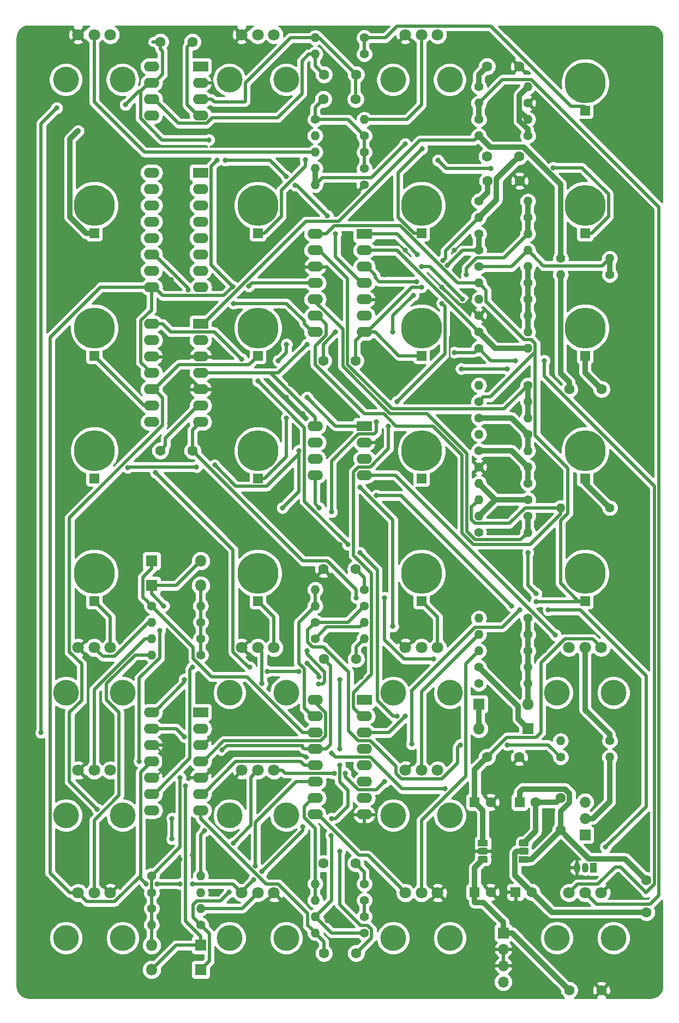
<source format=gbr>
G04 #@! TF.GenerationSoftware,KiCad,Pcbnew,(5.1.2)-2*
G04 #@! TF.CreationDate,2019-08-06T23:19:59+02:00*
G04 #@! TF.ProjectId,Benjolin_Kicad,42656e6a-6f6c-4696-9e5f-4b696361642e,rev?*
G04 #@! TF.SameCoordinates,Original*
G04 #@! TF.FileFunction,Copper,L2,Bot*
G04 #@! TF.FilePolarity,Positive*
%FSLAX46Y46*%
G04 Gerber Fmt 4.6, Leading zero omitted, Abs format (unit mm)*
G04 Created by KiCad (PCBNEW (5.1.2)-2) date 2019-08-06 23:19:59*
%MOMM*%
%LPD*%
G04 APERTURE LIST*
%ADD10C,1.600000*%
%ADD11C,1.400000*%
%ADD12O,1.400000X1.400000*%
%ADD13C,4.000000*%
%ADD14C,1.800000*%
%ADD15C,1.524000*%
%ADD16C,0.100000*%
%ADD17C,6.350000*%
%ADD18R,2.400000X1.600000*%
%ADD19O,2.400000X1.600000*%
%ADD20R,1.700000X1.700000*%
%ADD21O,1.700000X1.700000*%
%ADD22R,1.600000X1.600000*%
%ADD23R,1.800000X1.800000*%
%ADD24O,1.800000X1.800000*%
%ADD25C,1.050000*%
%ADD26R,1.500000X1.050000*%
%ADD27O,1.050000X1.500000*%
%ADD28R,1.050000X1.500000*%
%ADD29C,0.800000*%
%ADD30C,0.812800*%
%ADD31C,0.250000*%
%ADD32C,0.508000*%
%ADD33C,0.254000*%
G04 APERTURE END LIST*
D10*
X231140000Y-111760000D03*
X226140000Y-111760000D03*
X269240000Y-69850000D03*
X264240000Y-69850000D03*
X226060000Y-143510000D03*
X231060000Y-143510000D03*
D11*
X232410000Y-17780000D03*
D12*
X224790000Y-17780000D03*
D13*
X186098100Y-155074380D03*
X194898100Y-155074380D03*
D14*
X187998100Y-148074380D03*
X190498100Y-148074380D03*
X192998100Y-148074380D03*
X218400640Y-109974380D03*
X215900640Y-109974380D03*
X213400640Y-109974380D03*
D13*
X220300640Y-116974380D03*
X211500640Y-116974380D03*
D15*
X190500000Y-45593000D03*
D16*
G36*
X189738000Y-46355000D02*
G01*
X189738000Y-44831000D01*
X191262000Y-44831000D01*
X191262000Y-46355000D01*
X189738000Y-46355000D01*
X189738000Y-46355000D01*
G37*
D17*
X190500000Y-41275000D03*
D10*
X251460000Y-19685000D03*
X256460000Y-19685000D03*
X226060000Y-65405000D03*
X231060000Y-65405000D03*
X256460000Y-127000000D03*
X251460000Y-127000000D03*
D15*
X241300000Y-45593000D03*
D16*
G36*
X240538000Y-46355000D02*
G01*
X240538000Y-44831000D01*
X242062000Y-44831000D01*
X242062000Y-46355000D01*
X240538000Y-46355000D01*
X240538000Y-46355000D01*
G37*
D17*
X241300000Y-41275000D03*
D11*
X232410000Y-38100000D03*
D12*
X224790000Y-38100000D03*
D10*
X269240000Y-163195000D03*
X264240000Y-163195000D03*
D18*
X207010000Y-19685000D03*
D19*
X199390000Y-27305000D03*
X207010000Y-22225000D03*
X199390000Y-24765000D03*
X207010000Y-24765000D03*
X199390000Y-22225000D03*
X207010000Y-27305000D03*
X199390000Y-19685000D03*
D10*
X205740000Y-79375000D03*
X200740000Y-79375000D03*
D12*
X224790000Y-30480000D03*
D11*
X232410000Y-30480000D03*
D10*
X226140000Y-157480000D03*
X231140000Y-157480000D03*
D17*
X266700000Y-41275000D03*
D15*
X266700000Y-45593000D03*
D16*
G36*
X265938000Y-46355000D02*
G01*
X265938000Y-44831000D01*
X267462000Y-44831000D01*
X267462000Y-46355000D01*
X265938000Y-46355000D01*
X265938000Y-46355000D01*
G37*
D11*
X224790000Y-27940000D03*
D12*
X232410000Y-27940000D03*
D14*
X243780320Y-14765020D03*
X241280320Y-14765020D03*
X238780320Y-14765020D03*
D13*
X245680320Y-21765020D03*
X236880320Y-21765020D03*
D11*
X232410000Y-33020000D03*
D12*
X224790000Y-33020000D03*
X224790000Y-35560000D03*
D11*
X232410000Y-35560000D03*
D10*
X226140000Y-20955000D03*
X231140000Y-20955000D03*
D14*
X192980320Y-14759940D03*
X190480320Y-14759940D03*
X187980320Y-14759940D03*
D13*
X194880320Y-21759940D03*
X186080320Y-21759940D03*
D14*
X243800640Y-148076920D03*
X241300640Y-148076920D03*
X238800640Y-148076920D03*
D13*
X245700640Y-155076920D03*
X236900640Y-155076920D03*
X211500640Y-155071840D03*
X220300640Y-155071840D03*
D14*
X213400640Y-148071840D03*
X215900640Y-148071840D03*
X218400640Y-148071840D03*
D17*
X215900000Y-41275000D03*
D15*
X215900000Y-45593000D03*
D16*
G36*
X215138000Y-46355000D02*
G01*
X215138000Y-44831000D01*
X216662000Y-44831000D01*
X216662000Y-46355000D01*
X215138000Y-46355000D01*
X215138000Y-46355000D01*
G37*
D18*
X207010000Y-36195000D03*
D19*
X199390000Y-53975000D03*
X207010000Y-38735000D03*
X199390000Y-51435000D03*
X207010000Y-41275000D03*
X199390000Y-48895000D03*
X207010000Y-43815000D03*
X199390000Y-46355000D03*
X207010000Y-46355000D03*
X199390000Y-43815000D03*
X207010000Y-48895000D03*
X199390000Y-41275000D03*
X207010000Y-51435000D03*
X199390000Y-38735000D03*
X207010000Y-53975000D03*
X199390000Y-36195000D03*
D10*
X251460000Y-33655000D03*
X256460000Y-33655000D03*
X256540000Y-37465000D03*
X251540000Y-37465000D03*
X231060000Y-97790000D03*
X226060000Y-97790000D03*
X226060000Y-24765000D03*
X231060000Y-24765000D03*
X205740000Y-15875000D03*
X200740000Y-15875000D03*
X262890000Y-133350000D03*
X262890000Y-138350000D03*
D15*
X266700000Y-26543000D03*
D16*
G36*
X265938000Y-27305000D02*
G01*
X265938000Y-25781000D01*
X267462000Y-25781000D01*
X267462000Y-27305000D01*
X265938000Y-27305000D01*
X265938000Y-27305000D01*
G37*
D17*
X266700000Y-22225000D03*
D12*
X224790000Y-15240000D03*
D11*
X232410000Y-15240000D03*
D13*
X211480320Y-21762480D03*
X220280320Y-21762480D03*
D14*
X213380320Y-14762480D03*
X215880320Y-14762480D03*
X218380320Y-14762480D03*
D10*
X276225000Y-151130000D03*
X276225000Y-146130000D03*
D13*
X262300640Y-155071840D03*
X271100640Y-155071840D03*
D14*
X264200640Y-148071840D03*
X266700640Y-148071840D03*
X269200640Y-148071840D03*
X192998100Y-109979460D03*
X190498100Y-109979460D03*
X187998100Y-109979460D03*
D13*
X194898100Y-116979460D03*
X186098100Y-116979460D03*
X236900640Y-116976920D03*
X245700640Y-116976920D03*
D14*
X238800640Y-109976920D03*
X241300640Y-109976920D03*
X243800640Y-109976920D03*
X193000640Y-129026920D03*
X190500640Y-129026920D03*
X188000640Y-129026920D03*
D13*
X194900640Y-136026920D03*
X186100640Y-136026920D03*
D14*
X218400640Y-129026920D03*
X215900640Y-129026920D03*
X213400640Y-129026920D03*
D13*
X220300640Y-136026920D03*
X211500640Y-136026920D03*
X262300640Y-116971840D03*
X271100640Y-116971840D03*
D14*
X264200640Y-109971840D03*
X266700640Y-109971840D03*
X269200640Y-109971840D03*
D20*
X254000000Y-154305000D03*
D21*
X254000000Y-156845000D03*
X254000000Y-159385000D03*
X254000000Y-161925000D03*
D13*
X236903180Y-136024380D03*
X245703180Y-136024380D03*
D14*
X238803180Y-129024380D03*
X241303180Y-129024380D03*
X243803180Y-129024380D03*
D10*
X258405000Y-147955000D03*
D22*
X255905000Y-147955000D03*
D15*
X190500000Y-64643000D03*
D16*
G36*
X189738000Y-65405000D02*
G01*
X189738000Y-63881000D01*
X191262000Y-63881000D01*
X191262000Y-65405000D01*
X189738000Y-65405000D01*
X189738000Y-65405000D01*
G37*
D17*
X190500000Y-60325000D03*
D15*
X241300000Y-83693000D03*
D16*
G36*
X240538000Y-84455000D02*
G01*
X240538000Y-82931000D01*
X242062000Y-82931000D01*
X242062000Y-84455000D01*
X240538000Y-84455000D01*
X240538000Y-84455000D01*
G37*
D17*
X241300000Y-79375000D03*
X215900000Y-60325000D03*
D15*
X215900000Y-64643000D03*
D16*
G36*
X215138000Y-65405000D02*
G01*
X215138000Y-63881000D01*
X216662000Y-63881000D01*
X216662000Y-65405000D01*
X215138000Y-65405000D01*
X215138000Y-65405000D01*
G37*
D10*
X259040000Y-133985000D03*
D22*
X256540000Y-133985000D03*
D23*
X207010000Y-160020000D03*
D24*
X199390000Y-160020000D03*
D17*
X266700000Y-98425000D03*
D15*
X266700000Y-102743000D03*
D16*
G36*
X265938000Y-103505000D02*
G01*
X265938000Y-101981000D01*
X267462000Y-101981000D01*
X267462000Y-103505000D01*
X265938000Y-103505000D01*
X265938000Y-103505000D01*
G37*
D20*
X266700000Y-139065000D03*
D21*
X266700000Y-136525000D03*
X266700000Y-133985000D03*
D15*
X266700000Y-64643000D03*
D16*
G36*
X265938000Y-65405000D02*
G01*
X265938000Y-63881000D01*
X267462000Y-63881000D01*
X267462000Y-65405000D01*
X265938000Y-65405000D01*
X265938000Y-65405000D01*
G37*
D17*
X266700000Y-60325000D03*
D22*
X249555000Y-133985000D03*
D10*
X252055000Y-133985000D03*
D15*
X266700000Y-83693000D03*
D16*
G36*
X265938000Y-84455000D02*
G01*
X265938000Y-82931000D01*
X267462000Y-82931000D01*
X267462000Y-84455000D01*
X265938000Y-84455000D01*
X265938000Y-84455000D01*
G37*
D17*
X266700000Y-79375000D03*
D16*
G36*
X251338229Y-141081264D02*
G01*
X251363711Y-141085044D01*
X251388700Y-141091303D01*
X251412954Y-141099982D01*
X251436242Y-141110996D01*
X251458337Y-141124239D01*
X251479028Y-141139585D01*
X251498116Y-141156884D01*
X251515415Y-141175972D01*
X251530761Y-141196663D01*
X251544004Y-141218758D01*
X251555018Y-141242046D01*
X251563697Y-141266300D01*
X251569956Y-141291289D01*
X251573736Y-141316771D01*
X251575000Y-141342500D01*
X251575000Y-141867500D01*
X251573736Y-141893229D01*
X251569956Y-141918711D01*
X251563697Y-141943700D01*
X251555018Y-141967954D01*
X251544004Y-141991242D01*
X251530761Y-142013337D01*
X251515415Y-142034028D01*
X251498116Y-142053116D01*
X251479028Y-142070415D01*
X251458337Y-142085761D01*
X251436242Y-142099004D01*
X251412954Y-142110018D01*
X251388700Y-142118697D01*
X251363711Y-142124956D01*
X251338229Y-142128736D01*
X251312500Y-142130000D01*
X250337500Y-142130000D01*
X250311771Y-142128736D01*
X250286289Y-142124956D01*
X250261300Y-142118697D01*
X250237046Y-142110018D01*
X250213758Y-142099004D01*
X250191663Y-142085761D01*
X250170972Y-142070415D01*
X250151884Y-142053116D01*
X250134585Y-142034028D01*
X250119239Y-142013337D01*
X250105996Y-141991242D01*
X250094982Y-141967954D01*
X250086303Y-141943700D01*
X250080044Y-141918711D01*
X250076264Y-141893229D01*
X250075000Y-141867500D01*
X250075000Y-141342500D01*
X250076264Y-141316771D01*
X250080044Y-141291289D01*
X250086303Y-141266300D01*
X250094982Y-141242046D01*
X250105996Y-141218758D01*
X250119239Y-141196663D01*
X250134585Y-141175972D01*
X250151884Y-141156884D01*
X250170972Y-141139585D01*
X250191663Y-141124239D01*
X250213758Y-141110996D01*
X250237046Y-141099982D01*
X250261300Y-141091303D01*
X250286289Y-141085044D01*
X250311771Y-141081264D01*
X250337500Y-141080000D01*
X251312500Y-141080000D01*
X251338229Y-141081264D01*
X251338229Y-141081264D01*
G37*
D25*
X250825000Y-141605000D03*
D16*
G36*
X251338229Y-142351264D02*
G01*
X251363711Y-142355044D01*
X251388700Y-142361303D01*
X251412954Y-142369982D01*
X251436242Y-142380996D01*
X251458337Y-142394239D01*
X251479028Y-142409585D01*
X251498116Y-142426884D01*
X251515415Y-142445972D01*
X251530761Y-142466663D01*
X251544004Y-142488758D01*
X251555018Y-142512046D01*
X251563697Y-142536300D01*
X251569956Y-142561289D01*
X251573736Y-142586771D01*
X251575000Y-142612500D01*
X251575000Y-143137500D01*
X251573736Y-143163229D01*
X251569956Y-143188711D01*
X251563697Y-143213700D01*
X251555018Y-143237954D01*
X251544004Y-143261242D01*
X251530761Y-143283337D01*
X251515415Y-143304028D01*
X251498116Y-143323116D01*
X251479028Y-143340415D01*
X251458337Y-143355761D01*
X251436242Y-143369004D01*
X251412954Y-143380018D01*
X251388700Y-143388697D01*
X251363711Y-143394956D01*
X251338229Y-143398736D01*
X251312500Y-143400000D01*
X250337500Y-143400000D01*
X250311771Y-143398736D01*
X250286289Y-143394956D01*
X250261300Y-143388697D01*
X250237046Y-143380018D01*
X250213758Y-143369004D01*
X250191663Y-143355761D01*
X250170972Y-143340415D01*
X250151884Y-143323116D01*
X250134585Y-143304028D01*
X250119239Y-143283337D01*
X250105996Y-143261242D01*
X250094982Y-143237954D01*
X250086303Y-143213700D01*
X250080044Y-143188711D01*
X250076264Y-143163229D01*
X250075000Y-143137500D01*
X250075000Y-142612500D01*
X250076264Y-142586771D01*
X250080044Y-142561289D01*
X250086303Y-142536300D01*
X250094982Y-142512046D01*
X250105996Y-142488758D01*
X250119239Y-142466663D01*
X250134585Y-142445972D01*
X250151884Y-142426884D01*
X250170972Y-142409585D01*
X250191663Y-142394239D01*
X250213758Y-142380996D01*
X250237046Y-142369982D01*
X250261300Y-142361303D01*
X250286289Y-142355044D01*
X250311771Y-142351264D01*
X250337500Y-142350000D01*
X251312500Y-142350000D01*
X251338229Y-142351264D01*
X251338229Y-142351264D01*
G37*
D25*
X250825000Y-142875000D03*
D26*
X250825000Y-140335000D03*
D22*
X249555000Y-147955000D03*
D10*
X252055000Y-147955000D03*
D17*
X241300000Y-98425000D03*
D15*
X241300000Y-102743000D03*
D16*
G36*
X240538000Y-103505000D02*
G01*
X240538000Y-101981000D01*
X242062000Y-101981000D01*
X242062000Y-103505000D01*
X240538000Y-103505000D01*
X240538000Y-103505000D01*
G37*
D17*
X215900000Y-79375000D03*
D15*
X215900000Y-83693000D03*
D16*
G36*
X215138000Y-84455000D02*
G01*
X215138000Y-82931000D01*
X216662000Y-82931000D01*
X216662000Y-84455000D01*
X215138000Y-84455000D01*
X215138000Y-84455000D01*
G37*
D15*
X190500000Y-83693000D03*
D16*
G36*
X189738000Y-84455000D02*
G01*
X189738000Y-82931000D01*
X191262000Y-82931000D01*
X191262000Y-84455000D01*
X189738000Y-84455000D01*
X189738000Y-84455000D01*
G37*
D17*
X190500000Y-79375000D03*
X241300000Y-60325000D03*
D15*
X241300000Y-64643000D03*
D16*
G36*
X240538000Y-65405000D02*
G01*
X240538000Y-63881000D01*
X242062000Y-63881000D01*
X242062000Y-65405000D01*
X240538000Y-65405000D01*
X240538000Y-65405000D01*
G37*
D17*
X190500000Y-98425000D03*
D15*
X190500000Y-102743000D03*
D16*
G36*
X189738000Y-103505000D02*
G01*
X189738000Y-101981000D01*
X191262000Y-101981000D01*
X191262000Y-103505000D01*
X189738000Y-103505000D01*
X189738000Y-103505000D01*
G37*
D15*
X215900000Y-102743000D03*
D16*
G36*
X215138000Y-103505000D02*
G01*
X215138000Y-101981000D01*
X216662000Y-101981000D01*
X216662000Y-103505000D01*
X215138000Y-103505000D01*
X215138000Y-103505000D01*
G37*
D17*
X215900000Y-98425000D03*
D27*
X266700000Y-144145000D03*
X265430000Y-144145000D03*
D28*
X267970000Y-144145000D03*
D16*
G36*
X257688229Y-141081264D02*
G01*
X257713711Y-141085044D01*
X257738700Y-141091303D01*
X257762954Y-141099982D01*
X257786242Y-141110996D01*
X257808337Y-141124239D01*
X257829028Y-141139585D01*
X257848116Y-141156884D01*
X257865415Y-141175972D01*
X257880761Y-141196663D01*
X257894004Y-141218758D01*
X257905018Y-141242046D01*
X257913697Y-141266300D01*
X257919956Y-141291289D01*
X257923736Y-141316771D01*
X257925000Y-141342500D01*
X257925000Y-141867500D01*
X257923736Y-141893229D01*
X257919956Y-141918711D01*
X257913697Y-141943700D01*
X257905018Y-141967954D01*
X257894004Y-141991242D01*
X257880761Y-142013337D01*
X257865415Y-142034028D01*
X257848116Y-142053116D01*
X257829028Y-142070415D01*
X257808337Y-142085761D01*
X257786242Y-142099004D01*
X257762954Y-142110018D01*
X257738700Y-142118697D01*
X257713711Y-142124956D01*
X257688229Y-142128736D01*
X257662500Y-142130000D01*
X256687500Y-142130000D01*
X256661771Y-142128736D01*
X256636289Y-142124956D01*
X256611300Y-142118697D01*
X256587046Y-142110018D01*
X256563758Y-142099004D01*
X256541663Y-142085761D01*
X256520972Y-142070415D01*
X256501884Y-142053116D01*
X256484585Y-142034028D01*
X256469239Y-142013337D01*
X256455996Y-141991242D01*
X256444982Y-141967954D01*
X256436303Y-141943700D01*
X256430044Y-141918711D01*
X256426264Y-141893229D01*
X256425000Y-141867500D01*
X256425000Y-141342500D01*
X256426264Y-141316771D01*
X256430044Y-141291289D01*
X256436303Y-141266300D01*
X256444982Y-141242046D01*
X256455996Y-141218758D01*
X256469239Y-141196663D01*
X256484585Y-141175972D01*
X256501884Y-141156884D01*
X256520972Y-141139585D01*
X256541663Y-141124239D01*
X256563758Y-141110996D01*
X256587046Y-141099982D01*
X256611300Y-141091303D01*
X256636289Y-141085044D01*
X256661771Y-141081264D01*
X256687500Y-141080000D01*
X257662500Y-141080000D01*
X257688229Y-141081264D01*
X257688229Y-141081264D01*
G37*
D25*
X257175000Y-141605000D03*
D16*
G36*
X257688229Y-139811264D02*
G01*
X257713711Y-139815044D01*
X257738700Y-139821303D01*
X257762954Y-139829982D01*
X257786242Y-139840996D01*
X257808337Y-139854239D01*
X257829028Y-139869585D01*
X257848116Y-139886884D01*
X257865415Y-139905972D01*
X257880761Y-139926663D01*
X257894004Y-139948758D01*
X257905018Y-139972046D01*
X257913697Y-139996300D01*
X257919956Y-140021289D01*
X257923736Y-140046771D01*
X257925000Y-140072500D01*
X257925000Y-140597500D01*
X257923736Y-140623229D01*
X257919956Y-140648711D01*
X257913697Y-140673700D01*
X257905018Y-140697954D01*
X257894004Y-140721242D01*
X257880761Y-140743337D01*
X257865415Y-140764028D01*
X257848116Y-140783116D01*
X257829028Y-140800415D01*
X257808337Y-140815761D01*
X257786242Y-140829004D01*
X257762954Y-140840018D01*
X257738700Y-140848697D01*
X257713711Y-140854956D01*
X257688229Y-140858736D01*
X257662500Y-140860000D01*
X256687500Y-140860000D01*
X256661771Y-140858736D01*
X256636289Y-140854956D01*
X256611300Y-140848697D01*
X256587046Y-140840018D01*
X256563758Y-140829004D01*
X256541663Y-140815761D01*
X256520972Y-140800415D01*
X256501884Y-140783116D01*
X256484585Y-140764028D01*
X256469239Y-140743337D01*
X256455996Y-140721242D01*
X256444982Y-140697954D01*
X256436303Y-140673700D01*
X256430044Y-140648711D01*
X256426264Y-140623229D01*
X256425000Y-140597500D01*
X256425000Y-140072500D01*
X256426264Y-140046771D01*
X256430044Y-140021289D01*
X256436303Y-139996300D01*
X256444982Y-139972046D01*
X256455996Y-139948758D01*
X256469239Y-139926663D01*
X256484585Y-139905972D01*
X256501884Y-139886884D01*
X256520972Y-139869585D01*
X256541663Y-139854239D01*
X256563758Y-139840996D01*
X256587046Y-139829982D01*
X256611300Y-139821303D01*
X256636289Y-139815044D01*
X256661771Y-139811264D01*
X256687500Y-139810000D01*
X257662500Y-139810000D01*
X257688229Y-139811264D01*
X257688229Y-139811264D01*
G37*
D25*
X257175000Y-140335000D03*
D26*
X257175000Y-142875000D03*
D24*
X207010000Y-100330000D03*
D23*
X199390000Y-100330000D03*
D24*
X199390000Y-156210000D03*
D23*
X207010000Y-156210000D03*
X199390000Y-96520000D03*
D24*
X207010000Y-96520000D03*
D23*
X257810000Y-122555000D03*
D24*
X250190000Y-122555000D03*
D12*
X262890000Y-124460000D03*
D11*
X270510000Y-124460000D03*
X207010000Y-111125000D03*
D12*
X199390000Y-111125000D03*
D24*
X257810000Y-118745000D03*
D23*
X250190000Y-118745000D03*
D11*
X207010000Y-108585000D03*
D12*
X199390000Y-108585000D03*
D11*
X207010000Y-106045000D03*
D12*
X199390000Y-106045000D03*
X207010000Y-150495000D03*
D11*
X199390000Y-150495000D03*
X199390000Y-148082000D03*
D12*
X207010000Y-148082000D03*
D11*
X199390000Y-145415000D03*
D12*
X207010000Y-145415000D03*
X250190000Y-89535000D03*
D11*
X257810000Y-89535000D03*
X262890000Y-127000000D03*
D12*
X270510000Y-127000000D03*
X250190000Y-53340000D03*
D11*
X257810000Y-53340000D03*
X257810000Y-55880000D03*
D12*
X250190000Y-55880000D03*
X207010000Y-103505000D03*
D11*
X199390000Y-103505000D03*
X207010000Y-153035000D03*
D12*
X199390000Y-153035000D03*
X257810000Y-58420000D03*
D11*
X250190000Y-58420000D03*
D12*
X250190000Y-86995000D03*
D11*
X257810000Y-86995000D03*
X250190000Y-92075000D03*
D12*
X257810000Y-92075000D03*
D11*
X257810000Y-76835000D03*
D12*
X250190000Y-76835000D03*
D11*
X232410000Y-100965000D03*
D12*
X224790000Y-100965000D03*
X224790000Y-146685000D03*
D11*
X232410000Y-146685000D03*
D19*
X224790000Y-118110000D03*
X232410000Y-135890000D03*
X224790000Y-120650000D03*
X232410000Y-133350000D03*
X224790000Y-123190000D03*
X232410000Y-130810000D03*
X224790000Y-125730000D03*
X232410000Y-128270000D03*
X224790000Y-128270000D03*
X232410000Y-125730000D03*
X224790000Y-130810000D03*
X232410000Y-123190000D03*
X224790000Y-133350000D03*
X232410000Y-120650000D03*
X224790000Y-135890000D03*
D18*
X232410000Y-118110000D03*
D11*
X262890000Y-49530000D03*
D12*
X270510000Y-49530000D03*
X250190000Y-25400000D03*
D11*
X257810000Y-25400000D03*
D12*
X250190000Y-69215000D03*
D11*
X257810000Y-69215000D03*
D12*
X250190000Y-105410000D03*
D11*
X257810000Y-105410000D03*
X232410000Y-154305000D03*
D12*
X224790000Y-154305000D03*
X257810000Y-50800000D03*
D11*
X250190000Y-50800000D03*
X250190000Y-113030000D03*
D12*
X257810000Y-113030000D03*
D11*
X250190000Y-63500000D03*
D12*
X257810000Y-63500000D03*
X250190000Y-43180000D03*
D11*
X257810000Y-43180000D03*
D12*
X232410000Y-108585000D03*
D11*
X224790000Y-108585000D03*
D12*
X257810000Y-27940000D03*
D11*
X250190000Y-27940000D03*
X250190000Y-22860000D03*
D12*
X257810000Y-22860000D03*
X262890000Y-52070000D03*
D11*
X270510000Y-52070000D03*
D12*
X250190000Y-107950000D03*
D11*
X257810000Y-107950000D03*
X250190000Y-48260000D03*
D12*
X257810000Y-48260000D03*
D11*
X257810000Y-30480000D03*
D12*
X250190000Y-30480000D03*
X250190000Y-84455000D03*
D11*
X257810000Y-84455000D03*
D12*
X257810000Y-74295000D03*
D11*
X250190000Y-74295000D03*
X250190000Y-79375000D03*
D12*
X257810000Y-79375000D03*
X257810000Y-40640000D03*
D11*
X250190000Y-40640000D03*
X250190000Y-60960000D03*
D12*
X257810000Y-60960000D03*
D11*
X224790000Y-106045000D03*
D12*
X232410000Y-106045000D03*
X224790000Y-149225000D03*
D11*
X232410000Y-149225000D03*
X232410000Y-103505000D03*
D12*
X224790000Y-103505000D03*
X257810000Y-115570000D03*
D11*
X250190000Y-115570000D03*
D12*
X224790000Y-151765000D03*
D11*
X232410000Y-151765000D03*
X250190000Y-45720000D03*
D12*
X257810000Y-45720000D03*
D18*
X207010000Y-120015000D03*
D19*
X199390000Y-135255000D03*
X207010000Y-122555000D03*
X199390000Y-132715000D03*
X207010000Y-125095000D03*
X199390000Y-130175000D03*
X207010000Y-127635000D03*
X199390000Y-127635000D03*
X207010000Y-130175000D03*
X199390000Y-125095000D03*
X207010000Y-132715000D03*
X199390000Y-122555000D03*
X207010000Y-135255000D03*
X199390000Y-120015000D03*
D12*
X262890000Y-88265000D03*
D11*
X270510000Y-88265000D03*
X250190000Y-71755000D03*
D12*
X257810000Y-71755000D03*
D18*
X232410000Y-75565000D03*
D19*
X224790000Y-83185000D03*
X232410000Y-78105000D03*
X224790000Y-80645000D03*
X232410000Y-80645000D03*
X224790000Y-78105000D03*
X232410000Y-83185000D03*
X224790000Y-75565000D03*
D11*
X257810000Y-110490000D03*
D12*
X250190000Y-110490000D03*
D19*
X224790000Y-45720000D03*
X232410000Y-60960000D03*
X224790000Y-48260000D03*
X232410000Y-58420000D03*
X224790000Y-50800000D03*
X232410000Y-55880000D03*
X224790000Y-53340000D03*
X232410000Y-53340000D03*
X224790000Y-55880000D03*
X232410000Y-50800000D03*
X224790000Y-58420000D03*
X232410000Y-48260000D03*
X224790000Y-60960000D03*
D18*
X232410000Y-45720000D03*
X207010000Y-59690000D03*
D19*
X199390000Y-74930000D03*
X207010000Y-62230000D03*
X199390000Y-72390000D03*
X207010000Y-64770000D03*
X199390000Y-69850000D03*
X207010000Y-67310000D03*
X199390000Y-67310000D03*
X207010000Y-69850000D03*
X199390000Y-64770000D03*
X207010000Y-72390000D03*
X199390000Y-62230000D03*
X207010000Y-74930000D03*
X199390000Y-59690000D03*
D12*
X257810000Y-81915000D03*
D11*
X250190000Y-81915000D03*
D29*
X220980000Y-144145000D03*
X246380000Y-48260000D03*
X227330000Y-31750000D03*
X252095000Y-26670000D03*
X238760000Y-113665000D03*
X253365000Y-121285000D03*
X196215000Y-128905000D03*
X186690000Y-141605000D03*
X203835000Y-142875000D03*
X217805000Y-140335000D03*
X255905000Y-109220000D03*
X208280000Y-142240000D03*
X202565000Y-133985000D03*
X200025000Y-140970000D03*
X205740000Y-142240000D03*
X235585000Y-121920000D03*
X264795000Y-36830000D03*
X227965000Y-77470000D03*
X260985000Y-137160000D03*
X268605000Y-130810000D03*
X273050000Y-132715000D03*
X274955000Y-139700000D03*
X221615000Y-78105000D03*
X211455000Y-132080000D03*
X237490000Y-125095000D03*
X217170000Y-133350000D03*
X247015000Y-33020000D03*
X260350000Y-110490000D03*
X264795000Y-106045000D03*
X238125000Y-104775000D03*
X220472000Y-34290000D03*
X221615000Y-29845000D03*
X207010000Y-116840000D03*
X203200000Y-118745000D03*
X255270000Y-52070000D03*
X200025000Y-115570000D03*
X209550000Y-53975000D03*
X220980000Y-48895000D03*
X222885000Y-66040000D03*
X273050000Y-94615000D03*
X260985000Y-84455000D03*
X203200000Y-57150000D03*
X206756000Y-57404000D03*
X217805000Y-54610000D03*
X220980000Y-91440000D03*
X210820000Y-59690000D03*
X197866000Y-56642000D03*
X222885000Y-73660000D03*
X254635000Y-97155000D03*
X236220000Y-38100000D03*
X246380000Y-74930000D03*
X235585000Y-84455000D03*
X229235000Y-90170000D03*
X220345000Y-51435000D03*
X203200000Y-46990000D03*
X220345000Y-85090000D03*
X260985000Y-58420000D03*
X243205000Y-64135000D03*
X236220000Y-81280000D03*
X248920000Y-54610000D03*
X242570000Y-55245000D03*
X244475000Y-53975000D03*
X246380000Y-43180000D03*
X220980000Y-69088000D03*
X235585000Y-67310000D03*
X243205000Y-85725000D03*
X233680000Y-41910000D03*
X235585000Y-49530000D03*
X243840000Y-70485000D03*
X260350000Y-89535000D03*
X238760000Y-90170000D03*
X229870000Y-48260000D03*
X222250000Y-60960000D03*
X204470000Y-51435000D03*
X220345000Y-71120000D03*
X260350000Y-97155000D03*
X194945000Y-90805000D03*
X226060000Y-92710000D03*
X212725000Y-51435000D03*
X261620000Y-73660000D03*
X227965000Y-41275000D03*
X243840000Y-48260000D03*
X228600000Y-93980000D03*
X247015000Y-51435000D03*
X248285000Y-37465000D03*
X238760000Y-48260000D03*
X187960000Y-71120000D03*
X229870000Y-45720000D03*
X235585000Y-52070000D03*
X233680000Y-91440000D03*
X221615000Y-120015000D03*
X223012000Y-89408000D03*
X226568000Y-38354000D03*
X213995000Y-140970000D03*
X231902000Y-114554000D03*
X211328000Y-90170000D03*
X226060000Y-147955000D03*
X226060000Y-85725000D03*
X202184000Y-75184000D03*
X243840000Y-124460000D03*
X212090000Y-149225000D03*
X228600000Y-58166000D03*
X208915000Y-147955000D03*
X230505000Y-146050000D03*
X226695000Y-152400000D03*
X218694000Y-37084000D03*
X216535000Y-126365000D03*
X235458000Y-30988000D03*
X199834500Y-137414000D03*
X211328000Y-72390000D03*
X228600000Y-133350000D03*
X243840000Y-120396000D03*
X210566000Y-39624000D03*
X197104000Y-113030000D03*
X193040000Y-121920000D03*
X249682000Y-65278000D03*
X257810000Y-67310000D03*
X255905000Y-88265000D03*
X255270000Y-76200000D03*
X226060000Y-140970000D03*
X203708000Y-77724000D03*
X235712000Y-112014000D03*
X255905000Y-92075000D03*
X256540000Y-73025000D03*
X229235000Y-109220000D03*
X212598000Y-26416000D03*
X220726000Y-18034000D03*
X246380000Y-107442000D03*
X218186000Y-114808000D03*
X202438000Y-52832000D03*
X219202000Y-57658000D03*
X251714000Y-77978000D03*
X203454000Y-62992000D03*
X204216000Y-67310000D03*
X227330000Y-52070000D03*
X222250000Y-41910000D03*
X211328000Y-121158000D03*
X219456000Y-102108000D03*
X230124000Y-128270000D03*
X274320000Y-17018000D03*
X230378000Y-69850000D03*
X209042000Y-84582000D03*
X221615000Y-75946000D03*
X229362000Y-81280000D03*
X248666000Y-61976000D03*
X246126000Y-61214000D03*
X240592892Y-53121000D03*
X243205000Y-111760000D03*
X235585000Y-102235000D03*
X231140000Y-102235000D03*
X244622228Y-49873556D03*
X217389000Y-113665000D03*
X204470000Y-114935000D03*
X214630000Y-113030000D03*
X200025000Y-82769000D03*
X222250000Y-113665000D03*
X210353870Y-125898870D03*
X204470000Y-123825000D03*
X190983949Y-135103949D03*
X228600000Y-141605000D03*
X223520000Y-110490000D03*
X225346630Y-115648370D03*
X241300000Y-53975000D03*
X245329336Y-50580664D03*
X234315000Y-74930000D03*
X223520000Y-112395000D03*
X227330000Y-88900000D03*
X225425000Y-114519000D03*
X227965000Y-60960000D03*
X221682409Y-38167409D03*
X244958949Y-131928949D03*
X226695000Y-42903989D03*
X208280000Y-31115000D03*
X220345000Y-36830000D03*
X227330000Y-126365000D03*
X182245000Y-123190000D03*
X210820000Y-34290000D03*
X227965000Y-45720000D03*
X223520000Y-62865000D03*
X195326000Y-25654000D03*
X184658000Y-26162000D03*
X200660000Y-107315000D03*
X201295000Y-103505000D03*
X197485000Y-127635000D03*
X205740000Y-113030000D03*
X204689000Y-131445000D03*
X203835000Y-130175000D03*
X211455000Y-147955000D03*
X215532370Y-143877630D03*
X237490000Y-120650000D03*
X231775000Y-95250000D03*
X213360000Y-65170010D03*
X229870000Y-93980000D03*
X215900000Y-68580000D03*
X234315000Y-86360000D03*
X255270000Y-103505000D03*
X238760000Y-120650000D03*
X259080000Y-101600000D03*
X257810000Y-95250000D03*
X260985000Y-104140000D03*
X269875000Y-140970000D03*
X212090000Y-140335000D03*
X216535000Y-115570000D03*
X207645000Y-138430000D03*
X219710000Y-88265000D03*
X206375000Y-81915000D03*
X247300641Y-125095000D03*
X195683088Y-82018088D03*
X209201370Y-81628630D03*
X222250000Y-79375000D03*
X254635000Y-125095000D03*
X259080000Y-102870000D03*
X227746000Y-129540000D03*
X229454000Y-129540000D03*
X202565000Y-136525000D03*
X202565000Y-139700000D03*
X235585000Y-130810000D03*
X256540000Y-104140000D03*
X239776000Y-124968000D03*
X247473989Y-66675000D03*
X247650000Y-55880000D03*
X254635000Y-66675000D03*
X212090000Y-56515000D03*
X205105000Y-54429000D03*
X241300000Y-50800000D03*
X246380000Y-64135000D03*
X240030000Y-55245000D03*
X260350000Y-65405000D03*
X240665000Y-48895000D03*
X255905000Y-65405000D03*
X236855000Y-60960000D03*
X220345000Y-74295000D03*
X223520000Y-71120000D03*
X225425000Y-88265000D03*
X228600000Y-114935000D03*
X236855000Y-106680000D03*
X231775000Y-85090000D03*
X228600000Y-125730000D03*
X228600000Y-128270000D03*
X227330000Y-136525000D03*
X227243630Y-139151370D03*
X236186893Y-75598107D03*
X237490000Y-71755000D03*
X248285000Y-52070000D03*
X244475000Y-56515000D03*
X198536000Y-146685000D03*
X215265000Y-146050000D03*
X222885000Y-137795000D03*
X216535000Y-144780000D03*
X214481370Y-53826370D03*
X212003630Y-53888630D03*
X203835000Y-146685000D03*
X262064500Y-108013500D03*
X219075000Y-65405000D03*
X209550000Y-34290000D03*
X220345000Y-62865000D03*
X205740000Y-146685000D03*
X200244000Y-146685000D03*
X187999360Y-29725620D03*
X223266000Y-34226500D03*
X241363500Y-32512000D03*
X252095000Y-35560000D03*
X261744870Y-35435130D03*
X243840000Y-34290000D03*
X238760000Y-31750000D03*
D30*
X266700000Y-67310000D02*
X269240000Y-69850000D01*
X266700000Y-64643000D02*
X266700000Y-67310000D01*
X264240000Y-69850000D02*
X264240000Y-68718630D01*
X264240000Y-68718630D02*
X262890000Y-67368630D01*
X262890000Y-67368630D02*
X262890000Y-53059949D01*
X262890000Y-53059949D02*
X262890000Y-52070000D01*
D31*
X199390000Y-130175000D02*
X199790000Y-130175000D01*
X243840000Y-70485000D02*
X245654999Y-68670001D01*
X201060000Y-126365000D02*
X199790000Y-125095000D01*
X199790000Y-125095000D02*
X199390000Y-125095000D01*
X199790000Y-130175000D02*
X201060000Y-128905000D01*
X245654999Y-61685001D02*
X246380000Y-60960000D01*
X246380000Y-60960000D02*
X246380000Y-60960000D01*
X201060000Y-128905000D02*
X201060000Y-126365000D01*
X245654999Y-68670001D02*
X245654999Y-61685001D01*
D32*
X215969315Y-126365000D02*
X216535000Y-126365000D01*
X211220000Y-126365000D02*
X215969315Y-126365000D01*
X207410000Y-130175000D02*
X211220000Y-126365000D01*
X207010000Y-130175000D02*
X207410000Y-130175000D01*
X248920000Y-55175685D02*
X248920000Y-54610000D01*
X248920000Y-55873922D02*
X248920000Y-55175685D01*
X248059921Y-56734001D02*
X248920000Y-55873922D01*
X247234001Y-56734001D02*
X248059921Y-56734001D01*
X244475000Y-53975000D02*
X247234001Y-56734001D01*
X205232000Y-64770000D02*
X203454000Y-62992000D01*
X207010000Y-64770000D02*
X205232000Y-64770000D01*
X204470000Y-67310000D02*
X207010000Y-69850000D01*
X204216000Y-67310000D02*
X204470000Y-67310000D01*
X208788000Y-69850000D02*
X211328000Y-72390000D01*
X207010000Y-69850000D02*
X208788000Y-69850000D01*
X211328000Y-121177000D02*
X211328000Y-121158000D01*
X207410000Y-125095000D02*
X211328000Y-121177000D01*
X207010000Y-125095000D02*
X207410000Y-125095000D01*
X232410000Y-100965000D02*
X232410000Y-99140000D01*
X232410000Y-99140000D02*
X231060000Y-97790000D01*
X232410000Y-144860000D02*
X231060000Y-143510000D01*
X232410000Y-146685000D02*
X232410000Y-144860000D01*
D30*
X250190000Y-22860000D02*
X250190000Y-20955000D01*
X250190000Y-20955000D02*
X251460000Y-19685000D01*
D32*
X234731000Y-53121000D02*
X234118000Y-52508000D01*
D30*
X252946401Y-37168599D02*
X255660001Y-34454999D01*
X252946401Y-40423599D02*
X252946401Y-37168599D01*
D32*
X226661921Y-96535999D02*
X231140000Y-101014078D01*
X235585000Y-102235000D02*
X235585000Y-108765202D01*
X245022227Y-48347773D02*
X249490001Y-43879999D01*
X245022227Y-49473557D02*
X245022227Y-48347773D01*
X231140000Y-101014078D02*
X231140000Y-102235000D01*
X235585000Y-108765202D02*
X238579798Y-111760000D01*
X232810000Y-50800000D02*
X232410000Y-50800000D01*
X222900999Y-96535999D02*
X226661921Y-96535999D01*
D30*
X250190000Y-43180000D02*
X252946401Y-40423599D01*
D32*
X249490001Y-43879999D02*
X250190000Y-43180000D01*
X234118000Y-52508000D02*
X234118000Y-52108000D01*
X244622228Y-49873556D02*
X245022227Y-49473557D01*
X238579798Y-111760000D02*
X243205000Y-111760000D01*
X205740000Y-76200000D02*
X207010000Y-74930000D01*
X240592892Y-53121000D02*
X234731000Y-53121000D01*
X234118000Y-52108000D02*
X232810000Y-50800000D01*
X205740000Y-79375000D02*
X205740000Y-76200000D01*
X205740000Y-79375000D02*
X222900999Y-96535999D01*
D30*
X255660001Y-34454999D02*
X256460000Y-33655000D01*
X257810000Y-29490051D02*
X256503599Y-28183650D01*
X257810000Y-30480000D02*
X257810000Y-29490051D01*
X256503599Y-28183650D02*
X256503599Y-26633599D01*
X257810000Y-22860000D02*
X256503599Y-24166401D01*
X256503599Y-24166401D02*
X256503599Y-26633599D01*
X256503599Y-26633599D02*
X257110001Y-27240001D01*
X257110001Y-27240001D02*
X257810000Y-27940000D01*
D32*
X212046639Y-94790639D02*
X212046639Y-110624301D01*
X212046639Y-110624301D02*
X214452338Y-113030000D01*
X199790000Y-120015000D02*
X204470000Y-115335000D01*
X231140000Y-109855000D02*
X232410000Y-108585000D01*
X199390000Y-120015000D02*
X199790000Y-120015000D01*
X200025000Y-82769000D02*
X212046639Y-94790639D01*
X231140000Y-111760000D02*
X231140000Y-109855000D01*
X204470000Y-115335000D02*
X204470000Y-114935000D01*
X190500000Y-64643000D02*
X198247000Y-72390000D01*
X214452338Y-113030000D02*
X214630000Y-113030000D01*
X217389000Y-113665000D02*
X222250000Y-113665000D01*
X198247000Y-72390000D02*
X199390000Y-72390000D01*
X226498000Y-125730000D02*
X227152020Y-125075980D01*
X224621130Y-125898870D02*
X224790000Y-125730000D01*
X226939999Y-112559999D02*
X226140000Y-111760000D01*
X203200000Y-122555000D02*
X204470000Y-123825000D01*
X222885000Y-125533000D02*
X223082000Y-125730000D01*
X224790000Y-125730000D02*
X226498000Y-125730000D01*
X227152020Y-112772020D02*
X226939999Y-112559999D01*
X210353870Y-125898870D02*
X211068740Y-125184000D01*
X222885000Y-125184000D02*
X222885000Y-125533000D01*
X227152020Y-125075980D02*
X227152020Y-112772020D01*
X223082000Y-125730000D02*
X224790000Y-125730000D01*
X211068740Y-125184000D02*
X222885000Y-125184000D01*
X199390000Y-122555000D02*
X203200000Y-122555000D01*
X188552101Y-118157381D02*
X186644099Y-120065383D01*
X186644099Y-110629381D02*
X188552101Y-112537383D01*
X186644099Y-89849338D02*
X186644099Y-110629381D01*
X201098000Y-71158000D02*
X201098000Y-75395437D01*
X199790000Y-69850000D02*
X201098000Y-71158000D01*
X201098000Y-75395437D02*
X186644099Y-89849338D01*
X186644099Y-120065383D02*
X186644099Y-130764099D01*
X186644099Y-130764099D02*
X190983949Y-135103949D01*
X199390000Y-69850000D02*
X199790000Y-69850000D01*
X199790000Y-69850000D02*
X203615990Y-66024010D01*
X203615990Y-66024010D02*
X214518990Y-66024010D01*
X214518990Y-66024010D02*
X215067290Y-65475710D01*
X215067290Y-65475710D02*
X215900000Y-64643000D01*
X226140000Y-157480000D02*
X226140000Y-155655000D01*
X226140000Y-155655000D02*
X224790000Y-154305000D01*
X207010000Y-135255000D02*
X207010000Y-136563000D01*
X207010000Y-136563000D02*
X217164839Y-146717839D01*
X217164839Y-146717839D02*
X219050561Y-146717839D01*
X219050561Y-146717839D02*
X223635999Y-151303277D01*
X223635999Y-151303277D02*
X223635999Y-153150999D01*
X223635999Y-153150999D02*
X224090001Y-153605001D01*
X224090001Y-153605001D02*
X224790000Y-154305000D01*
X188552101Y-112537383D02*
X188552101Y-118157381D01*
X223082000Y-128270000D02*
X224790000Y-128270000D01*
X222484919Y-127672919D02*
X223082000Y-128270000D01*
X212452081Y-127672919D02*
X222484919Y-127672919D01*
X233564001Y-153751079D02*
X232963921Y-153150999D01*
X232963921Y-153150999D02*
X231856079Y-153150999D01*
X233564001Y-155055999D02*
X233564001Y-153751079D01*
X231856079Y-153150999D02*
X228600000Y-149894920D01*
X207010000Y-132715000D02*
X207410000Y-132715000D01*
X228600000Y-149894920D02*
X228600000Y-141605000D01*
X231140000Y-157480000D02*
X233564001Y-155055999D01*
X207410000Y-132715000D02*
X212452081Y-127672919D01*
X225912315Y-115648370D02*
X226279001Y-115281684D01*
X226279001Y-113754923D02*
X223520000Y-110995922D01*
X225346630Y-115648370D02*
X225912315Y-115648370D01*
X223520000Y-110995922D02*
X223520000Y-110490000D01*
X206610000Y-72390000D02*
X207010000Y-72390000D01*
X201539999Y-77460001D02*
X206610000Y-72390000D01*
X226279001Y-115281684D02*
X226279001Y-113754923D01*
X200740000Y-79375000D02*
X201539999Y-78575001D01*
X201539999Y-78575001D02*
X201539999Y-77460001D01*
D30*
X251540000Y-39290000D02*
X250190000Y-40640000D01*
X251540000Y-37465000D02*
X251540000Y-39290000D01*
D32*
X232410000Y-60960000D02*
X234118000Y-60960000D01*
X245329336Y-50580664D02*
X247650000Y-48260000D01*
X232410000Y-60960000D02*
X232810000Y-60960000D01*
X240438000Y-64643000D02*
X241300000Y-64643000D01*
X247650000Y-48260000D02*
X250190000Y-48260000D01*
X232810000Y-60960000D02*
X239795000Y-53975000D01*
X239795000Y-53975000D02*
X241300000Y-53975000D01*
X234118000Y-60960000D02*
X237801000Y-64643000D01*
X237801000Y-64643000D02*
X240438000Y-64643000D01*
X231060000Y-62310000D02*
X232410000Y-60960000D01*
X231060000Y-65405000D02*
X231060000Y-62310000D01*
D30*
X250190000Y-45720000D02*
X250190000Y-48260000D01*
D32*
X227330000Y-81011563D02*
X231522562Y-76819001D01*
X227330000Y-88900000D02*
X227330000Y-81011563D01*
X225425000Y-114519000D02*
X225425000Y-114300000D01*
X231522562Y-76819001D02*
X233973201Y-76819001D01*
X233973201Y-76819001D02*
X234315000Y-76477202D01*
X234315000Y-76477202D02*
X234315000Y-74930000D01*
X226060000Y-65405000D02*
X226060000Y-62865000D01*
X225425000Y-114300000D02*
X223520000Y-112395000D01*
X226060000Y-62865000D02*
X227965000Y-60960000D01*
D30*
X249555000Y-149567800D02*
X250925600Y-149567800D01*
X254000000Y-152642200D02*
X254000000Y-154305000D01*
X264240000Y-163195000D02*
X255350000Y-154305000D01*
X249555000Y-149567800D02*
X249555000Y-147955000D01*
X249555000Y-147955000D02*
X249555000Y-144145000D01*
X255350000Y-154305000D02*
X254000000Y-154305000D01*
X249555000Y-144145000D02*
X250825000Y-142875000D01*
X250925600Y-149567800D02*
X254000000Y-152642200D01*
X258405000Y-148190340D02*
X258405000Y-147955000D01*
X255818599Y-145368599D02*
X257605001Y-147155001D01*
X257175000Y-141605000D02*
X256078478Y-141605000D01*
X256078478Y-141605000D02*
X255818599Y-141864879D01*
X261580000Y-151130000D02*
X258405000Y-147955000D01*
X276225000Y-151130000D02*
X261580000Y-151130000D01*
X257605001Y-147155001D02*
X258405000Y-147955000D01*
X255818599Y-141864879D02*
X255818599Y-145368599D01*
D32*
X259846639Y-123135563D02*
X259846639Y-112321919D01*
X254550999Y-123909001D02*
X259073201Y-123909001D01*
X251460000Y-127000000D02*
X254550999Y-123909001D01*
X227330000Y-126365000D02*
X227949010Y-126984010D01*
X217843000Y-67310000D02*
X219075000Y-67310000D01*
X268300641Y-109071841D02*
X269200640Y-109971840D01*
X267846639Y-108617839D02*
X268300641Y-109071841D01*
X233329427Y-126984010D02*
X238274366Y-131928949D01*
X199608630Y-15875000D02*
X200740000Y-15875000D01*
X227949010Y-126984010D02*
X233329427Y-126984010D01*
X263550719Y-108617839D02*
X267846639Y-108617839D01*
X238274366Y-131928949D02*
X244958949Y-131928949D01*
X219075000Y-67310000D02*
X223520000Y-62865000D01*
X259846639Y-112321919D02*
X263550719Y-108617839D01*
X259073201Y-123909001D02*
X259846639Y-123135563D01*
X224790000Y-118110000D02*
X224790000Y-118476563D01*
X224790000Y-75565000D02*
X224790000Y-74257000D01*
X224790000Y-74257000D02*
X217843000Y-67310000D01*
X197682000Y-23533000D02*
X198990000Y-22225000D01*
X217843000Y-67310000D02*
X208718000Y-67310000D01*
X199790000Y-22225000D02*
X201098000Y-20917000D01*
X198990000Y-22225000D02*
X199390000Y-22225000D01*
X200740000Y-17006370D02*
X200740000Y-15875000D01*
X208718000Y-67310000D02*
X207010000Y-67310000D01*
X199390000Y-22225000D02*
X199790000Y-22225000D01*
X208280000Y-31115000D02*
X201026563Y-31115000D01*
X201026563Y-31115000D02*
X197682000Y-27770437D01*
X197682000Y-27770437D02*
X197682000Y-23533000D01*
X220345000Y-36830000D02*
X217805000Y-34290000D01*
X224790000Y-118476563D02*
X226444010Y-120130573D01*
D30*
X249555000Y-133985000D02*
X249555000Y-128905000D01*
D32*
X217805000Y-34290000D02*
X210820000Y-34290000D01*
X226695000Y-42903989D02*
X221958420Y-38167409D01*
X207410000Y-127635000D02*
X207010000Y-127635000D01*
X201098000Y-20917000D02*
X201098000Y-17364370D01*
X221958420Y-38167409D02*
X221682409Y-38167409D01*
X232410000Y-53340000D02*
X232010000Y-53340000D01*
X226444010Y-123709427D02*
X225677447Y-124475990D01*
X227965000Y-49295000D02*
X227965000Y-45720000D01*
X226444010Y-120130573D02*
X226444010Y-123709427D01*
D30*
X249555000Y-128905000D02*
X251460000Y-127000000D01*
D32*
X225677447Y-124475990D02*
X210569010Y-124475990D01*
X201098000Y-17364370D02*
X200740000Y-17006370D01*
D30*
X250825000Y-135255000D02*
X249555000Y-133985000D01*
D32*
X210569010Y-124475990D02*
X207410000Y-127635000D01*
D30*
X250825000Y-140335000D02*
X250825000Y-135255000D01*
D32*
X232010000Y-53340000D02*
X227965000Y-49295000D01*
X197682000Y-23533000D02*
X197447000Y-23533000D01*
X197447000Y-23533000D02*
X195326000Y-25654000D01*
X182245000Y-28575000D02*
X182245000Y-123190000D01*
X184658000Y-26162000D02*
X182245000Y-28575000D01*
D30*
X259040000Y-138470000D02*
X257175000Y-140335000D01*
X259040000Y-133985000D02*
X262255000Y-133985000D01*
X262255000Y-133985000D02*
X262890000Y-133350000D01*
X259040000Y-133985000D02*
X259040000Y-138470000D01*
D32*
X199390000Y-101600000D02*
X201295000Y-103505000D01*
X199390000Y-100330000D02*
X199390000Y-101600000D01*
X199390000Y-100330000D02*
X203200000Y-100330000D01*
X203200000Y-100330000D02*
X207010000Y-96520000D01*
X200660000Y-111562922D02*
X197485000Y-114737922D01*
X200660000Y-107315000D02*
X200660000Y-111562922D01*
X197485000Y-114737922D02*
X197485000Y-127635000D01*
X199390000Y-132715000D02*
X199790000Y-132715000D01*
X205355990Y-127149010D02*
X205355990Y-113414010D01*
X207010000Y-106045000D02*
X207010000Y-108585000D01*
X207010000Y-103505000D02*
X207010000Y-106045000D01*
X205355990Y-113414010D02*
X205740000Y-113030000D01*
X207010000Y-100330000D02*
X207010000Y-103505000D01*
X207010000Y-108585000D02*
X207010000Y-111125000D01*
X199790000Y-132715000D02*
X205355990Y-127149010D01*
X207010000Y-156210000D02*
X207010000Y-154802000D01*
X203200000Y-156210000D02*
X199390000Y-160020000D01*
X204689000Y-152481000D02*
X204689000Y-131445000D01*
X207010000Y-156210000D02*
X203200000Y-156210000D01*
X207010000Y-154802000D02*
X204689000Y-152481000D01*
X199390000Y-148082000D02*
X199390000Y-150495000D01*
X199390000Y-150495000D02*
X199390000Y-153035000D01*
X199390000Y-145415000D02*
X203835000Y-140970000D01*
X199390000Y-145415000D02*
X199390000Y-148082000D01*
X203835000Y-140970000D02*
X203835000Y-130175000D01*
X199390000Y-153035000D02*
X199390000Y-156210000D01*
X223082000Y-123190000D02*
X224790000Y-123190000D01*
X198035999Y-99066799D02*
X198035999Y-102150999D01*
X205855999Y-109970999D02*
X205855999Y-111678921D01*
X214214717Y-114520379D02*
X222884338Y-123190000D01*
X199390000Y-97712798D02*
X198035999Y-99066799D01*
X198035999Y-102150999D02*
X198690001Y-102805001D01*
X198690001Y-102805001D02*
X199390000Y-103505000D01*
X199390000Y-103505000D02*
X205855999Y-109970999D01*
X199390000Y-96520000D02*
X199390000Y-97712798D01*
X222884338Y-123190000D02*
X223082000Y-123190000D01*
X205855999Y-111678921D02*
X208697457Y-114520379D01*
X208697457Y-114520379D02*
X214214717Y-114520379D01*
X215532370Y-137163268D02*
X221885638Y-130810000D01*
X205855999Y-151880999D02*
X205855999Y-149941079D01*
X207010000Y-153035000D02*
X205855999Y-151880999D01*
X206456079Y-149340999D02*
X210069001Y-149340999D01*
X208364001Y-154389001D02*
X208364001Y-158665999D01*
X223082000Y-130810000D02*
X224790000Y-130810000D01*
X205855999Y-149941079D02*
X206456079Y-149340999D01*
X215532370Y-143877630D02*
X215532370Y-137163268D01*
X221885638Y-130810000D02*
X223082000Y-130810000D01*
X208364001Y-158665999D02*
X207010000Y-160020000D01*
X210069001Y-149340999D02*
X211455000Y-147955000D01*
X207010000Y-153035000D02*
X208364001Y-154389001D01*
X223135990Y-75815990D02*
X223135990Y-87245990D01*
X236941798Y-120650000D02*
X237490000Y-120650000D01*
X234446639Y-118154841D02*
X236941798Y-120650000D01*
D30*
X250190000Y-122555000D02*
X250190000Y-118745000D01*
D32*
X234446639Y-97921639D02*
X234446639Y-118154841D01*
X215900000Y-68580000D02*
X223135990Y-75815990D01*
X202352001Y-60944001D02*
X209133991Y-60944001D01*
X231775000Y-95250000D02*
X234446639Y-97921639D01*
X209133991Y-60944001D02*
X213360000Y-65170010D01*
X199390000Y-59690000D02*
X201098000Y-59690000D01*
X223135990Y-87245990D02*
X229870000Y-93980000D01*
X201098000Y-59690000D02*
X202352001Y-60944001D01*
X238125000Y-86360000D02*
X255270000Y-103505000D01*
D30*
X257810000Y-110490000D02*
X257810000Y-107950000D01*
X257810000Y-113030000D02*
X257810000Y-110490000D01*
X257810000Y-115570000D02*
X257810000Y-113030000D01*
X257810000Y-118745000D02*
X257810000Y-115570000D01*
D32*
X234315000Y-86360000D02*
X238125000Y-86360000D01*
D30*
X257810000Y-107950000D02*
X257810000Y-105410000D01*
X250889999Y-113729999D02*
X250190000Y-113030000D01*
X256303599Y-119143599D02*
X250889999Y-113729999D01*
D32*
X236220000Y-123190000D02*
X238760000Y-120650000D01*
D30*
X257810000Y-122555000D02*
X256303599Y-121048599D01*
X256303599Y-121048599D02*
X256303599Y-119143599D01*
D32*
X232410000Y-123190000D02*
X236220000Y-123190000D01*
X243800640Y-109976920D02*
X243800640Y-105243640D01*
X243800640Y-105243640D02*
X241300000Y-102743000D01*
X192998100Y-109979460D02*
X192998100Y-105241100D01*
X192998100Y-105241100D02*
X190500000Y-102743000D01*
X218400640Y-105243640D02*
X215900000Y-102743000D01*
X218400640Y-109974380D02*
X218400640Y-105243640D01*
D30*
X267902081Y-136525000D02*
X266700000Y-136525000D01*
X270510000Y-133917081D02*
X267902081Y-136525000D01*
X270510000Y-127000000D02*
X270510000Y-133917081D01*
D32*
X265930932Y-104140000D02*
X260985000Y-104140000D01*
X257110001Y-92774999D02*
X257810000Y-92075000D01*
X248327989Y-79817989D02*
X248327989Y-91920911D01*
X249636079Y-93229001D02*
X256655999Y-93229001D01*
X242127011Y-73617011D02*
X248327989Y-79817989D01*
X256655999Y-93229001D02*
X257110001Y-92774999D01*
X257810000Y-100330000D02*
X257810000Y-95250000D01*
X269875000Y-140970000D02*
X276187801Y-134657199D01*
X229097989Y-66300188D02*
X236414812Y-73617011D01*
X224423437Y-55880000D02*
X229097989Y-60554552D01*
X248327989Y-91920911D02*
X249636079Y-93229001D01*
X259080000Y-101600000D02*
X257810000Y-100330000D01*
D30*
X257810000Y-92075000D02*
X257810000Y-89535000D01*
D32*
X276187801Y-114396869D02*
X265930932Y-104140000D01*
X229097989Y-60554552D02*
X229097989Y-66300188D01*
X224790000Y-55880000D02*
X224423437Y-55880000D01*
X236414812Y-73617011D02*
X242127011Y-73617011D01*
X276187801Y-134657199D02*
X276187801Y-114396869D01*
D30*
X266700640Y-111244632D02*
X266700640Y-109971840D01*
X270510000Y-124460000D02*
X270510000Y-123470051D01*
X270510000Y-123470051D02*
X266700640Y-119660691D01*
X266700640Y-119660691D02*
X266700640Y-111244632D01*
D32*
X194354641Y-132940997D02*
X194354641Y-120067923D01*
X194354641Y-120067923D02*
X192405000Y-118118282D01*
X190498100Y-148074380D02*
X190498100Y-136797538D01*
X190498100Y-136797538D02*
X194354641Y-132940997D01*
X198400051Y-111125000D02*
X199390000Y-111125000D01*
X192405000Y-118118282D02*
X192405000Y-115581327D01*
X196861327Y-111125000D02*
X198400051Y-111125000D01*
X192405000Y-115581327D02*
X196861327Y-111125000D01*
X199390000Y-108585000D02*
X198400051Y-108585000D01*
X198400051Y-108585000D02*
X190500640Y-116484411D01*
X190500640Y-116484411D02*
X190500640Y-127754128D01*
X190500640Y-127754128D02*
X190500640Y-129026920D01*
X199390000Y-106045000D02*
X198936482Y-106045000D01*
X193648021Y-111333461D02*
X191852101Y-111333461D01*
X198936482Y-106045000D02*
X193648021Y-111333461D01*
X191852101Y-111333461D02*
X191398099Y-110879459D01*
X191398099Y-110879459D02*
X190498100Y-109979460D01*
X213477480Y-150495000D02*
X215900640Y-148071840D01*
X207010000Y-150495000D02*
X213477480Y-150495000D01*
X215900640Y-129026920D02*
X214824360Y-130103200D01*
X214824360Y-137600640D02*
X212090000Y-140335000D01*
X214824360Y-130103200D02*
X214824360Y-137600640D01*
X207010000Y-145415000D02*
X207010000Y-139065000D01*
X216535000Y-115570000D02*
X216535000Y-110608740D01*
X207010000Y-139065000D02*
X207645000Y-138430000D01*
X216535000Y-110608740D02*
X215900640Y-109974380D01*
D30*
X250190000Y-84455000D02*
X250889999Y-85154999D01*
X252730000Y-86995000D02*
X257810000Y-86995000D01*
X250190000Y-89535000D02*
X252730000Y-86995000D01*
X250889999Y-85154999D02*
X252730000Y-86995000D01*
D32*
X195786176Y-81915000D02*
X195683088Y-82018088D01*
X206375000Y-81915000D02*
X195786176Y-81915000D01*
X222250000Y-85725000D02*
X222250000Y-79375000D01*
X217281675Y-84909010D02*
X212481750Y-84909010D01*
X222250000Y-79375000D02*
X222250000Y-79940685D01*
X219710000Y-88265000D02*
X222250000Y-85725000D01*
X222250000Y-79940685D02*
X217281675Y-84909010D01*
X212481750Y-84909010D02*
X209201370Y-81628630D01*
X260985000Y-125095000D02*
X254635000Y-125095000D01*
X262890000Y-127000000D02*
X260985000Y-125095000D01*
X229993990Y-113758068D02*
X226090922Y-109855000D01*
X226090922Y-109855000D02*
X224352078Y-109855000D01*
X224352078Y-109855000D02*
X223635999Y-109138921D01*
X229870000Y-106045000D02*
X232410000Y-103505000D01*
X237298888Y-129524010D02*
X237298888Y-128413471D01*
X247300641Y-125095000D02*
X246900642Y-125494999D01*
X237298888Y-128413471D02*
X233329427Y-124444010D01*
X223635999Y-109138921D02*
X223635999Y-107199001D01*
X223635999Y-107199001D02*
X224090001Y-106744999D01*
X238153259Y-130378381D02*
X237298888Y-129524010D01*
X224090001Y-106744999D02*
X224790000Y-106045000D01*
X244453101Y-130378381D02*
X238153259Y-130378381D01*
X246900642Y-125494999D02*
X246900642Y-127930840D01*
X224790000Y-106045000D02*
X229870000Y-106045000D01*
X246900642Y-127930840D02*
X244453101Y-130378381D01*
X229993990Y-122947427D02*
X229993990Y-113758068D01*
X231490573Y-124444010D02*
X229993990Y-122947427D01*
X233329427Y-124444010D02*
X231490573Y-124444010D01*
D30*
X257810000Y-53340000D02*
X257810000Y-55880000D01*
X257810000Y-50800000D02*
X257810000Y-53340000D01*
X257810000Y-55880000D02*
X257810000Y-58420000D01*
X257810000Y-58420000D02*
X257810000Y-60960000D01*
D32*
X229454000Y-130027437D02*
X229454000Y-129540000D01*
X202565000Y-136525000D02*
X202565000Y-139700000D01*
X227746000Y-129540000D02*
X227180315Y-129540000D01*
X231490573Y-132064010D02*
X229454000Y-130027437D01*
X227180315Y-129540000D02*
X227164325Y-129524010D01*
X220170522Y-129524010D02*
X219673432Y-129026920D01*
X234330990Y-132064010D02*
X231490573Y-132064010D01*
X259080000Y-102870000D02*
X266573000Y-102870000D01*
X227164325Y-129524010D02*
X220170522Y-129524010D01*
X219673432Y-129026920D02*
X218400640Y-129026920D01*
X266573000Y-102870000D02*
X266700000Y-102743000D01*
X235585000Y-130810000D02*
X234330990Y-132064010D01*
X258964001Y-62749001D02*
X258329001Y-62114001D01*
X238006931Y-44465999D02*
X246880932Y-53340000D01*
X253884001Y-106795999D02*
X256540000Y-104140000D01*
X226498000Y-45720000D02*
X227752001Y-44465999D01*
X262890000Y-90256225D02*
X264044001Y-89102224D01*
X264044001Y-89102224D02*
X264044001Y-82089923D01*
X249200051Y-53340000D02*
X250190000Y-53340000D01*
X251962921Y-71055001D02*
X258964001Y-64053921D01*
X257256079Y-62114001D02*
X251344001Y-56201923D01*
X251344001Y-56201923D02*
X251344001Y-54494001D01*
X258964001Y-64053921D02*
X258964001Y-62749001D01*
X258329001Y-62114001D02*
X257256079Y-62114001D01*
X258964001Y-77009923D02*
X258964001Y-64053921D01*
X246880932Y-53340000D02*
X249200051Y-53340000D01*
X250190000Y-71755000D02*
X250889999Y-71055001D01*
X249636079Y-106795999D02*
X253884001Y-106795999D01*
X262890000Y-99985922D02*
X262890000Y-90256225D01*
X264044001Y-82089923D02*
X258964001Y-77009923D01*
X239703179Y-116728899D02*
X249636079Y-106795999D01*
X265647078Y-102743000D02*
X262890000Y-99985922D01*
X250889999Y-54039999D02*
X250190000Y-53340000D01*
X224790000Y-45720000D02*
X226498000Y-45720000D01*
X227752001Y-44465999D02*
X238006931Y-44465999D01*
X250889999Y-71055001D02*
X251962921Y-71055001D01*
X251344001Y-54494001D02*
X250889999Y-54039999D01*
X266700000Y-102743000D02*
X265647078Y-102743000D01*
X239776000Y-116801720D02*
X239703179Y-116728899D01*
X239776000Y-124968000D02*
X239776000Y-116801720D01*
X262890000Y-88265000D02*
X262890000Y-89254949D01*
X237361525Y-75565000D02*
X243073724Y-75565000D01*
X249035999Y-90088921D02*
X249035999Y-88149001D01*
X254948077Y-90689001D02*
X249636079Y-90689001D01*
X249636079Y-90689001D02*
X249035999Y-90088921D01*
X249490001Y-87694999D02*
X250190000Y-86995000D01*
X226498000Y-59728000D02*
X226498000Y-61425724D01*
X247619979Y-92214178D02*
X249342812Y-93937011D01*
X224790000Y-58420000D02*
X225190000Y-58420000D01*
X249035999Y-88149001D02*
X249490001Y-87694999D01*
X262890000Y-89254949D02*
X258207938Y-93937011D01*
X262890000Y-88265000D02*
X257372078Y-88265000D01*
X226498000Y-61425724D02*
X224805999Y-63117725D01*
X224805999Y-66006921D02*
X232459078Y-73660000D01*
X224805999Y-63117725D02*
X224805999Y-66006921D01*
X225190000Y-58420000D02*
X226498000Y-59728000D01*
X243073724Y-75565000D02*
X247619979Y-80111255D01*
X249342812Y-93937011D02*
X258207938Y-93937011D01*
X232459078Y-73660000D02*
X235456525Y-73660000D01*
X235456525Y-73660000D02*
X237361525Y-75565000D01*
X247619979Y-80111255D02*
X247619979Y-92214178D01*
X257372078Y-88265000D02*
X254948077Y-90689001D01*
X260234001Y-50684001D02*
X258509999Y-48959999D01*
X258509999Y-48959999D02*
X257810000Y-48260000D01*
D30*
X270510000Y-52070000D02*
X270510000Y-49530000D01*
D32*
X250190000Y-50800000D02*
X255270000Y-50800000D01*
X270510000Y-49530000D02*
X269355999Y-50684001D01*
X255270000Y-50800000D02*
X257810000Y-48260000D01*
X269355999Y-50684001D02*
X260234001Y-50684001D01*
X242570000Y-50800000D02*
X241300000Y-50800000D01*
X205105000Y-54210000D02*
X205105000Y-54429000D01*
X223082000Y-59652000D02*
X224390000Y-60960000D01*
X212090000Y-56515000D02*
X220345000Y-56515000D01*
D30*
X266700000Y-83693000D02*
X266700000Y-84455000D01*
D32*
X199390000Y-48895000D02*
X199790000Y-48895000D01*
X220345000Y-56515000D02*
X223082000Y-59252000D01*
X223082000Y-59252000D02*
X223082000Y-59652000D01*
X254635000Y-66675000D02*
X247473989Y-66675000D01*
X199790000Y-48895000D02*
X205105000Y-54210000D01*
X224390000Y-60960000D02*
X224790000Y-60960000D01*
D30*
X266700000Y-84455000D02*
X270510000Y-88265000D01*
D32*
X247650000Y-55880000D02*
X242570000Y-50800000D01*
D30*
X262890000Y-48540051D02*
X262890000Y-49530000D01*
X251958599Y-32248599D02*
X257135073Y-32248599D01*
D32*
X241037923Y-31179999D02*
X228459933Y-43757989D01*
X250190000Y-30480000D02*
X249490001Y-31179999D01*
X207410000Y-59690000D02*
X207010000Y-59690000D01*
X228459933Y-43757989D02*
X223342011Y-43757989D01*
D30*
X257135073Y-32248599D02*
X262890000Y-38003526D01*
D32*
X249490001Y-31179999D02*
X241037923Y-31179999D01*
D30*
X250190000Y-30480000D02*
X251958599Y-32248599D01*
D32*
X223342011Y-43757989D02*
X207410000Y-59690000D01*
D30*
X262890000Y-38003526D02*
X262890000Y-48540051D01*
D32*
X222250000Y-112401078D02*
X223135990Y-113287068D01*
X223135990Y-113287068D02*
X223135990Y-119395990D01*
X223135990Y-119395990D02*
X224390000Y-120650000D01*
X224390000Y-120650000D02*
X224790000Y-120650000D01*
X224790000Y-100965000D02*
X224790000Y-103505000D01*
X222250000Y-106045000D02*
X222250000Y-112401078D01*
X224790000Y-103505000D02*
X222250000Y-106045000D01*
X224790000Y-149225000D02*
X224790000Y-146685000D01*
X224790000Y-146685000D02*
X224790000Y-138063437D01*
X223082000Y-136355437D02*
X223082000Y-134658000D01*
X224390000Y-133350000D02*
X224790000Y-133350000D01*
X224790000Y-138063437D02*
X223082000Y-136355437D01*
X223082000Y-134658000D02*
X224390000Y-133350000D01*
X276826921Y-149875999D02*
X278187011Y-148515909D01*
X258363921Y-21705999D02*
X253884001Y-21705999D01*
X278187011Y-148515909D02*
X278187011Y-41529089D01*
D30*
X250190000Y-25400000D02*
X250190000Y-27940000D01*
D32*
X253884001Y-21705999D02*
X250889999Y-24700001D01*
X266700640Y-148071840D02*
X268504799Y-149875999D01*
X250889999Y-24700001D02*
X250190000Y-25400000D01*
X268504799Y-149875999D02*
X276826921Y-149875999D01*
X278187011Y-41529089D02*
X258363921Y-21705999D01*
X241303180Y-129024380D02*
X241303180Y-116836820D01*
X241303180Y-116836820D02*
X250190000Y-107950000D01*
X248154641Y-112525359D02*
X248154641Y-129940997D01*
X248154641Y-129940997D02*
X241300640Y-136794998D01*
X250190000Y-110490000D02*
X248154641Y-112525359D01*
X241300640Y-136794998D02*
X241300640Y-146804128D01*
X241300640Y-146804128D02*
X241300640Y-148076920D01*
D30*
X252730000Y-63500000D02*
X257810000Y-63500000D01*
D32*
X232410000Y-48260000D02*
X237490000Y-48260000D01*
X237490000Y-48260000D02*
X250190000Y-60960000D01*
D30*
X250190000Y-60960000D02*
X252730000Y-63500000D01*
D32*
X268699161Y-146717839D02*
X265554641Y-146717839D01*
X237490000Y-45720000D02*
X240665000Y-48895000D01*
X276139082Y-147996082D02*
X272224500Y-144081500D01*
X246380000Y-64135000D02*
X249555000Y-64135000D01*
X236855000Y-58420000D02*
X236855000Y-60960000D01*
X265100639Y-147171841D02*
X264200640Y-148071840D01*
X249555000Y-64135000D02*
X250190000Y-63500000D01*
X265554641Y-146717839D02*
X265100639Y-147171841D01*
X276139082Y-148071840D02*
X276139082Y-147996082D01*
X240030000Y-55245000D02*
X236855000Y-58420000D01*
X271335500Y-144081500D02*
X268699161Y-146717839D01*
X232410000Y-45720000D02*
X237490000Y-45720000D01*
X272224500Y-144081500D02*
X271335500Y-144081500D01*
X277479001Y-84944923D02*
X260350000Y-67815922D01*
X255905000Y-65405000D02*
X252095000Y-65405000D01*
X252095000Y-65405000D02*
X250190000Y-63500000D01*
X276139082Y-148071840D02*
X277479001Y-146731921D01*
X277479001Y-146731921D02*
X277479001Y-84944923D01*
X260350000Y-67815922D02*
X260350000Y-65405000D01*
X227965000Y-75565000D02*
X223520000Y-71120000D01*
X220345000Y-80300922D02*
X216952922Y-83693000D01*
X216952922Y-83693000D02*
X216762000Y-83693000D01*
X220345000Y-74295000D02*
X220345000Y-80300922D01*
X232410000Y-75565000D02*
X227965000Y-75565000D01*
X232410000Y-149225000D02*
X232410000Y-151765000D01*
X216762000Y-83693000D02*
X215900000Y-83693000D01*
X224790000Y-48260000D02*
X225425000Y-48260000D01*
X225425000Y-48260000D02*
X229805999Y-52640999D01*
X236708079Y-72909001D02*
X254115999Y-72909001D01*
X257110001Y-69914999D02*
X257810000Y-69215000D01*
X229805999Y-66006921D02*
X236708079Y-72909001D01*
X229805999Y-52640999D02*
X229805999Y-66006921D01*
D30*
X257810000Y-74295000D02*
X257810000Y-71755000D01*
X257810000Y-71755000D02*
X257810000Y-69215000D01*
D32*
X254115999Y-72909001D02*
X257110001Y-69914999D01*
D30*
X257810000Y-76835000D02*
X255270000Y-74295000D01*
X257810000Y-79375000D02*
X257810000Y-76835000D01*
X255270000Y-74295000D02*
X250190000Y-74295000D01*
X257810000Y-84455000D02*
X257810000Y-81915000D01*
X255270000Y-79375000D02*
X250190000Y-79375000D01*
X257810000Y-81915000D02*
X255270000Y-79375000D01*
D32*
X224790000Y-87630000D02*
X224790000Y-83185000D01*
X225425000Y-88265000D02*
X224790000Y-87630000D01*
X226621990Y-106753010D02*
X231701990Y-106753010D01*
X231701990Y-106753010D02*
X231710001Y-106744999D01*
X231710001Y-106744999D02*
X232410000Y-106045000D01*
X224790000Y-108585000D02*
X226621990Y-106753010D01*
X229870000Y-134620000D02*
X229870000Y-132108080D01*
X229870000Y-132108080D02*
X228600000Y-130838080D01*
X228600000Y-130838080D02*
X228600000Y-128835685D01*
X228600000Y-128835685D02*
X228600000Y-128270000D01*
X236855000Y-90170000D02*
X231775000Y-85090000D01*
X236855000Y-106680000D02*
X236855000Y-90170000D01*
X228600000Y-125730000D02*
X228600000Y-114935000D01*
X224790000Y-151765000D02*
X227330000Y-149225000D01*
X227330000Y-139237740D02*
X227243630Y-139151370D01*
X227330000Y-154305000D02*
X224790000Y-151765000D01*
X227330000Y-149225000D02*
X227330000Y-139237740D01*
X227965000Y-136525000D02*
X229870000Y-134620000D01*
X227330000Y-136525000D02*
X227965000Y-136525000D01*
X232410000Y-154305000D02*
X227330000Y-154305000D01*
X230702000Y-119342000D02*
X232010000Y-120650000D01*
X232010000Y-120650000D02*
X232410000Y-120650000D01*
X233329427Y-81930990D02*
X231490573Y-81930990D01*
X233564001Y-114138797D02*
X230702000Y-117000798D01*
X236186893Y-79073524D02*
X233329427Y-81930990D01*
X244929001Y-56969001D02*
X244929001Y-64315999D01*
D30*
X257810000Y-45720000D02*
X257810000Y-43180000D01*
D32*
X230755990Y-95630068D02*
X233564001Y-98438079D01*
X249868077Y-49414001D02*
X248285000Y-50997078D01*
X233564001Y-98438079D02*
X233564001Y-114138797D01*
X244475000Y-56515000D02*
X244929001Y-56969001D01*
X244929001Y-64315999D02*
X237490000Y-71755000D01*
X254115999Y-49414001D02*
X249868077Y-49414001D01*
X230702000Y-117000798D02*
X230702000Y-119342000D01*
D30*
X257810000Y-43180000D02*
X257810000Y-40640000D01*
D32*
X230755990Y-82665573D02*
X230755990Y-95630068D01*
X248285000Y-50997078D02*
X248285000Y-52070000D01*
X231490573Y-81930990D02*
X230755990Y-82665573D01*
X257810000Y-45720000D02*
X254115999Y-49414001D01*
X236186893Y-75598107D02*
X236186893Y-79073524D01*
X204940001Y-16674999D02*
X204940001Y-25635001D01*
X204940001Y-25635001D02*
X206610000Y-27305000D01*
X206610000Y-27305000D02*
X207010000Y-27305000D01*
X197735990Y-59170573D02*
X197735990Y-65655990D01*
X197735990Y-65655990D02*
X199390000Y-67310000D01*
X205740000Y-15875000D02*
X204940001Y-16674999D01*
X237900641Y-147176921D02*
X238800640Y-148076920D01*
X231555999Y-142255999D02*
X232979719Y-142255999D01*
X232410000Y-83185000D02*
X237292922Y-83185000D01*
X197682000Y-145415078D02*
X197682000Y-129343000D01*
X198536000Y-146685000D02*
X197682000Y-145831000D01*
X213400640Y-148071840D02*
X213400640Y-147914360D01*
X197682000Y-145831000D02*
X197682000Y-145415078D01*
X203835000Y-146685000D02*
X200244000Y-146685000D01*
X212013800Y-146685000D02*
X205740000Y-146685000D01*
X213400640Y-148071840D02*
X212013800Y-146685000D01*
X189352101Y-149428381D02*
X193668697Y-149428381D01*
X224790000Y-135890000D02*
X225190000Y-135890000D01*
X197682000Y-129343000D02*
X199390000Y-127635000D01*
X232979719Y-142255999D02*
X237900641Y-147176921D01*
X187998100Y-148074380D02*
X189352101Y-149428381D01*
X225190000Y-135890000D02*
X231555999Y-142255999D01*
X193668697Y-149428381D02*
X197682000Y-145415078D01*
X199390000Y-53975000D02*
X199390000Y-57516563D01*
X216535000Y-144780000D02*
X222885000Y-138430000D01*
X214481370Y-53826370D02*
X214967740Y-53340000D01*
X210609260Y-55283000D02*
X212003630Y-53888630D01*
X199790000Y-53975000D02*
X201098000Y-55283000D01*
X199390000Y-53975000D02*
X199790000Y-53975000D01*
X213400640Y-147914360D02*
X215265000Y-146050000D01*
X214967740Y-53340000D02*
X224790000Y-53340000D01*
X201098000Y-55283000D02*
X210609260Y-55283000D01*
X222885000Y-138430000D02*
X222885000Y-137795000D01*
X199390000Y-57516563D02*
X197735990Y-59170573D01*
X209550000Y-34290000D02*
X208664010Y-35175990D01*
X208664010Y-35175990D02*
X208664010Y-50549010D01*
X183644099Y-144993171D02*
X183644099Y-61809979D01*
X197682000Y-53975000D02*
X199390000Y-53975000D01*
X187998100Y-148074380D02*
X186725308Y-148074380D01*
X237292922Y-83185000D02*
X237292922Y-83241922D01*
X237292922Y-83241922D02*
X262064500Y-108013500D01*
X211603631Y-53488631D02*
X212003630Y-53888630D01*
X186725308Y-148074380D02*
X183644099Y-144993171D01*
X183644099Y-61809979D02*
X191479078Y-53975000D01*
X208664010Y-50549010D02*
X211603631Y-53488631D01*
X220345000Y-62865000D02*
X220345000Y-64135000D01*
X220345000Y-64135000D02*
X219075000Y-65405000D01*
X191479078Y-53975000D02*
X197682000Y-53975000D01*
D30*
X257175000Y-142875000D02*
X258365000Y-142875000D01*
X258365000Y-142875000D02*
X262890000Y-138350000D01*
X263689999Y-139149999D02*
X262890000Y-138350000D01*
X264296401Y-134025073D02*
X264296401Y-132674927D01*
X267328590Y-142788590D02*
X263689999Y-139149999D01*
X272883590Y-142788590D02*
X267328590Y-142788590D01*
X262890000Y-138350000D02*
X262890000Y-135431474D01*
X263565073Y-131943599D02*
X256968601Y-131943599D01*
X276225000Y-146130000D02*
X272883590Y-142788590D01*
X256540000Y-132372200D02*
X256540000Y-133985000D01*
X264296401Y-132674927D02*
X263565073Y-131943599D01*
X262890000Y-135431474D02*
X264296401Y-134025073D01*
X256968601Y-131943599D02*
X256540000Y-132372200D01*
D32*
X224790000Y-27940000D02*
X224790000Y-26035000D01*
X224790000Y-26035000D02*
X226060000Y-24765000D01*
X232410000Y-30480000D02*
X229870000Y-27940000D01*
X232410000Y-33020000D02*
X232410000Y-30480000D01*
X232410000Y-35560000D02*
X232410000Y-33020000D01*
X229870000Y-27940000D02*
X224790000Y-27940000D01*
X223800051Y-15240000D02*
X224790000Y-15240000D01*
X231060000Y-21035000D02*
X231140000Y-20955000D01*
X209135161Y-25182161D02*
X213857890Y-25182161D01*
X207010000Y-24765000D02*
X208718000Y-24765000D01*
X231140000Y-20955000D02*
X225425000Y-15240000D01*
X225425000Y-15240000D02*
X224790000Y-15240000D01*
X231060000Y-24765000D02*
X231060000Y-21035000D01*
X208718000Y-24765000D02*
X209135161Y-25182161D01*
X220986078Y-15240000D02*
X223800051Y-15240000D01*
X213934321Y-22291757D02*
X220986078Y-15240000D01*
X213934321Y-25105730D02*
X213934321Y-22291757D01*
X213857890Y-25182161D02*
X213934321Y-25105730D01*
X223800051Y-17780000D02*
X222753361Y-18826690D01*
X224790000Y-17780000D02*
X223800051Y-17780000D01*
X224790000Y-19605000D02*
X226140000Y-20955000D01*
X224790000Y-17780000D02*
X224790000Y-19605000D01*
X203584010Y-28559010D02*
X199790000Y-24765000D01*
X218993293Y-27666149D02*
X208822288Y-27666149D01*
X208822288Y-27666149D02*
X207929427Y-28559010D01*
X199790000Y-24765000D02*
X199390000Y-24765000D01*
X207929427Y-28559010D02*
X203584010Y-28559010D01*
X222753361Y-18826690D02*
X222753361Y-23906081D01*
X222753361Y-23906081D02*
X218993293Y-27666149D01*
D30*
X190500000Y-45593000D02*
X189221526Y-45593000D01*
X186718599Y-31006381D02*
X187999360Y-29725620D01*
X186718599Y-43090073D02*
X186718599Y-31006381D01*
X189221526Y-45593000D02*
X186718599Y-43090073D01*
D32*
X219529001Y-43016921D02*
X216952922Y-45593000D01*
X216762000Y-45593000D02*
X215900000Y-45593000D01*
X219529001Y-38909921D02*
X223266000Y-35172922D01*
X219529001Y-43016921D02*
X219529001Y-38909921D01*
X216952922Y-45593000D02*
X216762000Y-45593000D01*
X223266000Y-35172922D02*
X223266000Y-34226500D01*
X240135208Y-45593000D02*
X240438000Y-45593000D01*
X237670999Y-36204501D02*
X241363500Y-32512000D01*
X237670999Y-43128791D02*
X240135208Y-45593000D01*
X237670999Y-38554001D02*
X237670999Y-43128791D01*
X237670999Y-38554001D02*
X237670999Y-36204501D01*
X240438000Y-45593000D02*
X241300000Y-45593000D01*
X245110000Y-35560000D02*
X252095000Y-35560000D01*
X267562000Y-45593000D02*
X266700000Y-45593000D01*
X270329001Y-43016921D02*
X267752922Y-45593000D01*
X266231052Y-35435130D02*
X270329001Y-39533079D01*
X224790000Y-38100000D02*
X225944001Y-36945999D01*
X270329001Y-39533079D02*
X270329001Y-43016921D01*
X267752922Y-45593000D02*
X267562000Y-45593000D01*
X225944001Y-36945999D02*
X233564001Y-36945999D01*
D30*
X224790000Y-38100000D02*
X224790000Y-35560000D01*
D32*
X261744870Y-35435130D02*
X266231052Y-35435130D01*
X243840000Y-34290000D02*
X245110000Y-35560000D01*
X233564001Y-36945999D02*
X238760000Y-31750000D01*
X232410000Y-17780000D02*
X232410000Y-15240000D01*
X266700000Y-26035000D02*
X266700000Y-26543000D01*
X235712000Y-15240000D02*
X237540981Y-13411019D01*
X237540981Y-13411019D02*
X252041941Y-13411019D01*
X252041941Y-13411019D02*
X264484923Y-25854001D01*
X264484923Y-25854001D02*
X266519001Y-25854001D01*
X232410000Y-15240000D02*
X235712000Y-15240000D01*
X266519001Y-25854001D02*
X266700000Y-26035000D01*
X190480320Y-25202658D02*
X190480320Y-14759940D01*
X224790000Y-33020000D02*
X198297662Y-33020000D01*
X198297662Y-33020000D02*
X190480320Y-25202658D01*
X241280320Y-25672262D02*
X241280320Y-14765020D01*
X232410000Y-27940000D02*
X239012582Y-27940000D01*
X239012582Y-27940000D02*
X241280320Y-25672262D01*
D33*
G36*
X187179528Y-13441679D02*
G01*
X187095845Y-13695860D01*
X187980320Y-14580335D01*
X188864795Y-13695860D01*
X188781112Y-13441679D01*
X188715147Y-13410000D01*
X189737722Y-13410000D01*
X189501815Y-13567628D01*
X189288008Y-13781435D01*
X189192582Y-13924250D01*
X189044400Y-13875465D01*
X188159925Y-14759940D01*
X189044400Y-15644415D01*
X189192582Y-15595630D01*
X189288008Y-15738445D01*
X189501815Y-15952252D01*
X189591321Y-16012058D01*
X189591320Y-25158998D01*
X189587020Y-25202658D01*
X189591320Y-25246318D01*
X189591320Y-25246324D01*
X189602165Y-25356435D01*
X189604184Y-25376932D01*
X189624749Y-25444727D01*
X189655017Y-25544508D01*
X189737567Y-25698948D01*
X189848661Y-25834317D01*
X189882584Y-25862157D01*
X197638168Y-33617742D01*
X197666003Y-33651659D01*
X197801371Y-33762753D01*
X197955811Y-33845303D01*
X198021720Y-33865296D01*
X198123386Y-33896136D01*
X198156586Y-33899406D01*
X198253995Y-33909000D01*
X198254001Y-33909000D01*
X198297661Y-33913300D01*
X198341321Y-33909000D01*
X208587539Y-33909000D01*
X208554774Y-33988102D01*
X208544870Y-34037895D01*
X208066273Y-34516491D01*
X208032351Y-34544331D01*
X207921257Y-34679700D01*
X207879978Y-34756928D01*
X205810000Y-34756928D01*
X205685518Y-34769188D01*
X205565820Y-34805498D01*
X205455506Y-34864463D01*
X205358815Y-34943815D01*
X205279463Y-35040506D01*
X205220498Y-35150820D01*
X205184188Y-35270518D01*
X205171928Y-35395000D01*
X205171928Y-36995000D01*
X205184188Y-37119482D01*
X205220498Y-37239180D01*
X205279463Y-37349494D01*
X205358815Y-37446185D01*
X205455506Y-37525537D01*
X205565820Y-37584502D01*
X205685518Y-37620812D01*
X205703482Y-37622581D01*
X205590392Y-37715392D01*
X205411068Y-37933899D01*
X205277818Y-38183192D01*
X205195764Y-38453691D01*
X205168057Y-38735000D01*
X205195764Y-39016309D01*
X205277818Y-39286808D01*
X205411068Y-39536101D01*
X205590392Y-39754608D01*
X205808899Y-39933932D01*
X205941858Y-40005000D01*
X205808899Y-40076068D01*
X205590392Y-40255392D01*
X205411068Y-40473899D01*
X205277818Y-40723192D01*
X205195764Y-40993691D01*
X205168057Y-41275000D01*
X205195764Y-41556309D01*
X205277818Y-41826808D01*
X205411068Y-42076101D01*
X205590392Y-42294608D01*
X205808899Y-42473932D01*
X205941858Y-42545000D01*
X205808899Y-42616068D01*
X205590392Y-42795392D01*
X205411068Y-43013899D01*
X205277818Y-43263192D01*
X205195764Y-43533691D01*
X205168057Y-43815000D01*
X205195764Y-44096309D01*
X205277818Y-44366808D01*
X205411068Y-44616101D01*
X205590392Y-44834608D01*
X205808899Y-45013932D01*
X205941858Y-45085000D01*
X205808899Y-45156068D01*
X205590392Y-45335392D01*
X205411068Y-45553899D01*
X205277818Y-45803192D01*
X205195764Y-46073691D01*
X205168057Y-46355000D01*
X205195764Y-46636309D01*
X205277818Y-46906808D01*
X205411068Y-47156101D01*
X205590392Y-47374608D01*
X205808899Y-47553932D01*
X205941858Y-47625000D01*
X205808899Y-47696068D01*
X205590392Y-47875392D01*
X205411068Y-48093899D01*
X205277818Y-48343192D01*
X205195764Y-48613691D01*
X205168057Y-48895000D01*
X205195764Y-49176309D01*
X205277818Y-49446808D01*
X205411068Y-49696101D01*
X205590392Y-49914608D01*
X205808899Y-50093932D01*
X205941858Y-50165000D01*
X205808899Y-50236068D01*
X205590392Y-50415392D01*
X205411068Y-50633899D01*
X205277818Y-50883192D01*
X205195764Y-51153691D01*
X205168057Y-51435000D01*
X205195764Y-51716309D01*
X205277818Y-51986808D01*
X205411068Y-52236101D01*
X205590392Y-52454608D01*
X205808899Y-52633932D01*
X205941858Y-52705000D01*
X205808899Y-52776068D01*
X205590392Y-52955392D01*
X205411068Y-53173899D01*
X205381484Y-53229248D01*
X201215382Y-49063147D01*
X201231943Y-48895000D01*
X201204236Y-48613691D01*
X201122182Y-48343192D01*
X200988932Y-48093899D01*
X200809608Y-47875392D01*
X200591101Y-47696068D01*
X200458142Y-47625000D01*
X200591101Y-47553932D01*
X200809608Y-47374608D01*
X200988932Y-47156101D01*
X201122182Y-46906808D01*
X201204236Y-46636309D01*
X201231943Y-46355000D01*
X201204236Y-46073691D01*
X201122182Y-45803192D01*
X200988932Y-45553899D01*
X200809608Y-45335392D01*
X200591101Y-45156068D01*
X200458142Y-45085000D01*
X200591101Y-45013932D01*
X200809608Y-44834608D01*
X200988932Y-44616101D01*
X201122182Y-44366808D01*
X201204236Y-44096309D01*
X201231943Y-43815000D01*
X201204236Y-43533691D01*
X201122182Y-43263192D01*
X200988932Y-43013899D01*
X200809608Y-42795392D01*
X200591101Y-42616068D01*
X200458142Y-42545000D01*
X200591101Y-42473932D01*
X200809608Y-42294608D01*
X200988932Y-42076101D01*
X201122182Y-41826808D01*
X201204236Y-41556309D01*
X201231943Y-41275000D01*
X201204236Y-40993691D01*
X201122182Y-40723192D01*
X200988932Y-40473899D01*
X200809608Y-40255392D01*
X200591101Y-40076068D01*
X200458142Y-40005000D01*
X200591101Y-39933932D01*
X200809608Y-39754608D01*
X200988932Y-39536101D01*
X201122182Y-39286808D01*
X201204236Y-39016309D01*
X201231943Y-38735000D01*
X201204236Y-38453691D01*
X201122182Y-38183192D01*
X200988932Y-37933899D01*
X200809608Y-37715392D01*
X200591101Y-37536068D01*
X200458142Y-37465000D01*
X200591101Y-37393932D01*
X200809608Y-37214608D01*
X200988932Y-36996101D01*
X201122182Y-36746808D01*
X201204236Y-36476309D01*
X201231943Y-36195000D01*
X201204236Y-35913691D01*
X201122182Y-35643192D01*
X200988932Y-35393899D01*
X200809608Y-35175392D01*
X200591101Y-34996068D01*
X200341808Y-34862818D01*
X200071309Y-34780764D01*
X199860492Y-34760000D01*
X198919508Y-34760000D01*
X198708691Y-34780764D01*
X198438192Y-34862818D01*
X198188899Y-34996068D01*
X197970392Y-35175392D01*
X197791068Y-35393899D01*
X197657818Y-35643192D01*
X197575764Y-35913691D01*
X197548057Y-36195000D01*
X197575764Y-36476309D01*
X197657818Y-36746808D01*
X197791068Y-36996101D01*
X197970392Y-37214608D01*
X198188899Y-37393932D01*
X198321858Y-37465000D01*
X198188899Y-37536068D01*
X197970392Y-37715392D01*
X197791068Y-37933899D01*
X197657818Y-38183192D01*
X197575764Y-38453691D01*
X197548057Y-38735000D01*
X197575764Y-39016309D01*
X197657818Y-39286808D01*
X197791068Y-39536101D01*
X197970392Y-39754608D01*
X198188899Y-39933932D01*
X198321858Y-40005000D01*
X198188899Y-40076068D01*
X197970392Y-40255392D01*
X197791068Y-40473899D01*
X197657818Y-40723192D01*
X197575764Y-40993691D01*
X197548057Y-41275000D01*
X197575764Y-41556309D01*
X197657818Y-41826808D01*
X197791068Y-42076101D01*
X197970392Y-42294608D01*
X198188899Y-42473932D01*
X198321858Y-42545000D01*
X198188899Y-42616068D01*
X197970392Y-42795392D01*
X197791068Y-43013899D01*
X197657818Y-43263192D01*
X197575764Y-43533691D01*
X197548057Y-43815000D01*
X197575764Y-44096309D01*
X197657818Y-44366808D01*
X197791068Y-44616101D01*
X197970392Y-44834608D01*
X198188899Y-45013932D01*
X198321858Y-45085000D01*
X198188899Y-45156068D01*
X197970392Y-45335392D01*
X197791068Y-45553899D01*
X197657818Y-45803192D01*
X197575764Y-46073691D01*
X197548057Y-46355000D01*
X197575764Y-46636309D01*
X197657818Y-46906808D01*
X197791068Y-47156101D01*
X197970392Y-47374608D01*
X198188899Y-47553932D01*
X198321858Y-47625000D01*
X198188899Y-47696068D01*
X197970392Y-47875392D01*
X197791068Y-48093899D01*
X197657818Y-48343192D01*
X197575764Y-48613691D01*
X197548057Y-48895000D01*
X197575764Y-49176309D01*
X197657818Y-49446808D01*
X197791068Y-49696101D01*
X197970392Y-49914608D01*
X198188899Y-50093932D01*
X198321858Y-50165000D01*
X198188899Y-50236068D01*
X197970392Y-50415392D01*
X197791068Y-50633899D01*
X197657818Y-50883192D01*
X197575764Y-51153691D01*
X197548057Y-51435000D01*
X197575764Y-51716309D01*
X197657818Y-51986808D01*
X197791068Y-52236101D01*
X197970392Y-52454608D01*
X198188899Y-52633932D01*
X198321858Y-52705000D01*
X198188899Y-52776068D01*
X197970392Y-52955392D01*
X197863205Y-53086000D01*
X191522746Y-53086000D01*
X191479078Y-53081699D01*
X191304803Y-53098864D01*
X191264463Y-53111101D01*
X191137227Y-53149697D01*
X190982787Y-53232247D01*
X190957425Y-53253061D01*
X190903585Y-53297247D01*
X190847419Y-53343341D01*
X190819584Y-53377258D01*
X183134000Y-61062843D01*
X183134000Y-31006381D01*
X185672162Y-31006381D01*
X185677200Y-31057532D01*
X185677199Y-43038932D01*
X185672162Y-43090073D01*
X185677199Y-43141214D01*
X185677199Y-43141224D01*
X185692268Y-43294222D01*
X185751816Y-43490526D01*
X185848518Y-43671443D01*
X185978656Y-43830016D01*
X186018390Y-43862625D01*
X188448979Y-46293215D01*
X188481583Y-46332943D01*
X188521311Y-46365547D01*
X188521314Y-46365550D01*
X188640156Y-46463081D01*
X188746644Y-46520000D01*
X188821072Y-46559783D01*
X189017376Y-46619331D01*
X189167154Y-46634083D01*
X189207463Y-46709494D01*
X189286815Y-46806185D01*
X189383506Y-46885537D01*
X189493820Y-46944502D01*
X189613518Y-46980812D01*
X189738000Y-46993072D01*
X191262000Y-46993072D01*
X191386482Y-46980812D01*
X191506180Y-46944502D01*
X191616494Y-46885537D01*
X191713185Y-46806185D01*
X191792537Y-46709494D01*
X191851502Y-46599180D01*
X191887812Y-46479482D01*
X191900072Y-46355000D01*
X191900072Y-44831000D01*
X191898935Y-44819456D01*
X192304712Y-44651378D01*
X192928733Y-44234420D01*
X193459420Y-43703733D01*
X193876378Y-43079712D01*
X194163584Y-42386336D01*
X194310000Y-41650252D01*
X194310000Y-40899748D01*
X194163584Y-40163664D01*
X193876378Y-39470288D01*
X193459420Y-38846267D01*
X192928733Y-38315580D01*
X192304712Y-37898622D01*
X191611336Y-37611416D01*
X190875252Y-37465000D01*
X190124748Y-37465000D01*
X189388664Y-37611416D01*
X188695288Y-37898622D01*
X188071267Y-38315580D01*
X187759999Y-38626848D01*
X187759999Y-31437742D01*
X188771911Y-30425831D01*
X188869441Y-30306990D01*
X188966142Y-30126075D01*
X189025691Y-29929770D01*
X189045797Y-29725620D01*
X189025691Y-29521471D01*
X188966142Y-29325165D01*
X188869441Y-29144250D01*
X188739303Y-28985677D01*
X188580730Y-28855539D01*
X188399815Y-28758838D01*
X188203509Y-28699289D01*
X187999360Y-28679183D01*
X187795210Y-28699289D01*
X187598905Y-28758838D01*
X187417990Y-28855539D01*
X187299149Y-28953069D01*
X186018385Y-30233834D01*
X185978657Y-30266438D01*
X185946053Y-30306166D01*
X185946049Y-30306170D01*
X185848518Y-30425012D01*
X185751817Y-30605926D01*
X185728222Y-30683708D01*
X185692269Y-30802231D01*
X185686904Y-30856700D01*
X185672162Y-31006381D01*
X183134000Y-31006381D01*
X183134000Y-28943235D01*
X184910105Y-27167130D01*
X184959898Y-27157226D01*
X185148256Y-27079205D01*
X185317774Y-26965937D01*
X185461937Y-26821774D01*
X185575205Y-26652256D01*
X185653226Y-26463898D01*
X185693000Y-26263939D01*
X185693000Y-26060061D01*
X185653226Y-25860102D01*
X185575205Y-25671744D01*
X185461937Y-25502226D01*
X185317774Y-25358063D01*
X185148256Y-25244795D01*
X184959898Y-25166774D01*
X184759939Y-25127000D01*
X184556061Y-25127000D01*
X184356102Y-25166774D01*
X184167744Y-25244795D01*
X183998226Y-25358063D01*
X183854063Y-25502226D01*
X183740795Y-25671744D01*
X183662774Y-25860102D01*
X183652870Y-25909895D01*
X181647264Y-27915501D01*
X181613341Y-27943341D01*
X181502247Y-28078710D01*
X181419697Y-28233150D01*
X181404924Y-28281850D01*
X181372786Y-28387799D01*
X181368864Y-28400727D01*
X181356000Y-28531334D01*
X181356000Y-28531340D01*
X181351700Y-28575000D01*
X181356000Y-28618660D01*
X181356001Y-122657531D01*
X181327795Y-122699744D01*
X181249774Y-122888102D01*
X181210000Y-123088061D01*
X181210000Y-123291939D01*
X181249774Y-123491898D01*
X181327795Y-123680256D01*
X181441063Y-123849774D01*
X181585226Y-123993937D01*
X181754744Y-124107205D01*
X181943102Y-124185226D01*
X182143061Y-124225000D01*
X182346939Y-124225000D01*
X182546898Y-124185226D01*
X182735256Y-124107205D01*
X182755099Y-124093946D01*
X182755099Y-144949511D01*
X182750799Y-144993171D01*
X182755099Y-145036831D01*
X182755099Y-145036837D01*
X182764550Y-145132795D01*
X182767963Y-145167445D01*
X182769195Y-145171505D01*
X182818796Y-145335021D01*
X182901346Y-145489461D01*
X183012440Y-145624830D01*
X183046363Y-145652670D01*
X186065812Y-148672120D01*
X186093649Y-148706039D01*
X186127566Y-148733874D01*
X186127567Y-148733875D01*
X186153308Y-148755000D01*
X186229017Y-148817133D01*
X186383457Y-148899683D01*
X186484334Y-148930283D01*
X186551033Y-148950516D01*
X186725308Y-148967681D01*
X186747402Y-148965505D01*
X186805788Y-149052885D01*
X187019595Y-149266692D01*
X187271005Y-149434679D01*
X187550357Y-149550391D01*
X187846916Y-149609380D01*
X188149284Y-149609380D01*
X188254863Y-149588379D01*
X188692607Y-150026122D01*
X188720442Y-150060040D01*
X188855810Y-150171134D01*
X189010250Y-150253684D01*
X189126993Y-150289097D01*
X189177826Y-150304517D01*
X189352101Y-150321682D01*
X189395769Y-150317381D01*
X193625037Y-150317381D01*
X193668697Y-150321681D01*
X193712357Y-150317381D01*
X193712364Y-150317381D01*
X193842971Y-150304517D01*
X194010548Y-150253684D01*
X194164988Y-150171134D01*
X194300356Y-150060040D01*
X194328196Y-150026117D01*
X197474039Y-146880274D01*
X197530870Y-146937105D01*
X197540774Y-146986898D01*
X197618795Y-147175256D01*
X197732063Y-147344774D01*
X197876226Y-147488937D01*
X198045744Y-147602205D01*
X198129393Y-147636854D01*
X198106304Y-147692595D01*
X198055000Y-147950514D01*
X198055000Y-148213486D01*
X198106304Y-148471405D01*
X198206939Y-148714359D01*
X198353038Y-148933013D01*
X198501000Y-149080975D01*
X198501001Y-149496024D01*
X198353038Y-149643987D01*
X198206939Y-149862641D01*
X198106304Y-150105595D01*
X198055000Y-150363514D01*
X198055000Y-150626486D01*
X198106304Y-150884405D01*
X198206939Y-151127359D01*
X198353038Y-151346013D01*
X198501000Y-151493975D01*
X198501001Y-152037569D01*
X198441445Y-152086445D01*
X198274618Y-152289725D01*
X198150653Y-152521646D01*
X198074317Y-152773294D01*
X198048541Y-153035000D01*
X198074317Y-153296706D01*
X198150653Y-153548354D01*
X198274618Y-153780275D01*
X198441445Y-153983555D01*
X198501000Y-154032431D01*
X198501001Y-154953840D01*
X198299339Y-155119339D01*
X198107519Y-155353073D01*
X197964983Y-155619739D01*
X197877210Y-155909087D01*
X197847573Y-156210000D01*
X197877210Y-156510913D01*
X197964983Y-156800261D01*
X198107519Y-157066927D01*
X198299339Y-157300661D01*
X198533073Y-157492481D01*
X198799739Y-157635017D01*
X199089087Y-157722790D01*
X199314592Y-157745000D01*
X199465408Y-157745000D01*
X199690913Y-157722790D01*
X199980261Y-157635017D01*
X200246927Y-157492481D01*
X200480661Y-157300661D01*
X200672481Y-157066927D01*
X200815017Y-156800261D01*
X200902790Y-156510913D01*
X200932427Y-156210000D01*
X200902790Y-155909087D01*
X200815017Y-155619739D01*
X200672481Y-155353073D01*
X200480661Y-155119339D01*
X200279000Y-154953841D01*
X200279000Y-154032430D01*
X200338555Y-153983555D01*
X200505382Y-153780275D01*
X200629347Y-153548354D01*
X200705683Y-153296706D01*
X200731459Y-153035000D01*
X200705683Y-152773294D01*
X200629347Y-152521646D01*
X200505382Y-152289725D01*
X200338555Y-152086445D01*
X200279000Y-152037570D01*
X200279000Y-151493975D01*
X200426962Y-151346013D01*
X200573061Y-151127359D01*
X200673696Y-150884405D01*
X200725000Y-150626486D01*
X200725000Y-150363514D01*
X200673696Y-150105595D01*
X200573061Y-149862641D01*
X200426962Y-149643987D01*
X200279000Y-149496025D01*
X200279000Y-149080975D01*
X200426962Y-148933013D01*
X200573061Y-148714359D01*
X200673696Y-148471405D01*
X200725000Y-148213486D01*
X200725000Y-147950514D01*
X200673696Y-147692595D01*
X200650607Y-147636854D01*
X200734256Y-147602205D01*
X200776468Y-147574000D01*
X203302532Y-147574000D01*
X203344744Y-147602205D01*
X203533102Y-147680226D01*
X203733061Y-147720000D01*
X203800000Y-147720000D01*
X203800000Y-152437340D01*
X203795700Y-152481000D01*
X203800000Y-152524660D01*
X203800000Y-152524666D01*
X203808997Y-152616013D01*
X203812864Y-152655274D01*
X203824353Y-152693147D01*
X203863697Y-152822850D01*
X203946247Y-152977290D01*
X204057341Y-153112659D01*
X204091264Y-153140499D01*
X205741622Y-154790857D01*
X205658815Y-154858815D01*
X205579463Y-154955506D01*
X205520498Y-155065820D01*
X205484188Y-155185518D01*
X205471928Y-155310000D01*
X205471928Y-155321000D01*
X203243660Y-155321000D01*
X203200000Y-155316700D01*
X203156340Y-155321000D01*
X203156333Y-155321000D01*
X203042325Y-155332229D01*
X203025725Y-155333864D01*
X202974892Y-155349284D01*
X202858149Y-155384697D01*
X202703709Y-155467247D01*
X202568341Y-155578341D01*
X202540506Y-155612258D01*
X199649622Y-158503143D01*
X199465408Y-158485000D01*
X199314592Y-158485000D01*
X199089087Y-158507210D01*
X198799739Y-158594983D01*
X198533073Y-158737519D01*
X198299339Y-158929339D01*
X198107519Y-159163073D01*
X197964983Y-159429739D01*
X197877210Y-159719087D01*
X197847573Y-160020000D01*
X197877210Y-160320913D01*
X197964983Y-160610261D01*
X198107519Y-160876927D01*
X198299339Y-161110661D01*
X198533073Y-161302481D01*
X198799739Y-161445017D01*
X199089087Y-161532790D01*
X199314592Y-161555000D01*
X199465408Y-161555000D01*
X199690913Y-161532790D01*
X199980261Y-161445017D01*
X200246927Y-161302481D01*
X200480661Y-161110661D01*
X200672481Y-160876927D01*
X200815017Y-160610261D01*
X200902790Y-160320913D01*
X200932427Y-160020000D01*
X200906857Y-159760378D01*
X203568236Y-157099000D01*
X205471928Y-157099000D01*
X205471928Y-157110000D01*
X205484188Y-157234482D01*
X205520498Y-157354180D01*
X205579463Y-157464494D01*
X205658815Y-157561185D01*
X205755506Y-157640537D01*
X205865820Y-157699502D01*
X205985518Y-157735812D01*
X206110000Y-157748072D01*
X207475002Y-157748072D01*
X207475002Y-158297762D01*
X207290836Y-158481928D01*
X206110000Y-158481928D01*
X205985518Y-158494188D01*
X205865820Y-158530498D01*
X205755506Y-158589463D01*
X205658815Y-158668815D01*
X205579463Y-158765506D01*
X205520498Y-158875820D01*
X205484188Y-158995518D01*
X205471928Y-159120000D01*
X205471928Y-160920000D01*
X205484188Y-161044482D01*
X205520498Y-161164180D01*
X205579463Y-161274494D01*
X205658815Y-161371185D01*
X205755506Y-161450537D01*
X205865820Y-161509502D01*
X205985518Y-161545812D01*
X206110000Y-161558072D01*
X207910000Y-161558072D01*
X208034482Y-161545812D01*
X208154180Y-161509502D01*
X208264494Y-161450537D01*
X208361185Y-161371185D01*
X208440537Y-161274494D01*
X208499502Y-161164180D01*
X208535812Y-161044482D01*
X208548072Y-160920000D01*
X208548072Y-159739164D01*
X208961742Y-159325493D01*
X208995660Y-159297658D01*
X209106754Y-159162290D01*
X209189304Y-159007850D01*
X209240137Y-158840273D01*
X209253001Y-158709666D01*
X209257302Y-158665999D01*
X209253001Y-158622331D01*
X209253001Y-156450886D01*
X209453902Y-156751555D01*
X209820925Y-157118578D01*
X210252499Y-157406947D01*
X210732039Y-157605579D01*
X211241115Y-157706840D01*
X211760165Y-157706840D01*
X212269241Y-157605579D01*
X212748781Y-157406947D01*
X213180355Y-157118578D01*
X213547378Y-156751555D01*
X213835747Y-156319981D01*
X214034379Y-155840441D01*
X214135640Y-155331365D01*
X214135640Y-154812315D01*
X217665640Y-154812315D01*
X217665640Y-155331365D01*
X217766901Y-155840441D01*
X217965533Y-156319981D01*
X218253902Y-156751555D01*
X218620925Y-157118578D01*
X219052499Y-157406947D01*
X219532039Y-157605579D01*
X220041115Y-157706840D01*
X220560165Y-157706840D01*
X221069241Y-157605579D01*
X221548781Y-157406947D01*
X221980355Y-157118578D01*
X222347378Y-156751555D01*
X222635747Y-156319981D01*
X222834379Y-155840441D01*
X222935640Y-155331365D01*
X222935640Y-154812315D01*
X222834379Y-154303239D01*
X222635747Y-153823699D01*
X222347378Y-153392125D01*
X221980355Y-153025102D01*
X221548781Y-152736733D01*
X221069241Y-152538101D01*
X220560165Y-152436840D01*
X220041115Y-152436840D01*
X219532039Y-152538101D01*
X219052499Y-152736733D01*
X218620925Y-153025102D01*
X218253902Y-153392125D01*
X217965533Y-153823699D01*
X217766901Y-154303239D01*
X217665640Y-154812315D01*
X214135640Y-154812315D01*
X214034379Y-154303239D01*
X213835747Y-153823699D01*
X213547378Y-153392125D01*
X213180355Y-153025102D01*
X212748781Y-152736733D01*
X212269241Y-152538101D01*
X211760165Y-152436840D01*
X211241115Y-152436840D01*
X210732039Y-152538101D01*
X210252499Y-152736733D01*
X209820925Y-153025102D01*
X209453902Y-153392125D01*
X209165533Y-153823699D01*
X209123765Y-153924536D01*
X209106754Y-153892710D01*
X209054287Y-153828779D01*
X209023496Y-153791260D01*
X209023495Y-153791259D01*
X208995660Y-153757342D01*
X208961744Y-153729508D01*
X208345000Y-153112764D01*
X208345000Y-152903514D01*
X208293696Y-152645595D01*
X208193061Y-152402641D01*
X208046962Y-152183987D01*
X207861013Y-151998038D01*
X207642359Y-151851939D01*
X207428172Y-151763220D01*
X207523354Y-151734347D01*
X207755275Y-151610382D01*
X207958555Y-151443555D01*
X208007430Y-151384000D01*
X213433820Y-151384000D01*
X213477480Y-151388300D01*
X213521140Y-151384000D01*
X213521147Y-151384000D01*
X213651754Y-151371136D01*
X213819331Y-151320303D01*
X213973771Y-151237753D01*
X214109139Y-151126659D01*
X214136979Y-151092736D01*
X215643877Y-149585839D01*
X215749456Y-149606840D01*
X216051824Y-149606840D01*
X216348383Y-149547851D01*
X216627735Y-149432139D01*
X216879145Y-149264152D01*
X217007377Y-149135920D01*
X217516165Y-149135920D01*
X217599848Y-149390101D01*
X217872415Y-149520998D01*
X218165282Y-149596205D01*
X218467193Y-149612831D01*
X218766547Y-149570237D01*
X219051839Y-149470062D01*
X219201432Y-149390101D01*
X219285115Y-149135920D01*
X218400640Y-148251445D01*
X217516165Y-149135920D01*
X217007377Y-149135920D01*
X217092952Y-149050345D01*
X217188378Y-148907530D01*
X217336560Y-148956315D01*
X218221035Y-148071840D01*
X218206893Y-148057698D01*
X218386498Y-147878093D01*
X218400640Y-147892235D01*
X218414783Y-147878093D01*
X218594388Y-148057698D01*
X218580245Y-148071840D01*
X219464720Y-148956315D01*
X219718901Y-148872632D01*
X219793267Y-148717780D01*
X222746999Y-151671513D01*
X222747000Y-153107329D01*
X222742699Y-153150999D01*
X222759863Y-153325273D01*
X222810697Y-153492851D01*
X222893247Y-153647290D01*
X222955899Y-153723631D01*
X223004341Y-153782658D01*
X223038258Y-153810493D01*
X223456093Y-154228328D01*
X223448541Y-154305000D01*
X223474317Y-154566706D01*
X223550653Y-154818354D01*
X223674618Y-155050275D01*
X223841445Y-155253555D01*
X224044725Y-155420382D01*
X224276646Y-155544347D01*
X224528294Y-155620683D01*
X224724421Y-155640000D01*
X224855579Y-155640000D01*
X224866672Y-155638907D01*
X225251001Y-156023236D01*
X225251001Y-156348151D01*
X225225241Y-156365363D01*
X225025363Y-156565241D01*
X224868320Y-156800273D01*
X224760147Y-157061426D01*
X224705000Y-157338665D01*
X224705000Y-157621335D01*
X224760147Y-157898574D01*
X224868320Y-158159727D01*
X225025363Y-158394759D01*
X225225241Y-158594637D01*
X225460273Y-158751680D01*
X225721426Y-158859853D01*
X225998665Y-158915000D01*
X226281335Y-158915000D01*
X226558574Y-158859853D01*
X226819727Y-158751680D01*
X227054759Y-158594637D01*
X227254637Y-158394759D01*
X227411680Y-158159727D01*
X227519853Y-157898574D01*
X227575000Y-157621335D01*
X227575000Y-157338665D01*
X227519853Y-157061426D01*
X227411680Y-156800273D01*
X227254637Y-156565241D01*
X227054759Y-156365363D01*
X227029000Y-156348151D01*
X227029000Y-155698659D01*
X227033300Y-155654999D01*
X227029000Y-155611339D01*
X227029000Y-155611333D01*
X227019406Y-155513924D01*
X227016136Y-155480724D01*
X226985296Y-155379058D01*
X226965303Y-155313149D01*
X226882753Y-155158709D01*
X226771659Y-155023341D01*
X226737736Y-154995501D01*
X226123907Y-154381672D01*
X226126196Y-154358432D01*
X226670504Y-154902740D01*
X226698341Y-154936659D01*
X226833709Y-155047753D01*
X226988149Y-155130303D01*
X227032815Y-155143852D01*
X227155724Y-155181136D01*
X227188924Y-155184406D01*
X227286333Y-155194000D01*
X227286339Y-155194000D01*
X227329999Y-155198300D01*
X227373659Y-155194000D01*
X231411025Y-155194000D01*
X231558987Y-155341962D01*
X231777641Y-155488061D01*
X231846274Y-155516490D01*
X231311721Y-156051044D01*
X231281335Y-156045000D01*
X230998665Y-156045000D01*
X230721426Y-156100147D01*
X230460273Y-156208320D01*
X230225241Y-156365363D01*
X230025363Y-156565241D01*
X229868320Y-156800273D01*
X229760147Y-157061426D01*
X229705000Y-157338665D01*
X229705000Y-157621335D01*
X229760147Y-157898574D01*
X229868320Y-158159727D01*
X230025363Y-158394759D01*
X230225241Y-158594637D01*
X230460273Y-158751680D01*
X230721426Y-158859853D01*
X230998665Y-158915000D01*
X231281335Y-158915000D01*
X231558574Y-158859853D01*
X231819727Y-158751680D01*
X232054759Y-158594637D01*
X232254637Y-158394759D01*
X232411680Y-158159727D01*
X232519853Y-157898574D01*
X232575000Y-157621335D01*
X232575000Y-157338665D01*
X232568956Y-157308279D01*
X234161744Y-155715492D01*
X234195660Y-155687658D01*
X234306754Y-155552290D01*
X234308080Y-155549808D01*
X234366901Y-155845521D01*
X234565533Y-156325061D01*
X234853902Y-156756635D01*
X235220925Y-157123658D01*
X235652499Y-157412027D01*
X236132039Y-157610659D01*
X236641115Y-157711920D01*
X237160165Y-157711920D01*
X237669241Y-157610659D01*
X238148781Y-157412027D01*
X238580355Y-157123658D01*
X238947378Y-156756635D01*
X239235747Y-156325061D01*
X239434379Y-155845521D01*
X239535640Y-155336445D01*
X239535640Y-154817395D01*
X243065640Y-154817395D01*
X243065640Y-155336445D01*
X243166901Y-155845521D01*
X243365533Y-156325061D01*
X243653902Y-156756635D01*
X244020925Y-157123658D01*
X244452499Y-157412027D01*
X244932039Y-157610659D01*
X245441115Y-157711920D01*
X245960165Y-157711920D01*
X246469241Y-157610659D01*
X246948781Y-157412027D01*
X247263272Y-157201890D01*
X252558524Y-157201890D01*
X252603175Y-157349099D01*
X252728359Y-157611920D01*
X252902412Y-157845269D01*
X253118645Y-158040178D01*
X253244255Y-158115000D01*
X253118645Y-158189822D01*
X252902412Y-158384731D01*
X252728359Y-158618080D01*
X252603175Y-158880901D01*
X252558524Y-159028110D01*
X252679845Y-159258000D01*
X253873000Y-159258000D01*
X253873000Y-156972000D01*
X254127000Y-156972000D01*
X254127000Y-159258000D01*
X255320155Y-159258000D01*
X255441476Y-159028110D01*
X255396825Y-158880901D01*
X255271641Y-158618080D01*
X255097588Y-158384731D01*
X254881355Y-158189822D01*
X254755745Y-158115000D01*
X254881355Y-158040178D01*
X255097588Y-157845269D01*
X255271641Y-157611920D01*
X255396825Y-157349099D01*
X255441476Y-157201890D01*
X255320155Y-156972000D01*
X254127000Y-156972000D01*
X253873000Y-156972000D01*
X252679845Y-156972000D01*
X252558524Y-157201890D01*
X247263272Y-157201890D01*
X247380355Y-157123658D01*
X247747378Y-156756635D01*
X248035747Y-156325061D01*
X248234379Y-155845521D01*
X248335640Y-155336445D01*
X248335640Y-154817395D01*
X248234379Y-154308319D01*
X248035747Y-153828779D01*
X247747378Y-153397205D01*
X247380355Y-153030182D01*
X246948781Y-152741813D01*
X246469241Y-152543181D01*
X245960165Y-152441920D01*
X245441115Y-152441920D01*
X244932039Y-152543181D01*
X244452499Y-152741813D01*
X244020925Y-153030182D01*
X243653902Y-153397205D01*
X243365533Y-153828779D01*
X243166901Y-154308319D01*
X243065640Y-154817395D01*
X239535640Y-154817395D01*
X239434379Y-154308319D01*
X239235747Y-153828779D01*
X238947378Y-153397205D01*
X238580355Y-153030182D01*
X238148781Y-152741813D01*
X237669241Y-152543181D01*
X237160165Y-152441920D01*
X236641115Y-152441920D01*
X236132039Y-152543181D01*
X235652499Y-152741813D01*
X235220925Y-153030182D01*
X234853902Y-153397205D01*
X234565533Y-153828779D01*
X234453001Y-154100455D01*
X234453001Y-153794738D01*
X234457301Y-153751078D01*
X234453001Y-153707418D01*
X234453001Y-153707412D01*
X234440137Y-153576805D01*
X234440137Y-153576803D01*
X234409297Y-153475137D01*
X234389304Y-153409228D01*
X234306754Y-153254788D01*
X234195660Y-153119420D01*
X234161737Y-153091580D01*
X233623420Y-152553263D01*
X233595580Y-152519340D01*
X233541314Y-152474805D01*
X233593061Y-152397359D01*
X233693696Y-152154405D01*
X233745000Y-151896486D01*
X233745000Y-151633514D01*
X233693696Y-151375595D01*
X233593061Y-151132641D01*
X233446962Y-150913987D01*
X233299000Y-150766025D01*
X233299000Y-150223975D01*
X233446962Y-150076013D01*
X233593061Y-149857359D01*
X233693696Y-149614405D01*
X233745000Y-149356486D01*
X233745000Y-149093514D01*
X233693696Y-148835595D01*
X233593061Y-148592641D01*
X233446962Y-148373987D01*
X233261013Y-148188038D01*
X233042359Y-148041939D01*
X232832470Y-147955000D01*
X233042359Y-147868061D01*
X233261013Y-147721962D01*
X233446962Y-147536013D01*
X233593061Y-147317359D01*
X233693696Y-147074405D01*
X233745000Y-146816486D01*
X233745000Y-146553514D01*
X233693696Y-146295595D01*
X233593061Y-146052641D01*
X233446962Y-145833987D01*
X233299000Y-145686025D01*
X233299000Y-144903659D01*
X233303300Y-144859999D01*
X233299000Y-144816339D01*
X233299000Y-144816333D01*
X233287831Y-144702933D01*
X233286136Y-144685724D01*
X233253395Y-144577791D01*
X233235303Y-144518149D01*
X233152753Y-144363709D01*
X233041659Y-144228341D01*
X233007736Y-144200501D01*
X232488956Y-143681721D01*
X232495000Y-143651335D01*
X232495000Y-143368665D01*
X232450509Y-143144999D01*
X232611484Y-143144999D01*
X237286641Y-147820157D01*
X237265640Y-147925736D01*
X237265640Y-148228104D01*
X237324629Y-148524663D01*
X237440341Y-148804015D01*
X237608328Y-149055425D01*
X237822135Y-149269232D01*
X238073545Y-149437219D01*
X238352897Y-149552931D01*
X238649456Y-149611920D01*
X238951824Y-149611920D01*
X239248383Y-149552931D01*
X239527735Y-149437219D01*
X239779145Y-149269232D01*
X239992952Y-149055425D01*
X240050640Y-148969089D01*
X240108328Y-149055425D01*
X240322135Y-149269232D01*
X240573545Y-149437219D01*
X240852897Y-149552931D01*
X241149456Y-149611920D01*
X241451824Y-149611920D01*
X241748383Y-149552931D01*
X242027735Y-149437219D01*
X242279145Y-149269232D01*
X242407377Y-149141000D01*
X242916165Y-149141000D01*
X242999848Y-149395181D01*
X243272415Y-149526078D01*
X243565282Y-149601285D01*
X243867193Y-149617911D01*
X244166547Y-149575317D01*
X244451839Y-149475142D01*
X244601432Y-149395181D01*
X244685115Y-149141000D01*
X243800640Y-148256525D01*
X242916165Y-149141000D01*
X242407377Y-149141000D01*
X242492952Y-149055425D01*
X242588378Y-148912610D01*
X242736560Y-148961395D01*
X243621035Y-148076920D01*
X243980245Y-148076920D01*
X244864720Y-148961395D01*
X245118901Y-148877712D01*
X245249798Y-148605145D01*
X245325005Y-148312278D01*
X245341631Y-148010367D01*
X245299037Y-147711013D01*
X245198862Y-147425721D01*
X245118901Y-147276128D01*
X244864720Y-147192445D01*
X243980245Y-148076920D01*
X243621035Y-148076920D01*
X242736560Y-147192445D01*
X242588378Y-147241230D01*
X242492952Y-147098415D01*
X242407377Y-147012840D01*
X242916165Y-147012840D01*
X243800640Y-147897315D01*
X244685115Y-147012840D01*
X244601432Y-146758659D01*
X244328865Y-146627762D01*
X244035998Y-146552555D01*
X243734087Y-146535929D01*
X243434733Y-146578523D01*
X243149441Y-146678698D01*
X242999848Y-146758659D01*
X242916165Y-147012840D01*
X242407377Y-147012840D01*
X242279145Y-146884608D01*
X242189640Y-146824803D01*
X242189640Y-137163233D01*
X243068311Y-136284562D01*
X243169441Y-136792981D01*
X243368073Y-137272521D01*
X243656442Y-137704095D01*
X244023465Y-138071118D01*
X244455039Y-138359487D01*
X244934579Y-138558119D01*
X245443655Y-138659380D01*
X245962705Y-138659380D01*
X246471781Y-138558119D01*
X246951321Y-138359487D01*
X247382895Y-138071118D01*
X247749918Y-137704095D01*
X248038287Y-137272521D01*
X248236919Y-136792981D01*
X248338180Y-136283905D01*
X248338180Y-135764855D01*
X248236919Y-135255779D01*
X248038287Y-134776239D01*
X247749918Y-134344665D01*
X247382895Y-133977642D01*
X246951321Y-133689273D01*
X246471781Y-133490641D01*
X245963363Y-133389511D01*
X248513601Y-130839273D01*
X248513600Y-132594655D01*
X248510820Y-132595498D01*
X248400506Y-132654463D01*
X248303815Y-132733815D01*
X248224463Y-132830506D01*
X248165498Y-132940820D01*
X248129188Y-133060518D01*
X248116928Y-133185000D01*
X248116928Y-134785000D01*
X248129188Y-134909482D01*
X248165498Y-135029180D01*
X248224463Y-135139494D01*
X248303815Y-135236185D01*
X248400506Y-135315537D01*
X248510820Y-135374502D01*
X248630518Y-135410812D01*
X248755000Y-135423072D01*
X249520310Y-135423072D01*
X249783601Y-135686363D01*
X249783600Y-139245738D01*
X249720506Y-139279463D01*
X249623815Y-139358815D01*
X249544463Y-139455506D01*
X249485498Y-139565820D01*
X249449188Y-139685518D01*
X249436928Y-139810000D01*
X249436928Y-140860000D01*
X249447762Y-140970000D01*
X249436928Y-141080000D01*
X249440000Y-141319250D01*
X249598750Y-141478000D01*
X249924765Y-141478000D01*
X249950518Y-141485812D01*
X250075000Y-141498072D01*
X251575000Y-141498072D01*
X251699482Y-141485812D01*
X251725235Y-141478000D01*
X252051250Y-141478000D01*
X252210000Y-141319250D01*
X252213072Y-141080000D01*
X252202238Y-140970000D01*
X252213072Y-140860000D01*
X252213072Y-139810000D01*
X252200812Y-139685518D01*
X252164502Y-139565820D01*
X252105537Y-139455506D01*
X252026185Y-139358815D01*
X251929494Y-139279463D01*
X251866400Y-139245738D01*
X251866400Y-135412444D01*
X252125512Y-135425217D01*
X252405130Y-135383787D01*
X252671292Y-135288603D01*
X252796514Y-135221671D01*
X252868097Y-134977702D01*
X252055000Y-134164605D01*
X252040858Y-134178748D01*
X251861253Y-133999143D01*
X251875395Y-133985000D01*
X252234605Y-133985000D01*
X253047702Y-134798097D01*
X253291671Y-134726514D01*
X253412571Y-134471004D01*
X253481300Y-134196816D01*
X253495217Y-133914488D01*
X253453787Y-133634870D01*
X253358603Y-133368708D01*
X253291671Y-133243486D01*
X253047702Y-133171903D01*
X252234605Y-133985000D01*
X251875395Y-133985000D01*
X251062298Y-133171903D01*
X250993072Y-133192215D01*
X250993072Y-133185000D01*
X250980812Y-133060518D01*
X250960118Y-132992298D01*
X251241903Y-132992298D01*
X252055000Y-133805395D01*
X252868097Y-132992298D01*
X252796514Y-132748329D01*
X252541004Y-132627429D01*
X252266816Y-132558700D01*
X251984488Y-132544783D01*
X251704870Y-132586213D01*
X251438708Y-132681397D01*
X251313486Y-132748329D01*
X251241903Y-132992298D01*
X250960118Y-132992298D01*
X250944502Y-132940820D01*
X250885537Y-132830506D01*
X250806185Y-132733815D01*
X250709494Y-132654463D01*
X250599180Y-132595498D01*
X250596400Y-132594655D01*
X250596400Y-129336361D01*
X251497762Y-128435000D01*
X251601335Y-128435000D01*
X251878574Y-128379853D01*
X252139727Y-128271680D01*
X252374759Y-128114637D01*
X252496694Y-127992702D01*
X255646903Y-127992702D01*
X255718486Y-128236671D01*
X255973996Y-128357571D01*
X256248184Y-128426300D01*
X256530512Y-128440217D01*
X256810130Y-128398787D01*
X257076292Y-128303603D01*
X257201514Y-128236671D01*
X257273097Y-127992702D01*
X256460000Y-127179605D01*
X255646903Y-127992702D01*
X252496694Y-127992702D01*
X252574637Y-127914759D01*
X252731680Y-127679727D01*
X252839853Y-127418574D01*
X252895000Y-127141335D01*
X252895000Y-126858665D01*
X252888956Y-126828279D01*
X253896762Y-125820473D01*
X253975226Y-125898937D01*
X254144744Y-126012205D01*
X254333102Y-126090226D01*
X254533061Y-126130000D01*
X254736939Y-126130000D01*
X254936898Y-126090226D01*
X255125256Y-126012205D01*
X255167468Y-125984000D01*
X255437653Y-125984000D01*
X255351023Y-126070630D01*
X255467296Y-126186903D01*
X255223329Y-126258486D01*
X255102429Y-126513996D01*
X255033700Y-126788184D01*
X255019783Y-127070512D01*
X255061213Y-127350130D01*
X255156397Y-127616292D01*
X255223329Y-127741514D01*
X255467298Y-127813097D01*
X256280395Y-127000000D01*
X256266253Y-126985858D01*
X256445858Y-126806253D01*
X256460000Y-126820395D01*
X256474143Y-126806253D01*
X256653748Y-126985858D01*
X256639605Y-127000000D01*
X257452702Y-127813097D01*
X257696671Y-127741514D01*
X257817571Y-127486004D01*
X257886300Y-127211816D01*
X257900217Y-126929488D01*
X257858787Y-126649870D01*
X257763603Y-126383708D01*
X257696671Y-126258486D01*
X257452704Y-126186903D01*
X257568977Y-126070630D01*
X257482347Y-125984000D01*
X260616765Y-125984000D01*
X261555000Y-126922236D01*
X261555000Y-127131486D01*
X261606304Y-127389405D01*
X261706939Y-127632359D01*
X261853038Y-127851013D01*
X262038987Y-128036962D01*
X262257641Y-128183061D01*
X262500595Y-128283696D01*
X262758514Y-128335000D01*
X263021486Y-128335000D01*
X263279405Y-128283696D01*
X263522359Y-128183061D01*
X263741013Y-128036962D01*
X263926962Y-127851013D01*
X264073061Y-127632359D01*
X264173696Y-127389405D01*
X264225000Y-127131486D01*
X264225000Y-126868514D01*
X264173696Y-126610595D01*
X264073061Y-126367641D01*
X263926962Y-126148987D01*
X263741013Y-125963038D01*
X263522359Y-125816939D01*
X263308172Y-125728220D01*
X263403354Y-125699347D01*
X263635275Y-125575382D01*
X263838555Y-125408555D01*
X264005382Y-125205275D01*
X264129347Y-124973354D01*
X264205683Y-124721706D01*
X264231459Y-124460000D01*
X264205683Y-124198294D01*
X264129347Y-123946646D01*
X264005382Y-123714725D01*
X263838555Y-123511445D01*
X263635275Y-123344618D01*
X263403354Y-123220653D01*
X263151706Y-123144317D01*
X262955579Y-123125000D01*
X262824421Y-123125000D01*
X262628294Y-123144317D01*
X262376646Y-123220653D01*
X262144725Y-123344618D01*
X261941445Y-123511445D01*
X261774618Y-123714725D01*
X261650653Y-123946646D01*
X261574317Y-124198294D01*
X261553331Y-124411369D01*
X261481291Y-124352247D01*
X261326851Y-124269697D01*
X261159274Y-124218864D01*
X261028667Y-124206000D01*
X261028660Y-124206000D01*
X260985000Y-124201700D01*
X260941340Y-124206000D01*
X260033437Y-124206000D01*
X260444381Y-123795056D01*
X260478298Y-123767222D01*
X260589392Y-123631854D01*
X260671942Y-123477414D01*
X260708741Y-123356101D01*
X260722775Y-123309838D01*
X260739940Y-123135563D01*
X260735639Y-123091895D01*
X260735639Y-119095228D01*
X261052499Y-119306947D01*
X261532039Y-119505579D01*
X262041115Y-119606840D01*
X262560165Y-119606840D01*
X263069241Y-119505579D01*
X263548781Y-119306947D01*
X263980355Y-119018578D01*
X264347378Y-118651555D01*
X264635747Y-118219981D01*
X264834379Y-117740441D01*
X264935640Y-117231365D01*
X264935640Y-116712315D01*
X264834379Y-116203239D01*
X264635747Y-115723699D01*
X264347378Y-115292125D01*
X263980355Y-114925102D01*
X263548781Y-114636733D01*
X263069241Y-114438101D01*
X262560165Y-114336840D01*
X262041115Y-114336840D01*
X261532039Y-114438101D01*
X261052499Y-114636733D01*
X260735639Y-114848452D01*
X260735639Y-112690154D01*
X262807103Y-110618691D01*
X262840341Y-110698935D01*
X263008328Y-110950345D01*
X263222135Y-111164152D01*
X263473545Y-111332139D01*
X263752897Y-111447851D01*
X264049456Y-111506840D01*
X264351824Y-111506840D01*
X264648383Y-111447851D01*
X264927735Y-111332139D01*
X265179145Y-111164152D01*
X265392952Y-110950345D01*
X265450640Y-110864009D01*
X265508328Y-110950345D01*
X265659240Y-111101257D01*
X265659240Y-111295783D01*
X265659241Y-111295793D01*
X265659240Y-119609550D01*
X265654203Y-119660691D01*
X265659240Y-119711832D01*
X265659240Y-119711842D01*
X265674309Y-119864840D01*
X265733857Y-120061144D01*
X265830559Y-120242061D01*
X265960697Y-120400634D01*
X266000431Y-120433243D01*
X269354131Y-123786944D01*
X269326939Y-123827641D01*
X269226304Y-124070595D01*
X269175000Y-124328514D01*
X269175000Y-124591486D01*
X269226304Y-124849405D01*
X269326939Y-125092359D01*
X269473038Y-125311013D01*
X269658987Y-125496962D01*
X269877641Y-125643061D01*
X270091828Y-125731780D01*
X269996646Y-125760653D01*
X269764725Y-125884618D01*
X269561445Y-126051445D01*
X269394618Y-126254725D01*
X269270653Y-126486646D01*
X269194317Y-126738294D01*
X269168541Y-127000000D01*
X269194317Y-127261706D01*
X269270653Y-127513354D01*
X269394618Y-127745275D01*
X269468600Y-127835423D01*
X269468601Y-133485718D01*
X267606464Y-135347856D01*
X267529014Y-135284294D01*
X267474209Y-135255000D01*
X267529014Y-135225706D01*
X267755134Y-135040134D01*
X267940706Y-134814014D01*
X268078599Y-134556034D01*
X268163513Y-134276111D01*
X268192185Y-133985000D01*
X268163513Y-133693889D01*
X268078599Y-133413966D01*
X267940706Y-133155986D01*
X267755134Y-132929866D01*
X267529014Y-132744294D01*
X267271034Y-132606401D01*
X266991111Y-132521487D01*
X266772950Y-132500000D01*
X266627050Y-132500000D01*
X266408889Y-132521487D01*
X266128966Y-132606401D01*
X265870986Y-132744294D01*
X265644866Y-132929866D01*
X265459294Y-133155986D01*
X265337801Y-133383284D01*
X265337801Y-132726068D01*
X265342838Y-132674927D01*
X265337801Y-132623785D01*
X265337801Y-132623775D01*
X265322732Y-132470777D01*
X265263184Y-132274473D01*
X265243841Y-132238284D01*
X265166482Y-132093557D01*
X265068951Y-131974715D01*
X265068948Y-131974712D01*
X265036344Y-131934984D01*
X264996615Y-131902379D01*
X264337624Y-131243389D01*
X264305016Y-131203656D01*
X264146443Y-131073518D01*
X263965527Y-130976816D01*
X263769223Y-130917268D01*
X263616225Y-130902199D01*
X263616214Y-130902199D01*
X263565073Y-130897162D01*
X263513932Y-130902199D01*
X257019742Y-130902199D01*
X256968600Y-130897162D01*
X256917459Y-130902199D01*
X256917449Y-130902199D01*
X256764451Y-130917268D01*
X256568147Y-130976816D01*
X256568145Y-130976817D01*
X256501662Y-131012353D01*
X256387231Y-131073518D01*
X256228658Y-131203656D01*
X256196049Y-131243390D01*
X255839791Y-131599648D01*
X255800057Y-131632257D01*
X255669919Y-131790830D01*
X255573217Y-131971747D01*
X255513669Y-132168051D01*
X255498600Y-132321049D01*
X255498600Y-132321059D01*
X255493563Y-132372200D01*
X255498600Y-132423342D01*
X255498600Y-132594655D01*
X255495820Y-132595498D01*
X255385506Y-132654463D01*
X255288815Y-132733815D01*
X255209463Y-132830506D01*
X255150498Y-132940820D01*
X255114188Y-133060518D01*
X255101928Y-133185000D01*
X255101928Y-134785000D01*
X255114188Y-134909482D01*
X255150498Y-135029180D01*
X255209463Y-135139494D01*
X255288815Y-135236185D01*
X255385506Y-135315537D01*
X255495820Y-135374502D01*
X255615518Y-135410812D01*
X255740000Y-135423072D01*
X257340000Y-135423072D01*
X257464482Y-135410812D01*
X257584180Y-135374502D01*
X257694494Y-135315537D01*
X257791185Y-135236185D01*
X257870537Y-135139494D01*
X257929502Y-135029180D01*
X257958661Y-134933057D01*
X257998600Y-134972996D01*
X257998601Y-138038637D01*
X256865311Y-139171928D01*
X256687500Y-139171928D01*
X256511807Y-139189232D01*
X256342866Y-139240480D01*
X256187169Y-139323702D01*
X256050699Y-139435699D01*
X255938702Y-139572169D01*
X255855480Y-139727866D01*
X255804232Y-139896807D01*
X255786928Y-140072500D01*
X255786928Y-140597500D01*
X255787663Y-140604959D01*
X255678024Y-140638217D01*
X255497108Y-140734919D01*
X255338535Y-140865057D01*
X255305926Y-140904791D01*
X255118390Y-141092327D01*
X255078656Y-141124936D01*
X254948518Y-141283509D01*
X254851816Y-141464426D01*
X254792268Y-141660730D01*
X254777199Y-141813728D01*
X254777199Y-141813738D01*
X254772162Y-141864879D01*
X254777199Y-141916021D01*
X254777200Y-145317448D01*
X254772162Y-145368599D01*
X254777200Y-145419750D01*
X254777200Y-145419751D01*
X254792269Y-145572749D01*
X254801370Y-145602751D01*
X254851817Y-145769054D01*
X254948518Y-145949968D01*
X255046049Y-146068810D01*
X255046053Y-146068814D01*
X255078657Y-146108542D01*
X255118385Y-146141146D01*
X255496506Y-146519267D01*
X255105000Y-146516928D01*
X254980518Y-146529188D01*
X254860820Y-146565498D01*
X254750506Y-146624463D01*
X254653815Y-146703815D01*
X254574463Y-146800506D01*
X254515498Y-146910820D01*
X254479188Y-147030518D01*
X254466928Y-147155000D01*
X254470000Y-147669250D01*
X254628750Y-147828000D01*
X255778000Y-147828000D01*
X255778000Y-147808000D01*
X256032000Y-147808000D01*
X256032000Y-147828000D01*
X256052000Y-147828000D01*
X256052000Y-148082000D01*
X256032000Y-148082000D01*
X256032000Y-149231250D01*
X256190750Y-149390000D01*
X256705000Y-149393072D01*
X256829482Y-149380812D01*
X256949180Y-149344502D01*
X257059494Y-149285537D01*
X257156185Y-149206185D01*
X257235537Y-149109494D01*
X257294502Y-148999180D01*
X257323661Y-148903057D01*
X257490241Y-149069637D01*
X257725273Y-149226680D01*
X257986426Y-149334853D01*
X258263665Y-149390000D01*
X258367239Y-149390000D01*
X260807453Y-151830215D01*
X260840057Y-151869943D01*
X260879785Y-151902547D01*
X260879788Y-151902550D01*
X260998630Y-152000081D01*
X261101887Y-152055273D01*
X261179546Y-152096783D01*
X261375850Y-152156331D01*
X261528848Y-152171400D01*
X261528858Y-152171400D01*
X261579999Y-152176437D01*
X261631141Y-152171400D01*
X275237004Y-152171400D01*
X275310241Y-152244637D01*
X275545273Y-152401680D01*
X275806426Y-152509853D01*
X276083665Y-152565000D01*
X276366335Y-152565000D01*
X276643574Y-152509853D01*
X276904727Y-152401680D01*
X277139759Y-152244637D01*
X277339637Y-152044759D01*
X277496680Y-151809727D01*
X277604853Y-151548574D01*
X277660000Y-151271335D01*
X277660000Y-150988665D01*
X277604853Y-150711426D01*
X277500547Y-150459608D01*
X278690000Y-149270156D01*
X278690000Y-162525280D01*
X278651809Y-162914784D01*
X278548771Y-163256063D01*
X278381409Y-163570825D01*
X278156097Y-163847083D01*
X277881418Y-164074317D01*
X277567838Y-164243869D01*
X277227288Y-164349287D01*
X276839928Y-164390000D01*
X269993741Y-164390000D01*
X270053097Y-164187702D01*
X269240000Y-163374605D01*
X268426903Y-164187702D01*
X268486259Y-164390000D01*
X265034487Y-164390000D01*
X265154759Y-164309637D01*
X265354637Y-164109759D01*
X265511680Y-163874727D01*
X265619853Y-163613574D01*
X265675000Y-163336335D01*
X265675000Y-163265512D01*
X267799783Y-163265512D01*
X267841213Y-163545130D01*
X267936397Y-163811292D01*
X268003329Y-163936514D01*
X268247298Y-164008097D01*
X269060395Y-163195000D01*
X269419605Y-163195000D01*
X270232702Y-164008097D01*
X270476671Y-163936514D01*
X270597571Y-163681004D01*
X270666300Y-163406816D01*
X270680217Y-163124488D01*
X270638787Y-162844870D01*
X270543603Y-162578708D01*
X270476671Y-162453486D01*
X270232702Y-162381903D01*
X269419605Y-163195000D01*
X269060395Y-163195000D01*
X268247298Y-162381903D01*
X268003329Y-162453486D01*
X267882429Y-162708996D01*
X267813700Y-162983184D01*
X267799783Y-163265512D01*
X265675000Y-163265512D01*
X265675000Y-163053665D01*
X265619853Y-162776426D01*
X265511680Y-162515273D01*
X265354637Y-162280241D01*
X265276694Y-162202298D01*
X268426903Y-162202298D01*
X269240000Y-163015395D01*
X270053097Y-162202298D01*
X269981514Y-161958329D01*
X269726004Y-161837429D01*
X269451816Y-161768700D01*
X269169488Y-161754783D01*
X268889870Y-161796213D01*
X268623708Y-161891397D01*
X268498486Y-161958329D01*
X268426903Y-162202298D01*
X265276694Y-162202298D01*
X265154759Y-162080363D01*
X264919727Y-161923320D01*
X264658574Y-161815147D01*
X264381335Y-161760000D01*
X264277762Y-161760000D01*
X257330077Y-154812315D01*
X259665640Y-154812315D01*
X259665640Y-155331365D01*
X259766901Y-155840441D01*
X259965533Y-156319981D01*
X260253902Y-156751555D01*
X260620925Y-157118578D01*
X261052499Y-157406947D01*
X261532039Y-157605579D01*
X262041115Y-157706840D01*
X262560165Y-157706840D01*
X263069241Y-157605579D01*
X263548781Y-157406947D01*
X263980355Y-157118578D01*
X264347378Y-156751555D01*
X264635747Y-156319981D01*
X264834379Y-155840441D01*
X264935640Y-155331365D01*
X264935640Y-154812315D01*
X268465640Y-154812315D01*
X268465640Y-155331365D01*
X268566901Y-155840441D01*
X268765533Y-156319981D01*
X269053902Y-156751555D01*
X269420925Y-157118578D01*
X269852499Y-157406947D01*
X270332039Y-157605579D01*
X270841115Y-157706840D01*
X271360165Y-157706840D01*
X271869241Y-157605579D01*
X272348781Y-157406947D01*
X272780355Y-157118578D01*
X273147378Y-156751555D01*
X273435747Y-156319981D01*
X273634379Y-155840441D01*
X273735640Y-155331365D01*
X273735640Y-154812315D01*
X273634379Y-154303239D01*
X273435747Y-153823699D01*
X273147378Y-153392125D01*
X272780355Y-153025102D01*
X272348781Y-152736733D01*
X271869241Y-152538101D01*
X271360165Y-152436840D01*
X270841115Y-152436840D01*
X270332039Y-152538101D01*
X269852499Y-152736733D01*
X269420925Y-153025102D01*
X269053902Y-153392125D01*
X268765533Y-153823699D01*
X268566901Y-154303239D01*
X268465640Y-154812315D01*
X264935640Y-154812315D01*
X264834379Y-154303239D01*
X264635747Y-153823699D01*
X264347378Y-153392125D01*
X263980355Y-153025102D01*
X263548781Y-152736733D01*
X263069241Y-152538101D01*
X262560165Y-152436840D01*
X262041115Y-152436840D01*
X261532039Y-152538101D01*
X261052499Y-152736733D01*
X260620925Y-153025102D01*
X260253902Y-153392125D01*
X259965533Y-153823699D01*
X259766901Y-154303239D01*
X259665640Y-154812315D01*
X257330077Y-154812315D01*
X256122552Y-153604791D01*
X256089943Y-153565057D01*
X255931370Y-153434919D01*
X255750454Y-153338217D01*
X255554150Y-153278669D01*
X255457187Y-153269119D01*
X255439502Y-153210820D01*
X255380537Y-153100506D01*
X255301185Y-153003815D01*
X255204494Y-152924463D01*
X255094180Y-152865498D01*
X255041400Y-152849487D01*
X255041400Y-152693341D01*
X255046437Y-152642199D01*
X255041400Y-152591058D01*
X255041400Y-152591048D01*
X255026331Y-152438050D01*
X254966783Y-152241746D01*
X254931875Y-152176437D01*
X254870081Y-152060830D01*
X254772550Y-151941988D01*
X254772547Y-151941985D01*
X254739943Y-151902257D01*
X254700215Y-151869653D01*
X252212839Y-149382278D01*
X252405130Y-149353787D01*
X252671292Y-149258603D01*
X252796514Y-149191671D01*
X252868097Y-148947702D01*
X252055000Y-148134605D01*
X252040858Y-148148748D01*
X251861253Y-147969143D01*
X251875395Y-147955000D01*
X252234605Y-147955000D01*
X253047702Y-148768097D01*
X253092339Y-148755000D01*
X254466928Y-148755000D01*
X254479188Y-148879482D01*
X254515498Y-148999180D01*
X254574463Y-149109494D01*
X254653815Y-149206185D01*
X254750506Y-149285537D01*
X254860820Y-149344502D01*
X254980518Y-149380812D01*
X255105000Y-149393072D01*
X255619250Y-149390000D01*
X255778000Y-149231250D01*
X255778000Y-148082000D01*
X254628750Y-148082000D01*
X254470000Y-148240750D01*
X254466928Y-148755000D01*
X253092339Y-148755000D01*
X253291671Y-148696514D01*
X253412571Y-148441004D01*
X253481300Y-148166816D01*
X253495217Y-147884488D01*
X253453787Y-147604870D01*
X253358603Y-147338708D01*
X253291671Y-147213486D01*
X253047702Y-147141903D01*
X252234605Y-147955000D01*
X251875395Y-147955000D01*
X251062298Y-147141903D01*
X250993072Y-147162215D01*
X250993072Y-147155000D01*
X250980812Y-147030518D01*
X250960118Y-146962298D01*
X251241903Y-146962298D01*
X252055000Y-147775395D01*
X252868097Y-146962298D01*
X252796514Y-146718329D01*
X252541004Y-146597429D01*
X252266816Y-146528700D01*
X251984488Y-146514783D01*
X251704870Y-146556213D01*
X251438708Y-146651397D01*
X251313486Y-146718329D01*
X251241903Y-146962298D01*
X250960118Y-146962298D01*
X250944502Y-146910820D01*
X250885537Y-146800506D01*
X250806185Y-146703815D01*
X250709494Y-146624463D01*
X250599180Y-146565498D01*
X250596400Y-146564655D01*
X250596400Y-144576361D01*
X251134690Y-144038072D01*
X251312500Y-144038072D01*
X251488193Y-144020768D01*
X251657134Y-143969520D01*
X251812831Y-143886298D01*
X251949301Y-143774301D01*
X252061298Y-143637831D01*
X252144520Y-143482134D01*
X252195768Y-143313193D01*
X252213072Y-143137500D01*
X252213072Y-142612500D01*
X252195768Y-142436807D01*
X252170636Y-142353959D01*
X252200812Y-142254482D01*
X252213072Y-142130000D01*
X252210000Y-141890750D01*
X252051250Y-141732000D01*
X251497318Y-141732000D01*
X251488193Y-141729232D01*
X251312500Y-141711928D01*
X250337500Y-141711928D01*
X250161807Y-141729232D01*
X250152682Y-141732000D01*
X249598750Y-141732000D01*
X249440000Y-141890750D01*
X249436928Y-142130000D01*
X249449188Y-142254482D01*
X249479364Y-142353959D01*
X249454232Y-142436807D01*
X249436928Y-142612500D01*
X249436928Y-142790311D01*
X248854786Y-143372453D01*
X248815058Y-143405057D01*
X248782454Y-143444785D01*
X248782450Y-143444789D01*
X248684919Y-143563631D01*
X248588218Y-143744545D01*
X248579192Y-143774301D01*
X248528670Y-143940850D01*
X248517732Y-144051903D01*
X248508563Y-144145000D01*
X248513601Y-144196151D01*
X248513600Y-146564655D01*
X248510820Y-146565498D01*
X248400506Y-146624463D01*
X248303815Y-146703815D01*
X248224463Y-146800506D01*
X248165498Y-146910820D01*
X248129188Y-147030518D01*
X248116928Y-147155000D01*
X248116928Y-148755000D01*
X248129188Y-148879482D01*
X248165498Y-148999180D01*
X248224463Y-149109494D01*
X248303815Y-149206185D01*
X248400506Y-149285537D01*
X248510820Y-149344502D01*
X248513600Y-149345345D01*
X248513600Y-149516648D01*
X248508562Y-149567800D01*
X248528669Y-149771950D01*
X248588217Y-149968254D01*
X248637278Y-150060040D01*
X248684919Y-150149170D01*
X248815057Y-150307743D01*
X248973630Y-150437881D01*
X249154546Y-150534583D01*
X249350850Y-150594131D01*
X249555000Y-150614238D01*
X249606151Y-150609200D01*
X250494239Y-150609200D01*
X252804626Y-152919588D01*
X252795506Y-152924463D01*
X252698815Y-153003815D01*
X252619463Y-153100506D01*
X252560498Y-153210820D01*
X252524188Y-153330518D01*
X252511928Y-153455000D01*
X252511928Y-155155000D01*
X252524188Y-155279482D01*
X252560498Y-155399180D01*
X252619463Y-155509494D01*
X252698815Y-155606185D01*
X252795506Y-155685537D01*
X252905820Y-155744502D01*
X252986466Y-155768966D01*
X252902412Y-155844731D01*
X252728359Y-156078080D01*
X252603175Y-156340901D01*
X252558524Y-156488110D01*
X252679845Y-156718000D01*
X253873000Y-156718000D01*
X253873000Y-156698000D01*
X254127000Y-156698000D01*
X254127000Y-156718000D01*
X255320155Y-156718000D01*
X255441476Y-156488110D01*
X255396825Y-156340901D01*
X255271641Y-156078080D01*
X255097588Y-155844731D01*
X255013534Y-155768966D01*
X255094180Y-155744502D01*
X255204494Y-155685537D01*
X255233759Y-155661520D01*
X262805000Y-163232762D01*
X262805000Y-163336335D01*
X262860147Y-163613574D01*
X262968320Y-163874727D01*
X263125363Y-164109759D01*
X263325241Y-164309637D01*
X263445513Y-164390000D01*
X180374720Y-164390000D01*
X179985216Y-164351809D01*
X179643937Y-164248771D01*
X179329175Y-164081409D01*
X179052917Y-163856097D01*
X178825683Y-163581418D01*
X178656131Y-163267838D01*
X178550713Y-162927288D01*
X178510000Y-162539928D01*
X178510000Y-161925000D01*
X252507815Y-161925000D01*
X252536487Y-162216111D01*
X252621401Y-162496034D01*
X252759294Y-162754014D01*
X252944866Y-162980134D01*
X253170986Y-163165706D01*
X253428966Y-163303599D01*
X253708889Y-163388513D01*
X253927050Y-163410000D01*
X254072950Y-163410000D01*
X254291111Y-163388513D01*
X254571034Y-163303599D01*
X254829014Y-163165706D01*
X255055134Y-162980134D01*
X255240706Y-162754014D01*
X255378599Y-162496034D01*
X255463513Y-162216111D01*
X255492185Y-161925000D01*
X255463513Y-161633889D01*
X255378599Y-161353966D01*
X255240706Y-161095986D01*
X255055134Y-160869866D01*
X254829014Y-160684294D01*
X254764477Y-160649799D01*
X254881355Y-160580178D01*
X255097588Y-160385269D01*
X255271641Y-160151920D01*
X255396825Y-159889099D01*
X255441476Y-159741890D01*
X255320155Y-159512000D01*
X254127000Y-159512000D01*
X254127000Y-159532000D01*
X253873000Y-159532000D01*
X253873000Y-159512000D01*
X252679845Y-159512000D01*
X252558524Y-159741890D01*
X252603175Y-159889099D01*
X252728359Y-160151920D01*
X252902412Y-160385269D01*
X253118645Y-160580178D01*
X253235523Y-160649799D01*
X253170986Y-160684294D01*
X252944866Y-160869866D01*
X252759294Y-161095986D01*
X252621401Y-161353966D01*
X252536487Y-161633889D01*
X252507815Y-161925000D01*
X178510000Y-161925000D01*
X178510000Y-154814855D01*
X183463100Y-154814855D01*
X183463100Y-155333905D01*
X183564361Y-155842981D01*
X183762993Y-156322521D01*
X184051362Y-156754095D01*
X184418385Y-157121118D01*
X184849959Y-157409487D01*
X185329499Y-157608119D01*
X185838575Y-157709380D01*
X186357625Y-157709380D01*
X186866701Y-157608119D01*
X187346241Y-157409487D01*
X187777815Y-157121118D01*
X188144838Y-156754095D01*
X188433207Y-156322521D01*
X188631839Y-155842981D01*
X188733100Y-155333905D01*
X188733100Y-154814855D01*
X192263100Y-154814855D01*
X192263100Y-155333905D01*
X192364361Y-155842981D01*
X192562993Y-156322521D01*
X192851362Y-156754095D01*
X193218385Y-157121118D01*
X193649959Y-157409487D01*
X194129499Y-157608119D01*
X194638575Y-157709380D01*
X195157625Y-157709380D01*
X195666701Y-157608119D01*
X196146241Y-157409487D01*
X196577815Y-157121118D01*
X196944838Y-156754095D01*
X197233207Y-156322521D01*
X197431839Y-155842981D01*
X197533100Y-155333905D01*
X197533100Y-154814855D01*
X197431839Y-154305779D01*
X197233207Y-153826239D01*
X196944838Y-153394665D01*
X196577815Y-153027642D01*
X196146241Y-152739273D01*
X195666701Y-152540641D01*
X195157625Y-152439380D01*
X194638575Y-152439380D01*
X194129499Y-152540641D01*
X193649959Y-152739273D01*
X193218385Y-153027642D01*
X192851362Y-153394665D01*
X192562993Y-153826239D01*
X192364361Y-154305779D01*
X192263100Y-154814855D01*
X188733100Y-154814855D01*
X188631839Y-154305779D01*
X188433207Y-153826239D01*
X188144838Y-153394665D01*
X187777815Y-153027642D01*
X187346241Y-152739273D01*
X186866701Y-152540641D01*
X186357625Y-152439380D01*
X185838575Y-152439380D01*
X185329499Y-152540641D01*
X184849959Y-152739273D01*
X184418385Y-153027642D01*
X184051362Y-153394665D01*
X183762993Y-153826239D01*
X183564361Y-154305779D01*
X183463100Y-154814855D01*
X178510000Y-154814855D01*
X178510000Y-21500415D01*
X183445320Y-21500415D01*
X183445320Y-22019465D01*
X183546581Y-22528541D01*
X183745213Y-23008081D01*
X184033582Y-23439655D01*
X184400605Y-23806678D01*
X184832179Y-24095047D01*
X185311719Y-24293679D01*
X185820795Y-24394940D01*
X186339845Y-24394940D01*
X186848921Y-24293679D01*
X187328461Y-24095047D01*
X187760035Y-23806678D01*
X188127058Y-23439655D01*
X188415427Y-23008081D01*
X188614059Y-22528541D01*
X188715320Y-22019465D01*
X188715320Y-21500415D01*
X188614059Y-20991339D01*
X188415427Y-20511799D01*
X188127058Y-20080225D01*
X187760035Y-19713202D01*
X187328461Y-19424833D01*
X186848921Y-19226201D01*
X186339845Y-19124940D01*
X185820795Y-19124940D01*
X185311719Y-19226201D01*
X184832179Y-19424833D01*
X184400605Y-19713202D01*
X184033582Y-20080225D01*
X183745213Y-20511799D01*
X183546581Y-20991339D01*
X183445320Y-21500415D01*
X178510000Y-21500415D01*
X178510000Y-15824020D01*
X187095845Y-15824020D01*
X187179528Y-16078201D01*
X187452095Y-16209098D01*
X187744962Y-16284305D01*
X188046873Y-16300931D01*
X188346227Y-16258337D01*
X188631519Y-16158162D01*
X188781112Y-16078201D01*
X188864795Y-15824020D01*
X187980320Y-14939545D01*
X187095845Y-15824020D01*
X178510000Y-15824020D01*
X178510000Y-15274720D01*
X178548191Y-14885215D01*
X178565920Y-14826493D01*
X186439329Y-14826493D01*
X186481923Y-15125847D01*
X186582098Y-15411139D01*
X186662059Y-15560732D01*
X186916240Y-15644415D01*
X187800715Y-14759940D01*
X186916240Y-13875465D01*
X186662059Y-13959148D01*
X186531162Y-14231715D01*
X186455955Y-14524582D01*
X186439329Y-14826493D01*
X178565920Y-14826493D01*
X178651228Y-14543940D01*
X178818590Y-14229178D01*
X179043903Y-13952917D01*
X179318582Y-13725683D01*
X179632164Y-13556130D01*
X179972708Y-13450714D01*
X180360072Y-13410000D01*
X187238794Y-13410000D01*
X187179528Y-13441679D01*
X187179528Y-13441679D01*
G37*
X187179528Y-13441679D02*
X187095845Y-13695860D01*
X187980320Y-14580335D01*
X188864795Y-13695860D01*
X188781112Y-13441679D01*
X188715147Y-13410000D01*
X189737722Y-13410000D01*
X189501815Y-13567628D01*
X189288008Y-13781435D01*
X189192582Y-13924250D01*
X189044400Y-13875465D01*
X188159925Y-14759940D01*
X189044400Y-15644415D01*
X189192582Y-15595630D01*
X189288008Y-15738445D01*
X189501815Y-15952252D01*
X189591321Y-16012058D01*
X189591320Y-25158998D01*
X189587020Y-25202658D01*
X189591320Y-25246318D01*
X189591320Y-25246324D01*
X189602165Y-25356435D01*
X189604184Y-25376932D01*
X189624749Y-25444727D01*
X189655017Y-25544508D01*
X189737567Y-25698948D01*
X189848661Y-25834317D01*
X189882584Y-25862157D01*
X197638168Y-33617742D01*
X197666003Y-33651659D01*
X197801371Y-33762753D01*
X197955811Y-33845303D01*
X198021720Y-33865296D01*
X198123386Y-33896136D01*
X198156586Y-33899406D01*
X198253995Y-33909000D01*
X198254001Y-33909000D01*
X198297661Y-33913300D01*
X198341321Y-33909000D01*
X208587539Y-33909000D01*
X208554774Y-33988102D01*
X208544870Y-34037895D01*
X208066273Y-34516491D01*
X208032351Y-34544331D01*
X207921257Y-34679700D01*
X207879978Y-34756928D01*
X205810000Y-34756928D01*
X205685518Y-34769188D01*
X205565820Y-34805498D01*
X205455506Y-34864463D01*
X205358815Y-34943815D01*
X205279463Y-35040506D01*
X205220498Y-35150820D01*
X205184188Y-35270518D01*
X205171928Y-35395000D01*
X205171928Y-36995000D01*
X205184188Y-37119482D01*
X205220498Y-37239180D01*
X205279463Y-37349494D01*
X205358815Y-37446185D01*
X205455506Y-37525537D01*
X205565820Y-37584502D01*
X205685518Y-37620812D01*
X205703482Y-37622581D01*
X205590392Y-37715392D01*
X205411068Y-37933899D01*
X205277818Y-38183192D01*
X205195764Y-38453691D01*
X205168057Y-38735000D01*
X205195764Y-39016309D01*
X205277818Y-39286808D01*
X205411068Y-39536101D01*
X205590392Y-39754608D01*
X205808899Y-39933932D01*
X205941858Y-40005000D01*
X205808899Y-40076068D01*
X205590392Y-40255392D01*
X205411068Y-40473899D01*
X205277818Y-40723192D01*
X205195764Y-40993691D01*
X205168057Y-41275000D01*
X205195764Y-41556309D01*
X205277818Y-41826808D01*
X205411068Y-42076101D01*
X205590392Y-42294608D01*
X205808899Y-42473932D01*
X205941858Y-42545000D01*
X205808899Y-42616068D01*
X205590392Y-42795392D01*
X205411068Y-43013899D01*
X205277818Y-43263192D01*
X205195764Y-43533691D01*
X205168057Y-43815000D01*
X205195764Y-44096309D01*
X205277818Y-44366808D01*
X205411068Y-44616101D01*
X205590392Y-44834608D01*
X205808899Y-45013932D01*
X205941858Y-45085000D01*
X205808899Y-45156068D01*
X205590392Y-45335392D01*
X205411068Y-45553899D01*
X205277818Y-45803192D01*
X205195764Y-46073691D01*
X205168057Y-46355000D01*
X205195764Y-46636309D01*
X205277818Y-46906808D01*
X205411068Y-47156101D01*
X205590392Y-47374608D01*
X205808899Y-47553932D01*
X205941858Y-47625000D01*
X205808899Y-47696068D01*
X205590392Y-47875392D01*
X205411068Y-48093899D01*
X205277818Y-48343192D01*
X205195764Y-48613691D01*
X205168057Y-48895000D01*
X205195764Y-49176309D01*
X205277818Y-49446808D01*
X205411068Y-49696101D01*
X205590392Y-49914608D01*
X205808899Y-50093932D01*
X205941858Y-50165000D01*
X205808899Y-50236068D01*
X205590392Y-50415392D01*
X205411068Y-50633899D01*
X205277818Y-50883192D01*
X205195764Y-51153691D01*
X205168057Y-51435000D01*
X205195764Y-51716309D01*
X205277818Y-51986808D01*
X205411068Y-52236101D01*
X205590392Y-52454608D01*
X205808899Y-52633932D01*
X205941858Y-52705000D01*
X205808899Y-52776068D01*
X205590392Y-52955392D01*
X205411068Y-53173899D01*
X205381484Y-53229248D01*
X201215382Y-49063147D01*
X201231943Y-48895000D01*
X201204236Y-48613691D01*
X201122182Y-48343192D01*
X200988932Y-48093899D01*
X200809608Y-47875392D01*
X200591101Y-47696068D01*
X200458142Y-47625000D01*
X200591101Y-47553932D01*
X200809608Y-47374608D01*
X200988932Y-47156101D01*
X201122182Y-46906808D01*
X201204236Y-46636309D01*
X201231943Y-46355000D01*
X201204236Y-46073691D01*
X201122182Y-45803192D01*
X200988932Y-45553899D01*
X200809608Y-45335392D01*
X200591101Y-45156068D01*
X200458142Y-45085000D01*
X200591101Y-45013932D01*
X200809608Y-44834608D01*
X200988932Y-44616101D01*
X201122182Y-44366808D01*
X201204236Y-44096309D01*
X201231943Y-43815000D01*
X201204236Y-43533691D01*
X201122182Y-43263192D01*
X200988932Y-43013899D01*
X200809608Y-42795392D01*
X200591101Y-42616068D01*
X200458142Y-42545000D01*
X200591101Y-42473932D01*
X200809608Y-42294608D01*
X200988932Y-42076101D01*
X201122182Y-41826808D01*
X201204236Y-41556309D01*
X201231943Y-41275000D01*
X201204236Y-40993691D01*
X201122182Y-40723192D01*
X200988932Y-40473899D01*
X200809608Y-40255392D01*
X200591101Y-40076068D01*
X200458142Y-40005000D01*
X200591101Y-39933932D01*
X200809608Y-39754608D01*
X200988932Y-39536101D01*
X201122182Y-39286808D01*
X201204236Y-39016309D01*
X201231943Y-38735000D01*
X201204236Y-38453691D01*
X201122182Y-38183192D01*
X200988932Y-37933899D01*
X200809608Y-37715392D01*
X200591101Y-37536068D01*
X200458142Y-37465000D01*
X200591101Y-37393932D01*
X200809608Y-37214608D01*
X200988932Y-36996101D01*
X201122182Y-36746808D01*
X201204236Y-36476309D01*
X201231943Y-36195000D01*
X201204236Y-35913691D01*
X201122182Y-35643192D01*
X200988932Y-35393899D01*
X200809608Y-35175392D01*
X200591101Y-34996068D01*
X200341808Y-34862818D01*
X200071309Y-34780764D01*
X199860492Y-34760000D01*
X198919508Y-34760000D01*
X198708691Y-34780764D01*
X198438192Y-34862818D01*
X198188899Y-34996068D01*
X197970392Y-35175392D01*
X197791068Y-35393899D01*
X197657818Y-35643192D01*
X197575764Y-35913691D01*
X197548057Y-36195000D01*
X197575764Y-36476309D01*
X197657818Y-36746808D01*
X197791068Y-36996101D01*
X197970392Y-37214608D01*
X198188899Y-37393932D01*
X198321858Y-37465000D01*
X198188899Y-37536068D01*
X197970392Y-37715392D01*
X197791068Y-37933899D01*
X197657818Y-38183192D01*
X197575764Y-38453691D01*
X197548057Y-38735000D01*
X197575764Y-39016309D01*
X197657818Y-39286808D01*
X197791068Y-39536101D01*
X197970392Y-39754608D01*
X198188899Y-39933932D01*
X198321858Y-40005000D01*
X198188899Y-40076068D01*
X197970392Y-40255392D01*
X197791068Y-40473899D01*
X197657818Y-40723192D01*
X197575764Y-40993691D01*
X197548057Y-41275000D01*
X197575764Y-41556309D01*
X197657818Y-41826808D01*
X197791068Y-42076101D01*
X197970392Y-42294608D01*
X198188899Y-42473932D01*
X198321858Y-42545000D01*
X198188899Y-42616068D01*
X197970392Y-42795392D01*
X197791068Y-43013899D01*
X197657818Y-43263192D01*
X197575764Y-43533691D01*
X197548057Y-43815000D01*
X197575764Y-44096309D01*
X197657818Y-44366808D01*
X197791068Y-44616101D01*
X197970392Y-44834608D01*
X198188899Y-45013932D01*
X198321858Y-45085000D01*
X198188899Y-45156068D01*
X197970392Y-45335392D01*
X197791068Y-45553899D01*
X197657818Y-45803192D01*
X197575764Y-46073691D01*
X197548057Y-46355000D01*
X197575764Y-46636309D01*
X197657818Y-46906808D01*
X197791068Y-47156101D01*
X197970392Y-47374608D01*
X198188899Y-47553932D01*
X198321858Y-47625000D01*
X198188899Y-47696068D01*
X197970392Y-47875392D01*
X197791068Y-48093899D01*
X197657818Y-48343192D01*
X197575764Y-48613691D01*
X197548057Y-48895000D01*
X197575764Y-49176309D01*
X197657818Y-49446808D01*
X197791068Y-49696101D01*
X197970392Y-49914608D01*
X198188899Y-50093932D01*
X198321858Y-50165000D01*
X198188899Y-50236068D01*
X197970392Y-50415392D01*
X197791068Y-50633899D01*
X197657818Y-50883192D01*
X197575764Y-51153691D01*
X197548057Y-51435000D01*
X197575764Y-51716309D01*
X197657818Y-51986808D01*
X197791068Y-52236101D01*
X197970392Y-52454608D01*
X198188899Y-52633932D01*
X198321858Y-52705000D01*
X198188899Y-52776068D01*
X197970392Y-52955392D01*
X197863205Y-53086000D01*
X191522746Y-53086000D01*
X191479078Y-53081699D01*
X191304803Y-53098864D01*
X191264463Y-53111101D01*
X191137227Y-53149697D01*
X190982787Y-53232247D01*
X190957425Y-53253061D01*
X190903585Y-53297247D01*
X190847419Y-53343341D01*
X190819584Y-53377258D01*
X183134000Y-61062843D01*
X183134000Y-31006381D01*
X185672162Y-31006381D01*
X185677200Y-31057532D01*
X185677199Y-43038932D01*
X185672162Y-43090073D01*
X185677199Y-43141214D01*
X185677199Y-43141224D01*
X185692268Y-43294222D01*
X185751816Y-43490526D01*
X185848518Y-43671443D01*
X185978656Y-43830016D01*
X186018390Y-43862625D01*
X188448979Y-46293215D01*
X188481583Y-46332943D01*
X188521311Y-46365547D01*
X188521314Y-46365550D01*
X188640156Y-46463081D01*
X188746644Y-46520000D01*
X188821072Y-46559783D01*
X189017376Y-46619331D01*
X189167154Y-46634083D01*
X189207463Y-46709494D01*
X189286815Y-46806185D01*
X189383506Y-46885537D01*
X189493820Y-46944502D01*
X189613518Y-46980812D01*
X189738000Y-46993072D01*
X191262000Y-46993072D01*
X191386482Y-46980812D01*
X191506180Y-46944502D01*
X191616494Y-46885537D01*
X191713185Y-46806185D01*
X191792537Y-46709494D01*
X191851502Y-46599180D01*
X191887812Y-46479482D01*
X191900072Y-46355000D01*
X191900072Y-44831000D01*
X191898935Y-44819456D01*
X192304712Y-44651378D01*
X192928733Y-44234420D01*
X193459420Y-43703733D01*
X193876378Y-43079712D01*
X194163584Y-42386336D01*
X194310000Y-41650252D01*
X194310000Y-40899748D01*
X194163584Y-40163664D01*
X193876378Y-39470288D01*
X193459420Y-38846267D01*
X192928733Y-38315580D01*
X192304712Y-37898622D01*
X191611336Y-37611416D01*
X190875252Y-37465000D01*
X190124748Y-37465000D01*
X189388664Y-37611416D01*
X188695288Y-37898622D01*
X188071267Y-38315580D01*
X187759999Y-38626848D01*
X187759999Y-31437742D01*
X188771911Y-30425831D01*
X188869441Y-30306990D01*
X188966142Y-30126075D01*
X189025691Y-29929770D01*
X189045797Y-29725620D01*
X189025691Y-29521471D01*
X188966142Y-29325165D01*
X188869441Y-29144250D01*
X188739303Y-28985677D01*
X188580730Y-28855539D01*
X188399815Y-28758838D01*
X188203509Y-28699289D01*
X187999360Y-28679183D01*
X187795210Y-28699289D01*
X187598905Y-28758838D01*
X187417990Y-28855539D01*
X187299149Y-28953069D01*
X186018385Y-30233834D01*
X185978657Y-30266438D01*
X185946053Y-30306166D01*
X185946049Y-30306170D01*
X185848518Y-30425012D01*
X185751817Y-30605926D01*
X185728222Y-30683708D01*
X185692269Y-30802231D01*
X185686904Y-30856700D01*
X185672162Y-31006381D01*
X183134000Y-31006381D01*
X183134000Y-28943235D01*
X184910105Y-27167130D01*
X184959898Y-27157226D01*
X185148256Y-27079205D01*
X185317774Y-26965937D01*
X185461937Y-26821774D01*
X185575205Y-26652256D01*
X185653226Y-26463898D01*
X185693000Y-26263939D01*
X185693000Y-26060061D01*
X185653226Y-25860102D01*
X185575205Y-25671744D01*
X185461937Y-25502226D01*
X185317774Y-25358063D01*
X185148256Y-25244795D01*
X184959898Y-25166774D01*
X184759939Y-25127000D01*
X184556061Y-25127000D01*
X184356102Y-25166774D01*
X184167744Y-25244795D01*
X183998226Y-25358063D01*
X183854063Y-25502226D01*
X183740795Y-25671744D01*
X183662774Y-25860102D01*
X183652870Y-25909895D01*
X181647264Y-27915501D01*
X181613341Y-27943341D01*
X181502247Y-28078710D01*
X181419697Y-28233150D01*
X181404924Y-28281850D01*
X181372786Y-28387799D01*
X181368864Y-28400727D01*
X181356000Y-28531334D01*
X181356000Y-28531340D01*
X181351700Y-28575000D01*
X181356000Y-28618660D01*
X181356001Y-122657531D01*
X181327795Y-122699744D01*
X181249774Y-122888102D01*
X181210000Y-123088061D01*
X181210000Y-123291939D01*
X181249774Y-123491898D01*
X181327795Y-123680256D01*
X181441063Y-123849774D01*
X181585226Y-123993937D01*
X181754744Y-124107205D01*
X181943102Y-124185226D01*
X182143061Y-124225000D01*
X182346939Y-124225000D01*
X182546898Y-124185226D01*
X182735256Y-124107205D01*
X182755099Y-124093946D01*
X182755099Y-144949511D01*
X182750799Y-144993171D01*
X182755099Y-145036831D01*
X182755099Y-145036837D01*
X182764550Y-145132795D01*
X182767963Y-145167445D01*
X182769195Y-145171505D01*
X182818796Y-145335021D01*
X182901346Y-145489461D01*
X183012440Y-145624830D01*
X183046363Y-145652670D01*
X186065812Y-148672120D01*
X186093649Y-148706039D01*
X186127566Y-148733874D01*
X186127567Y-148733875D01*
X186153308Y-148755000D01*
X186229017Y-148817133D01*
X186383457Y-148899683D01*
X186484334Y-148930283D01*
X186551033Y-148950516D01*
X186725308Y-148967681D01*
X186747402Y-148965505D01*
X186805788Y-149052885D01*
X187019595Y-149266692D01*
X187271005Y-149434679D01*
X187550357Y-149550391D01*
X187846916Y-149609380D01*
X188149284Y-149609380D01*
X188254863Y-149588379D01*
X188692607Y-150026122D01*
X188720442Y-150060040D01*
X188855810Y-150171134D01*
X189010250Y-150253684D01*
X189126993Y-150289097D01*
X189177826Y-150304517D01*
X189352101Y-150321682D01*
X189395769Y-150317381D01*
X193625037Y-150317381D01*
X193668697Y-150321681D01*
X193712357Y-150317381D01*
X193712364Y-150317381D01*
X193842971Y-150304517D01*
X194010548Y-150253684D01*
X194164988Y-150171134D01*
X194300356Y-150060040D01*
X194328196Y-150026117D01*
X197474039Y-146880274D01*
X197530870Y-146937105D01*
X197540774Y-146986898D01*
X197618795Y-147175256D01*
X197732063Y-147344774D01*
X197876226Y-147488937D01*
X198045744Y-147602205D01*
X198129393Y-147636854D01*
X198106304Y-147692595D01*
X198055000Y-147950514D01*
X198055000Y-148213486D01*
X198106304Y-148471405D01*
X198206939Y-148714359D01*
X198353038Y-148933013D01*
X198501000Y-149080975D01*
X198501001Y-149496024D01*
X198353038Y-149643987D01*
X198206939Y-149862641D01*
X198106304Y-150105595D01*
X198055000Y-150363514D01*
X198055000Y-150626486D01*
X198106304Y-150884405D01*
X198206939Y-151127359D01*
X198353038Y-151346013D01*
X198501000Y-151493975D01*
X198501001Y-152037569D01*
X198441445Y-152086445D01*
X198274618Y-152289725D01*
X198150653Y-152521646D01*
X198074317Y-152773294D01*
X198048541Y-153035000D01*
X198074317Y-153296706D01*
X198150653Y-153548354D01*
X198274618Y-153780275D01*
X198441445Y-153983555D01*
X198501000Y-154032431D01*
X198501001Y-154953840D01*
X198299339Y-155119339D01*
X198107519Y-155353073D01*
X197964983Y-155619739D01*
X197877210Y-155909087D01*
X197847573Y-156210000D01*
X197877210Y-156510913D01*
X197964983Y-156800261D01*
X198107519Y-157066927D01*
X198299339Y-157300661D01*
X198533073Y-157492481D01*
X198799739Y-157635017D01*
X199089087Y-157722790D01*
X199314592Y-157745000D01*
X199465408Y-157745000D01*
X199690913Y-157722790D01*
X199980261Y-157635017D01*
X200246927Y-157492481D01*
X200480661Y-157300661D01*
X200672481Y-157066927D01*
X200815017Y-156800261D01*
X200902790Y-156510913D01*
X200932427Y-156210000D01*
X200902790Y-155909087D01*
X200815017Y-155619739D01*
X200672481Y-155353073D01*
X200480661Y-155119339D01*
X200279000Y-154953841D01*
X200279000Y-154032430D01*
X200338555Y-153983555D01*
X200505382Y-153780275D01*
X200629347Y-153548354D01*
X200705683Y-153296706D01*
X200731459Y-153035000D01*
X200705683Y-152773294D01*
X200629347Y-152521646D01*
X200505382Y-152289725D01*
X200338555Y-152086445D01*
X200279000Y-152037570D01*
X200279000Y-151493975D01*
X200426962Y-151346013D01*
X200573061Y-151127359D01*
X200673696Y-150884405D01*
X200725000Y-150626486D01*
X200725000Y-150363514D01*
X200673696Y-150105595D01*
X200573061Y-149862641D01*
X200426962Y-149643987D01*
X200279000Y-149496025D01*
X200279000Y-149080975D01*
X200426962Y-148933013D01*
X200573061Y-148714359D01*
X200673696Y-148471405D01*
X200725000Y-148213486D01*
X200725000Y-147950514D01*
X200673696Y-147692595D01*
X200650607Y-147636854D01*
X200734256Y-147602205D01*
X200776468Y-147574000D01*
X203302532Y-147574000D01*
X203344744Y-147602205D01*
X203533102Y-147680226D01*
X203733061Y-147720000D01*
X203800000Y-147720000D01*
X203800000Y-152437340D01*
X203795700Y-152481000D01*
X203800000Y-152524660D01*
X203800000Y-152524666D01*
X203808997Y-152616013D01*
X203812864Y-152655274D01*
X203824353Y-152693147D01*
X203863697Y-152822850D01*
X203946247Y-152977290D01*
X204057341Y-153112659D01*
X204091264Y-153140499D01*
X205741622Y-154790857D01*
X205658815Y-154858815D01*
X205579463Y-154955506D01*
X205520498Y-155065820D01*
X205484188Y-155185518D01*
X205471928Y-155310000D01*
X205471928Y-155321000D01*
X203243660Y-155321000D01*
X203200000Y-155316700D01*
X203156340Y-155321000D01*
X203156333Y-155321000D01*
X203042325Y-155332229D01*
X203025725Y-155333864D01*
X202974892Y-155349284D01*
X202858149Y-155384697D01*
X202703709Y-155467247D01*
X202568341Y-155578341D01*
X202540506Y-155612258D01*
X199649622Y-158503143D01*
X199465408Y-158485000D01*
X199314592Y-158485000D01*
X199089087Y-158507210D01*
X198799739Y-158594983D01*
X198533073Y-158737519D01*
X198299339Y-158929339D01*
X198107519Y-159163073D01*
X197964983Y-159429739D01*
X197877210Y-159719087D01*
X197847573Y-160020000D01*
X197877210Y-160320913D01*
X197964983Y-160610261D01*
X198107519Y-160876927D01*
X198299339Y-161110661D01*
X198533073Y-161302481D01*
X198799739Y-161445017D01*
X199089087Y-161532790D01*
X199314592Y-161555000D01*
X199465408Y-161555000D01*
X199690913Y-161532790D01*
X199980261Y-161445017D01*
X200246927Y-161302481D01*
X200480661Y-161110661D01*
X200672481Y-160876927D01*
X200815017Y-160610261D01*
X200902790Y-160320913D01*
X200932427Y-160020000D01*
X200906857Y-159760378D01*
X203568236Y-157099000D01*
X205471928Y-157099000D01*
X205471928Y-157110000D01*
X205484188Y-157234482D01*
X205520498Y-157354180D01*
X205579463Y-157464494D01*
X205658815Y-157561185D01*
X205755506Y-157640537D01*
X205865820Y-157699502D01*
X205985518Y-157735812D01*
X206110000Y-157748072D01*
X207475002Y-157748072D01*
X207475002Y-158297762D01*
X207290836Y-158481928D01*
X206110000Y-158481928D01*
X205985518Y-158494188D01*
X205865820Y-158530498D01*
X205755506Y-158589463D01*
X205658815Y-158668815D01*
X205579463Y-158765506D01*
X205520498Y-158875820D01*
X205484188Y-158995518D01*
X205471928Y-159120000D01*
X205471928Y-160920000D01*
X205484188Y-161044482D01*
X205520498Y-161164180D01*
X205579463Y-161274494D01*
X205658815Y-161371185D01*
X205755506Y-161450537D01*
X205865820Y-161509502D01*
X205985518Y-161545812D01*
X206110000Y-161558072D01*
X207910000Y-161558072D01*
X208034482Y-161545812D01*
X208154180Y-161509502D01*
X208264494Y-161450537D01*
X208361185Y-161371185D01*
X208440537Y-161274494D01*
X208499502Y-161164180D01*
X208535812Y-161044482D01*
X208548072Y-160920000D01*
X208548072Y-159739164D01*
X208961742Y-159325493D01*
X208995660Y-159297658D01*
X209106754Y-159162290D01*
X209189304Y-159007850D01*
X209240137Y-158840273D01*
X209253001Y-158709666D01*
X209257302Y-158665999D01*
X209253001Y-158622331D01*
X209253001Y-156450886D01*
X209453902Y-156751555D01*
X209820925Y-157118578D01*
X210252499Y-157406947D01*
X210732039Y-157605579D01*
X211241115Y-157706840D01*
X211760165Y-157706840D01*
X212269241Y-157605579D01*
X212748781Y-157406947D01*
X213180355Y-157118578D01*
X213547378Y-156751555D01*
X213835747Y-156319981D01*
X214034379Y-155840441D01*
X214135640Y-155331365D01*
X214135640Y-154812315D01*
X217665640Y-154812315D01*
X217665640Y-155331365D01*
X217766901Y-155840441D01*
X217965533Y-156319981D01*
X218253902Y-156751555D01*
X218620925Y-157118578D01*
X219052499Y-157406947D01*
X219532039Y-157605579D01*
X220041115Y-157706840D01*
X220560165Y-157706840D01*
X221069241Y-157605579D01*
X221548781Y-157406947D01*
X221980355Y-157118578D01*
X222347378Y-156751555D01*
X222635747Y-156319981D01*
X222834379Y-155840441D01*
X222935640Y-155331365D01*
X222935640Y-154812315D01*
X222834379Y-154303239D01*
X222635747Y-153823699D01*
X222347378Y-153392125D01*
X221980355Y-153025102D01*
X221548781Y-152736733D01*
X221069241Y-152538101D01*
X220560165Y-152436840D01*
X220041115Y-152436840D01*
X219532039Y-152538101D01*
X219052499Y-152736733D01*
X218620925Y-153025102D01*
X218253902Y-153392125D01*
X217965533Y-153823699D01*
X217766901Y-154303239D01*
X217665640Y-154812315D01*
X214135640Y-154812315D01*
X214034379Y-154303239D01*
X213835747Y-153823699D01*
X213547378Y-153392125D01*
X213180355Y-153025102D01*
X212748781Y-152736733D01*
X212269241Y-152538101D01*
X211760165Y-152436840D01*
X211241115Y-152436840D01*
X210732039Y-152538101D01*
X210252499Y-152736733D01*
X209820925Y-153025102D01*
X209453902Y-153392125D01*
X209165533Y-153823699D01*
X209123765Y-153924536D01*
X209106754Y-153892710D01*
X209054287Y-153828779D01*
X209023496Y-153791260D01*
X209023495Y-153791259D01*
X208995660Y-153757342D01*
X208961744Y-153729508D01*
X208345000Y-153112764D01*
X208345000Y-152903514D01*
X208293696Y-152645595D01*
X208193061Y-152402641D01*
X208046962Y-152183987D01*
X207861013Y-151998038D01*
X207642359Y-151851939D01*
X207428172Y-151763220D01*
X207523354Y-151734347D01*
X207755275Y-151610382D01*
X207958555Y-151443555D01*
X208007430Y-151384000D01*
X213433820Y-151384000D01*
X213477480Y-151388300D01*
X213521140Y-151384000D01*
X213521147Y-151384000D01*
X213651754Y-151371136D01*
X213819331Y-151320303D01*
X213973771Y-151237753D01*
X214109139Y-151126659D01*
X214136979Y-151092736D01*
X215643877Y-149585839D01*
X215749456Y-149606840D01*
X216051824Y-149606840D01*
X216348383Y-149547851D01*
X216627735Y-149432139D01*
X216879145Y-149264152D01*
X217007377Y-149135920D01*
X217516165Y-149135920D01*
X217599848Y-149390101D01*
X217872415Y-149520998D01*
X218165282Y-149596205D01*
X218467193Y-149612831D01*
X218766547Y-149570237D01*
X219051839Y-149470062D01*
X219201432Y-149390101D01*
X219285115Y-149135920D01*
X218400640Y-148251445D01*
X217516165Y-149135920D01*
X217007377Y-149135920D01*
X217092952Y-149050345D01*
X217188378Y-148907530D01*
X217336560Y-148956315D01*
X218221035Y-148071840D01*
X218206893Y-148057698D01*
X218386498Y-147878093D01*
X218400640Y-147892235D01*
X218414783Y-147878093D01*
X218594388Y-148057698D01*
X218580245Y-148071840D01*
X219464720Y-148956315D01*
X219718901Y-148872632D01*
X219793267Y-148717780D01*
X222746999Y-151671513D01*
X222747000Y-153107329D01*
X222742699Y-153150999D01*
X222759863Y-153325273D01*
X222810697Y-153492851D01*
X222893247Y-153647290D01*
X222955899Y-153723631D01*
X223004341Y-153782658D01*
X223038258Y-153810493D01*
X223456093Y-154228328D01*
X223448541Y-154305000D01*
X223474317Y-154566706D01*
X223550653Y-154818354D01*
X223674618Y-155050275D01*
X223841445Y-155253555D01*
X224044725Y-155420382D01*
X224276646Y-155544347D01*
X224528294Y-155620683D01*
X224724421Y-155640000D01*
X224855579Y-155640000D01*
X224866672Y-155638907D01*
X225251001Y-156023236D01*
X225251001Y-156348151D01*
X225225241Y-156365363D01*
X225025363Y-156565241D01*
X224868320Y-156800273D01*
X224760147Y-157061426D01*
X224705000Y-157338665D01*
X224705000Y-157621335D01*
X224760147Y-157898574D01*
X224868320Y-158159727D01*
X225025363Y-158394759D01*
X225225241Y-158594637D01*
X225460273Y-158751680D01*
X225721426Y-158859853D01*
X225998665Y-158915000D01*
X226281335Y-158915000D01*
X226558574Y-158859853D01*
X226819727Y-158751680D01*
X227054759Y-158594637D01*
X227254637Y-158394759D01*
X227411680Y-158159727D01*
X227519853Y-157898574D01*
X227575000Y-157621335D01*
X227575000Y-157338665D01*
X227519853Y-157061426D01*
X227411680Y-156800273D01*
X227254637Y-156565241D01*
X227054759Y-156365363D01*
X227029000Y-156348151D01*
X227029000Y-155698659D01*
X227033300Y-155654999D01*
X227029000Y-155611339D01*
X227029000Y-155611333D01*
X227019406Y-155513924D01*
X227016136Y-155480724D01*
X226985296Y-155379058D01*
X226965303Y-155313149D01*
X226882753Y-155158709D01*
X226771659Y-155023341D01*
X226737736Y-154995501D01*
X226123907Y-154381672D01*
X226126196Y-154358432D01*
X226670504Y-154902740D01*
X226698341Y-154936659D01*
X226833709Y-155047753D01*
X226988149Y-155130303D01*
X227032815Y-155143852D01*
X227155724Y-155181136D01*
X227188924Y-155184406D01*
X227286333Y-155194000D01*
X227286339Y-155194000D01*
X227329999Y-155198300D01*
X227373659Y-155194000D01*
X231411025Y-155194000D01*
X231558987Y-155341962D01*
X231777641Y-155488061D01*
X231846274Y-155516490D01*
X231311721Y-156051044D01*
X231281335Y-156045000D01*
X230998665Y-156045000D01*
X230721426Y-156100147D01*
X230460273Y-156208320D01*
X230225241Y-156365363D01*
X230025363Y-156565241D01*
X229868320Y-156800273D01*
X229760147Y-157061426D01*
X229705000Y-157338665D01*
X229705000Y-157621335D01*
X229760147Y-157898574D01*
X229868320Y-158159727D01*
X230025363Y-158394759D01*
X230225241Y-158594637D01*
X230460273Y-158751680D01*
X230721426Y-158859853D01*
X230998665Y-158915000D01*
X231281335Y-158915000D01*
X231558574Y-158859853D01*
X231819727Y-158751680D01*
X232054759Y-158594637D01*
X232254637Y-158394759D01*
X232411680Y-158159727D01*
X232519853Y-157898574D01*
X232575000Y-157621335D01*
X232575000Y-157338665D01*
X232568956Y-157308279D01*
X234161744Y-155715492D01*
X234195660Y-155687658D01*
X234306754Y-155552290D01*
X234308080Y-155549808D01*
X234366901Y-155845521D01*
X234565533Y-156325061D01*
X234853902Y-156756635D01*
X235220925Y-157123658D01*
X235652499Y-157412027D01*
X236132039Y-157610659D01*
X236641115Y-157711920D01*
X237160165Y-157711920D01*
X237669241Y-157610659D01*
X238148781Y-157412027D01*
X238580355Y-157123658D01*
X238947378Y-156756635D01*
X239235747Y-156325061D01*
X239434379Y-155845521D01*
X239535640Y-155336445D01*
X239535640Y-154817395D01*
X243065640Y-154817395D01*
X243065640Y-155336445D01*
X243166901Y-155845521D01*
X243365533Y-156325061D01*
X243653902Y-156756635D01*
X244020925Y-157123658D01*
X244452499Y-157412027D01*
X244932039Y-157610659D01*
X245441115Y-157711920D01*
X245960165Y-157711920D01*
X246469241Y-157610659D01*
X246948781Y-157412027D01*
X247263272Y-157201890D01*
X252558524Y-157201890D01*
X252603175Y-157349099D01*
X252728359Y-157611920D01*
X252902412Y-157845269D01*
X253118645Y-158040178D01*
X253244255Y-158115000D01*
X253118645Y-158189822D01*
X252902412Y-158384731D01*
X252728359Y-158618080D01*
X252603175Y-158880901D01*
X252558524Y-159028110D01*
X252679845Y-159258000D01*
X253873000Y-159258000D01*
X253873000Y-156972000D01*
X254127000Y-156972000D01*
X254127000Y-159258000D01*
X255320155Y-159258000D01*
X255441476Y-159028110D01*
X255396825Y-158880901D01*
X255271641Y-158618080D01*
X255097588Y-158384731D01*
X254881355Y-158189822D01*
X254755745Y-158115000D01*
X254881355Y-158040178D01*
X255097588Y-157845269D01*
X255271641Y-157611920D01*
X255396825Y-157349099D01*
X255441476Y-157201890D01*
X255320155Y-156972000D01*
X254127000Y-156972000D01*
X253873000Y-156972000D01*
X252679845Y-156972000D01*
X252558524Y-157201890D01*
X247263272Y-157201890D01*
X247380355Y-157123658D01*
X247747378Y-156756635D01*
X248035747Y-156325061D01*
X248234379Y-155845521D01*
X248335640Y-155336445D01*
X248335640Y-154817395D01*
X248234379Y-154308319D01*
X248035747Y-153828779D01*
X247747378Y-153397205D01*
X247380355Y-153030182D01*
X246948781Y-152741813D01*
X246469241Y-152543181D01*
X245960165Y-152441920D01*
X245441115Y-152441920D01*
X244932039Y-152543181D01*
X244452499Y-152741813D01*
X244020925Y-153030182D01*
X243653902Y-153397205D01*
X243365533Y-153828779D01*
X243166901Y-154308319D01*
X243065640Y-154817395D01*
X239535640Y-154817395D01*
X239434379Y-154308319D01*
X239235747Y-153828779D01*
X238947378Y-153397205D01*
X238580355Y-153030182D01*
X238148781Y-152741813D01*
X237669241Y-152543181D01*
X237160165Y-152441920D01*
X236641115Y-152441920D01*
X236132039Y-152543181D01*
X235652499Y-152741813D01*
X235220925Y-153030182D01*
X234853902Y-153397205D01*
X234565533Y-153828779D01*
X234453001Y-154100455D01*
X234453001Y-153794738D01*
X234457301Y-153751078D01*
X234453001Y-153707418D01*
X234453001Y-153707412D01*
X234440137Y-153576805D01*
X234440137Y-153576803D01*
X234409297Y-153475137D01*
X234389304Y-153409228D01*
X234306754Y-153254788D01*
X234195660Y-153119420D01*
X234161737Y-153091580D01*
X233623420Y-152553263D01*
X233595580Y-152519340D01*
X233541314Y-152474805D01*
X233593061Y-152397359D01*
X233693696Y-152154405D01*
X233745000Y-151896486D01*
X233745000Y-151633514D01*
X233693696Y-151375595D01*
X233593061Y-151132641D01*
X233446962Y-150913987D01*
X233299000Y-150766025D01*
X233299000Y-150223975D01*
X233446962Y-150076013D01*
X233593061Y-149857359D01*
X233693696Y-149614405D01*
X233745000Y-149356486D01*
X233745000Y-149093514D01*
X233693696Y-148835595D01*
X233593061Y-148592641D01*
X233446962Y-148373987D01*
X233261013Y-148188038D01*
X233042359Y-148041939D01*
X232832470Y-147955000D01*
X233042359Y-147868061D01*
X233261013Y-147721962D01*
X233446962Y-147536013D01*
X233593061Y-147317359D01*
X233693696Y-147074405D01*
X233745000Y-146816486D01*
X233745000Y-146553514D01*
X233693696Y-146295595D01*
X233593061Y-146052641D01*
X233446962Y-145833987D01*
X233299000Y-145686025D01*
X233299000Y-144903659D01*
X233303300Y-144859999D01*
X233299000Y-144816339D01*
X233299000Y-144816333D01*
X233287831Y-144702933D01*
X233286136Y-144685724D01*
X233253395Y-144577791D01*
X233235303Y-144518149D01*
X233152753Y-144363709D01*
X233041659Y-144228341D01*
X233007736Y-144200501D01*
X232488956Y-143681721D01*
X232495000Y-143651335D01*
X232495000Y-143368665D01*
X232450509Y-143144999D01*
X232611484Y-143144999D01*
X237286641Y-147820157D01*
X237265640Y-147925736D01*
X237265640Y-148228104D01*
X237324629Y-148524663D01*
X237440341Y-148804015D01*
X237608328Y-149055425D01*
X237822135Y-149269232D01*
X238073545Y-149437219D01*
X238352897Y-149552931D01*
X238649456Y-149611920D01*
X238951824Y-149611920D01*
X239248383Y-149552931D01*
X239527735Y-149437219D01*
X239779145Y-149269232D01*
X239992952Y-149055425D01*
X240050640Y-148969089D01*
X240108328Y-149055425D01*
X240322135Y-149269232D01*
X240573545Y-149437219D01*
X240852897Y-149552931D01*
X241149456Y-149611920D01*
X241451824Y-149611920D01*
X241748383Y-149552931D01*
X242027735Y-149437219D01*
X242279145Y-149269232D01*
X242407377Y-149141000D01*
X242916165Y-149141000D01*
X242999848Y-149395181D01*
X243272415Y-149526078D01*
X243565282Y-149601285D01*
X243867193Y-149617911D01*
X244166547Y-149575317D01*
X244451839Y-149475142D01*
X244601432Y-149395181D01*
X244685115Y-149141000D01*
X243800640Y-148256525D01*
X242916165Y-149141000D01*
X242407377Y-149141000D01*
X242492952Y-149055425D01*
X242588378Y-148912610D01*
X242736560Y-148961395D01*
X243621035Y-148076920D01*
X243980245Y-148076920D01*
X244864720Y-148961395D01*
X245118901Y-148877712D01*
X245249798Y-148605145D01*
X245325005Y-148312278D01*
X245341631Y-148010367D01*
X245299037Y-147711013D01*
X245198862Y-147425721D01*
X245118901Y-147276128D01*
X244864720Y-147192445D01*
X243980245Y-148076920D01*
X243621035Y-148076920D01*
X242736560Y-147192445D01*
X242588378Y-147241230D01*
X242492952Y-147098415D01*
X242407377Y-147012840D01*
X242916165Y-147012840D01*
X243800640Y-147897315D01*
X244685115Y-147012840D01*
X244601432Y-146758659D01*
X244328865Y-146627762D01*
X244035998Y-146552555D01*
X243734087Y-146535929D01*
X243434733Y-146578523D01*
X243149441Y-146678698D01*
X242999848Y-146758659D01*
X242916165Y-147012840D01*
X242407377Y-147012840D01*
X242279145Y-146884608D01*
X242189640Y-146824803D01*
X242189640Y-137163233D01*
X243068311Y-136284562D01*
X243169441Y-136792981D01*
X243368073Y-137272521D01*
X243656442Y-137704095D01*
X244023465Y-138071118D01*
X244455039Y-138359487D01*
X244934579Y-138558119D01*
X245443655Y-138659380D01*
X245962705Y-138659380D01*
X246471781Y-138558119D01*
X246951321Y-138359487D01*
X247382895Y-138071118D01*
X247749918Y-137704095D01*
X248038287Y-137272521D01*
X248236919Y-136792981D01*
X248338180Y-136283905D01*
X248338180Y-135764855D01*
X248236919Y-135255779D01*
X248038287Y-134776239D01*
X247749918Y-134344665D01*
X247382895Y-133977642D01*
X246951321Y-133689273D01*
X246471781Y-133490641D01*
X245963363Y-133389511D01*
X248513601Y-130839273D01*
X248513600Y-132594655D01*
X248510820Y-132595498D01*
X248400506Y-132654463D01*
X248303815Y-132733815D01*
X248224463Y-132830506D01*
X248165498Y-132940820D01*
X248129188Y-133060518D01*
X248116928Y-133185000D01*
X248116928Y-134785000D01*
X248129188Y-134909482D01*
X248165498Y-135029180D01*
X248224463Y-135139494D01*
X248303815Y-135236185D01*
X248400506Y-135315537D01*
X248510820Y-135374502D01*
X248630518Y-135410812D01*
X248755000Y-135423072D01*
X249520310Y-135423072D01*
X249783601Y-135686363D01*
X249783600Y-139245738D01*
X249720506Y-139279463D01*
X249623815Y-139358815D01*
X249544463Y-139455506D01*
X249485498Y-139565820D01*
X249449188Y-139685518D01*
X249436928Y-139810000D01*
X249436928Y-140860000D01*
X249447762Y-140970000D01*
X249436928Y-141080000D01*
X249440000Y-141319250D01*
X249598750Y-141478000D01*
X249924765Y-141478000D01*
X249950518Y-141485812D01*
X250075000Y-141498072D01*
X251575000Y-141498072D01*
X251699482Y-141485812D01*
X251725235Y-141478000D01*
X252051250Y-141478000D01*
X252210000Y-141319250D01*
X252213072Y-141080000D01*
X252202238Y-140970000D01*
X252213072Y-140860000D01*
X252213072Y-139810000D01*
X252200812Y-139685518D01*
X252164502Y-139565820D01*
X252105537Y-139455506D01*
X252026185Y-139358815D01*
X251929494Y-139279463D01*
X251866400Y-139245738D01*
X251866400Y-135412444D01*
X252125512Y-135425217D01*
X252405130Y-135383787D01*
X252671292Y-135288603D01*
X252796514Y-135221671D01*
X252868097Y-134977702D01*
X252055000Y-134164605D01*
X252040858Y-134178748D01*
X251861253Y-133999143D01*
X251875395Y-133985000D01*
X252234605Y-133985000D01*
X253047702Y-134798097D01*
X253291671Y-134726514D01*
X253412571Y-134471004D01*
X253481300Y-134196816D01*
X253495217Y-133914488D01*
X253453787Y-133634870D01*
X253358603Y-133368708D01*
X253291671Y-133243486D01*
X253047702Y-133171903D01*
X252234605Y-133985000D01*
X251875395Y-133985000D01*
X251062298Y-133171903D01*
X250993072Y-133192215D01*
X250993072Y-133185000D01*
X250980812Y-133060518D01*
X250960118Y-132992298D01*
X251241903Y-132992298D01*
X252055000Y-133805395D01*
X252868097Y-132992298D01*
X252796514Y-132748329D01*
X252541004Y-132627429D01*
X252266816Y-132558700D01*
X251984488Y-132544783D01*
X251704870Y-132586213D01*
X251438708Y-132681397D01*
X251313486Y-132748329D01*
X251241903Y-132992298D01*
X250960118Y-132992298D01*
X250944502Y-132940820D01*
X250885537Y-132830506D01*
X250806185Y-132733815D01*
X250709494Y-132654463D01*
X250599180Y-132595498D01*
X250596400Y-132594655D01*
X250596400Y-129336361D01*
X251497762Y-128435000D01*
X251601335Y-128435000D01*
X251878574Y-128379853D01*
X252139727Y-128271680D01*
X252374759Y-128114637D01*
X252496694Y-127992702D01*
X255646903Y-127992702D01*
X255718486Y-128236671D01*
X255973996Y-128357571D01*
X256248184Y-128426300D01*
X256530512Y-128440217D01*
X256810130Y-128398787D01*
X257076292Y-128303603D01*
X257201514Y-128236671D01*
X257273097Y-127992702D01*
X256460000Y-127179605D01*
X255646903Y-127992702D01*
X252496694Y-127992702D01*
X252574637Y-127914759D01*
X252731680Y-127679727D01*
X252839853Y-127418574D01*
X252895000Y-127141335D01*
X252895000Y-126858665D01*
X252888956Y-126828279D01*
X253896762Y-125820473D01*
X253975226Y-125898937D01*
X254144744Y-126012205D01*
X254333102Y-126090226D01*
X254533061Y-126130000D01*
X254736939Y-126130000D01*
X254936898Y-126090226D01*
X255125256Y-126012205D01*
X255167468Y-125984000D01*
X255437653Y-125984000D01*
X255351023Y-126070630D01*
X255467296Y-126186903D01*
X255223329Y-126258486D01*
X255102429Y-126513996D01*
X255033700Y-126788184D01*
X255019783Y-127070512D01*
X255061213Y-127350130D01*
X255156397Y-127616292D01*
X255223329Y-127741514D01*
X255467298Y-127813097D01*
X256280395Y-127000000D01*
X256266253Y-126985858D01*
X256445858Y-126806253D01*
X256460000Y-126820395D01*
X256474143Y-126806253D01*
X256653748Y-126985858D01*
X256639605Y-127000000D01*
X257452702Y-127813097D01*
X257696671Y-127741514D01*
X257817571Y-127486004D01*
X257886300Y-127211816D01*
X257900217Y-126929488D01*
X257858787Y-126649870D01*
X257763603Y-126383708D01*
X257696671Y-126258486D01*
X257452704Y-126186903D01*
X257568977Y-126070630D01*
X257482347Y-125984000D01*
X260616765Y-125984000D01*
X261555000Y-126922236D01*
X261555000Y-127131486D01*
X261606304Y-127389405D01*
X261706939Y-127632359D01*
X261853038Y-127851013D01*
X262038987Y-128036962D01*
X262257641Y-128183061D01*
X262500595Y-128283696D01*
X262758514Y-128335000D01*
X263021486Y-128335000D01*
X263279405Y-128283696D01*
X263522359Y-128183061D01*
X263741013Y-128036962D01*
X263926962Y-127851013D01*
X264073061Y-127632359D01*
X264173696Y-127389405D01*
X264225000Y-127131486D01*
X264225000Y-126868514D01*
X264173696Y-126610595D01*
X264073061Y-126367641D01*
X263926962Y-126148987D01*
X263741013Y-125963038D01*
X263522359Y-125816939D01*
X263308172Y-125728220D01*
X263403354Y-125699347D01*
X263635275Y-125575382D01*
X263838555Y-125408555D01*
X264005382Y-125205275D01*
X264129347Y-124973354D01*
X264205683Y-124721706D01*
X264231459Y-124460000D01*
X264205683Y-124198294D01*
X264129347Y-123946646D01*
X264005382Y-123714725D01*
X263838555Y-123511445D01*
X263635275Y-123344618D01*
X263403354Y-123220653D01*
X263151706Y-123144317D01*
X262955579Y-123125000D01*
X262824421Y-123125000D01*
X262628294Y-123144317D01*
X262376646Y-123220653D01*
X262144725Y-123344618D01*
X261941445Y-123511445D01*
X261774618Y-123714725D01*
X261650653Y-123946646D01*
X261574317Y-124198294D01*
X261553331Y-124411369D01*
X261481291Y-124352247D01*
X261326851Y-124269697D01*
X261159274Y-124218864D01*
X261028667Y-124206000D01*
X261028660Y-124206000D01*
X260985000Y-124201700D01*
X260941340Y-124206000D01*
X260033437Y-124206000D01*
X260444381Y-123795056D01*
X260478298Y-123767222D01*
X260589392Y-123631854D01*
X260671942Y-123477414D01*
X260708741Y-123356101D01*
X260722775Y-123309838D01*
X260739940Y-123135563D01*
X260735639Y-123091895D01*
X260735639Y-119095228D01*
X261052499Y-119306947D01*
X261532039Y-119505579D01*
X262041115Y-119606840D01*
X262560165Y-119606840D01*
X263069241Y-119505579D01*
X263548781Y-119306947D01*
X263980355Y-119018578D01*
X264347378Y-118651555D01*
X264635747Y-118219981D01*
X264834379Y-117740441D01*
X264935640Y-117231365D01*
X264935640Y-116712315D01*
X264834379Y-116203239D01*
X264635747Y-115723699D01*
X264347378Y-115292125D01*
X263980355Y-114925102D01*
X263548781Y-114636733D01*
X263069241Y-114438101D01*
X262560165Y-114336840D01*
X262041115Y-114336840D01*
X261532039Y-114438101D01*
X261052499Y-114636733D01*
X260735639Y-114848452D01*
X260735639Y-112690154D01*
X262807103Y-110618691D01*
X262840341Y-110698935D01*
X263008328Y-110950345D01*
X263222135Y-111164152D01*
X263473545Y-111332139D01*
X263752897Y-111447851D01*
X264049456Y-111506840D01*
X264351824Y-111506840D01*
X264648383Y-111447851D01*
X264927735Y-111332139D01*
X265179145Y-111164152D01*
X265392952Y-110950345D01*
X265450640Y-110864009D01*
X265508328Y-110950345D01*
X265659240Y-111101257D01*
X265659240Y-111295783D01*
X265659241Y-111295793D01*
X265659240Y-119609550D01*
X265654203Y-119660691D01*
X265659240Y-119711832D01*
X265659240Y-119711842D01*
X265674309Y-119864840D01*
X265733857Y-120061144D01*
X265830559Y-120242061D01*
X265960697Y-120400634D01*
X266000431Y-120433243D01*
X269354131Y-123786944D01*
X269326939Y-123827641D01*
X269226304Y-124070595D01*
X269175000Y-124328514D01*
X269175000Y-124591486D01*
X269226304Y-124849405D01*
X269326939Y-125092359D01*
X269473038Y-125311013D01*
X269658987Y-125496962D01*
X269877641Y-125643061D01*
X270091828Y-125731780D01*
X269996646Y-125760653D01*
X269764725Y-125884618D01*
X269561445Y-126051445D01*
X269394618Y-126254725D01*
X269270653Y-126486646D01*
X269194317Y-126738294D01*
X269168541Y-127000000D01*
X269194317Y-127261706D01*
X269270653Y-127513354D01*
X269394618Y-127745275D01*
X269468600Y-127835423D01*
X269468601Y-133485718D01*
X267606464Y-135347856D01*
X267529014Y-135284294D01*
X267474209Y-135255000D01*
X267529014Y-135225706D01*
X267755134Y-135040134D01*
X267940706Y-134814014D01*
X268078599Y-134556034D01*
X268163513Y-134276111D01*
X268192185Y-133985000D01*
X268163513Y-133693889D01*
X268078599Y-133413966D01*
X267940706Y-133155986D01*
X267755134Y-132929866D01*
X267529014Y-132744294D01*
X267271034Y-132606401D01*
X266991111Y-132521487D01*
X266772950Y-132500000D01*
X266627050Y-132500000D01*
X266408889Y-132521487D01*
X266128966Y-132606401D01*
X265870986Y-132744294D01*
X265644866Y-132929866D01*
X265459294Y-133155986D01*
X265337801Y-133383284D01*
X265337801Y-132726068D01*
X265342838Y-132674927D01*
X265337801Y-132623785D01*
X265337801Y-132623775D01*
X265322732Y-132470777D01*
X265263184Y-132274473D01*
X265243841Y-132238284D01*
X265166482Y-132093557D01*
X265068951Y-131974715D01*
X265068948Y-131974712D01*
X265036344Y-131934984D01*
X264996615Y-131902379D01*
X264337624Y-131243389D01*
X264305016Y-131203656D01*
X264146443Y-131073518D01*
X263965527Y-130976816D01*
X263769223Y-130917268D01*
X263616225Y-130902199D01*
X263616214Y-130902199D01*
X263565073Y-130897162D01*
X263513932Y-130902199D01*
X257019742Y-130902199D01*
X256968600Y-130897162D01*
X256917459Y-130902199D01*
X256917449Y-130902199D01*
X256764451Y-130917268D01*
X256568147Y-130976816D01*
X256568145Y-130976817D01*
X256501662Y-131012353D01*
X256387231Y-131073518D01*
X256228658Y-131203656D01*
X256196049Y-131243390D01*
X255839791Y-131599648D01*
X255800057Y-131632257D01*
X255669919Y-131790830D01*
X255573217Y-131971747D01*
X255513669Y-132168051D01*
X255498600Y-132321049D01*
X255498600Y-132321059D01*
X255493563Y-132372200D01*
X255498600Y-132423342D01*
X255498600Y-132594655D01*
X255495820Y-132595498D01*
X255385506Y-132654463D01*
X255288815Y-132733815D01*
X255209463Y-132830506D01*
X255150498Y-132940820D01*
X255114188Y-133060518D01*
X255101928Y-133185000D01*
X255101928Y-134785000D01*
X255114188Y-134909482D01*
X255150498Y-135029180D01*
X255209463Y-135139494D01*
X255288815Y-135236185D01*
X255385506Y-135315537D01*
X255495820Y-135374502D01*
X255615518Y-135410812D01*
X255740000Y-135423072D01*
X257340000Y-135423072D01*
X257464482Y-135410812D01*
X257584180Y-135374502D01*
X257694494Y-135315537D01*
X257791185Y-135236185D01*
X257870537Y-135139494D01*
X257929502Y-135029180D01*
X257958661Y-134933057D01*
X257998600Y-134972996D01*
X257998601Y-138038637D01*
X256865311Y-139171928D01*
X256687500Y-139171928D01*
X256511807Y-139189232D01*
X256342866Y-139240480D01*
X256187169Y-139323702D01*
X256050699Y-139435699D01*
X255938702Y-139572169D01*
X255855480Y-139727866D01*
X255804232Y-139896807D01*
X255786928Y-140072500D01*
X255786928Y-140597500D01*
X255787663Y-140604959D01*
X255678024Y-140638217D01*
X255497108Y-140734919D01*
X255338535Y-140865057D01*
X255305926Y-140904791D01*
X255118390Y-141092327D01*
X255078656Y-141124936D01*
X254948518Y-141283509D01*
X254851816Y-141464426D01*
X254792268Y-141660730D01*
X254777199Y-141813728D01*
X254777199Y-141813738D01*
X254772162Y-141864879D01*
X254777199Y-141916021D01*
X254777200Y-145317448D01*
X254772162Y-145368599D01*
X254777200Y-145419750D01*
X254777200Y-145419751D01*
X254792269Y-145572749D01*
X254801370Y-145602751D01*
X254851817Y-145769054D01*
X254948518Y-145949968D01*
X255046049Y-146068810D01*
X255046053Y-146068814D01*
X255078657Y-146108542D01*
X255118385Y-146141146D01*
X255496506Y-146519267D01*
X255105000Y-146516928D01*
X254980518Y-146529188D01*
X254860820Y-146565498D01*
X254750506Y-146624463D01*
X254653815Y-146703815D01*
X254574463Y-146800506D01*
X254515498Y-146910820D01*
X254479188Y-147030518D01*
X254466928Y-147155000D01*
X254470000Y-147669250D01*
X254628750Y-147828000D01*
X255778000Y-147828000D01*
X255778000Y-147808000D01*
X256032000Y-147808000D01*
X256032000Y-147828000D01*
X256052000Y-147828000D01*
X256052000Y-148082000D01*
X256032000Y-148082000D01*
X256032000Y-149231250D01*
X256190750Y-149390000D01*
X256705000Y-149393072D01*
X256829482Y-149380812D01*
X256949180Y-149344502D01*
X257059494Y-149285537D01*
X257156185Y-149206185D01*
X257235537Y-149109494D01*
X257294502Y-148999180D01*
X257323661Y-148903057D01*
X257490241Y-149069637D01*
X257725273Y-149226680D01*
X257986426Y-149334853D01*
X258263665Y-149390000D01*
X258367239Y-149390000D01*
X260807453Y-151830215D01*
X260840057Y-151869943D01*
X260879785Y-151902547D01*
X260879788Y-151902550D01*
X260998630Y-152000081D01*
X261101887Y-152055273D01*
X261179546Y-152096783D01*
X261375850Y-152156331D01*
X261528848Y-152171400D01*
X261528858Y-152171400D01*
X261579999Y-152176437D01*
X261631141Y-152171400D01*
X275237004Y-152171400D01*
X275310241Y-152244637D01*
X275545273Y-152401680D01*
X275806426Y-152509853D01*
X276083665Y-152565000D01*
X276366335Y-152565000D01*
X276643574Y-152509853D01*
X276904727Y-152401680D01*
X277139759Y-152244637D01*
X277339637Y-152044759D01*
X277496680Y-151809727D01*
X277604853Y-151548574D01*
X277660000Y-151271335D01*
X277660000Y-150988665D01*
X277604853Y-150711426D01*
X277500547Y-150459608D01*
X278690000Y-149270156D01*
X278690000Y-162525280D01*
X278651809Y-162914784D01*
X278548771Y-163256063D01*
X278381409Y-163570825D01*
X278156097Y-163847083D01*
X277881418Y-164074317D01*
X277567838Y-164243869D01*
X277227288Y-164349287D01*
X276839928Y-164390000D01*
X269993741Y-164390000D01*
X270053097Y-164187702D01*
X269240000Y-163374605D01*
X268426903Y-164187702D01*
X268486259Y-164390000D01*
X265034487Y-164390000D01*
X265154759Y-164309637D01*
X265354637Y-164109759D01*
X265511680Y-163874727D01*
X265619853Y-163613574D01*
X265675000Y-163336335D01*
X265675000Y-163265512D01*
X267799783Y-163265512D01*
X267841213Y-163545130D01*
X267936397Y-163811292D01*
X268003329Y-163936514D01*
X268247298Y-164008097D01*
X269060395Y-163195000D01*
X269419605Y-163195000D01*
X270232702Y-164008097D01*
X270476671Y-163936514D01*
X270597571Y-163681004D01*
X270666300Y-163406816D01*
X270680217Y-163124488D01*
X270638787Y-162844870D01*
X270543603Y-162578708D01*
X270476671Y-162453486D01*
X270232702Y-162381903D01*
X269419605Y-163195000D01*
X269060395Y-163195000D01*
X268247298Y-162381903D01*
X268003329Y-162453486D01*
X267882429Y-162708996D01*
X267813700Y-162983184D01*
X267799783Y-163265512D01*
X265675000Y-163265512D01*
X265675000Y-163053665D01*
X265619853Y-162776426D01*
X265511680Y-162515273D01*
X265354637Y-162280241D01*
X265276694Y-162202298D01*
X268426903Y-162202298D01*
X269240000Y-163015395D01*
X270053097Y-162202298D01*
X269981514Y-161958329D01*
X269726004Y-161837429D01*
X269451816Y-161768700D01*
X269169488Y-161754783D01*
X268889870Y-161796213D01*
X268623708Y-161891397D01*
X268498486Y-161958329D01*
X268426903Y-162202298D01*
X265276694Y-162202298D01*
X265154759Y-162080363D01*
X264919727Y-161923320D01*
X264658574Y-161815147D01*
X264381335Y-161760000D01*
X264277762Y-161760000D01*
X257330077Y-154812315D01*
X259665640Y-154812315D01*
X259665640Y-155331365D01*
X259766901Y-155840441D01*
X259965533Y-156319981D01*
X260253902Y-156751555D01*
X260620925Y-157118578D01*
X261052499Y-157406947D01*
X261532039Y-157605579D01*
X262041115Y-157706840D01*
X262560165Y-157706840D01*
X263069241Y-157605579D01*
X263548781Y-157406947D01*
X263980355Y-157118578D01*
X264347378Y-156751555D01*
X264635747Y-156319981D01*
X264834379Y-155840441D01*
X264935640Y-155331365D01*
X264935640Y-154812315D01*
X268465640Y-154812315D01*
X268465640Y-155331365D01*
X268566901Y-155840441D01*
X268765533Y-156319981D01*
X269053902Y-156751555D01*
X269420925Y-157118578D01*
X269852499Y-157406947D01*
X270332039Y-157605579D01*
X270841115Y-157706840D01*
X271360165Y-157706840D01*
X271869241Y-157605579D01*
X272348781Y-157406947D01*
X272780355Y-157118578D01*
X273147378Y-156751555D01*
X273435747Y-156319981D01*
X273634379Y-155840441D01*
X273735640Y-155331365D01*
X273735640Y-154812315D01*
X273634379Y-154303239D01*
X273435747Y-153823699D01*
X273147378Y-153392125D01*
X272780355Y-153025102D01*
X272348781Y-152736733D01*
X271869241Y-152538101D01*
X271360165Y-152436840D01*
X270841115Y-152436840D01*
X270332039Y-152538101D01*
X269852499Y-152736733D01*
X269420925Y-153025102D01*
X269053902Y-153392125D01*
X268765533Y-153823699D01*
X268566901Y-154303239D01*
X268465640Y-154812315D01*
X264935640Y-154812315D01*
X264834379Y-154303239D01*
X264635747Y-153823699D01*
X264347378Y-153392125D01*
X263980355Y-153025102D01*
X263548781Y-152736733D01*
X263069241Y-152538101D01*
X262560165Y-152436840D01*
X262041115Y-152436840D01*
X261532039Y-152538101D01*
X261052499Y-152736733D01*
X260620925Y-153025102D01*
X260253902Y-153392125D01*
X259965533Y-153823699D01*
X259766901Y-154303239D01*
X259665640Y-154812315D01*
X257330077Y-154812315D01*
X256122552Y-153604791D01*
X256089943Y-153565057D01*
X255931370Y-153434919D01*
X255750454Y-153338217D01*
X255554150Y-153278669D01*
X255457187Y-153269119D01*
X255439502Y-153210820D01*
X255380537Y-153100506D01*
X255301185Y-153003815D01*
X255204494Y-152924463D01*
X255094180Y-152865498D01*
X255041400Y-152849487D01*
X255041400Y-152693341D01*
X255046437Y-152642199D01*
X255041400Y-152591058D01*
X255041400Y-152591048D01*
X255026331Y-152438050D01*
X254966783Y-152241746D01*
X254931875Y-152176437D01*
X254870081Y-152060830D01*
X254772550Y-151941988D01*
X254772547Y-151941985D01*
X254739943Y-151902257D01*
X254700215Y-151869653D01*
X252212839Y-149382278D01*
X252405130Y-149353787D01*
X252671292Y-149258603D01*
X252796514Y-149191671D01*
X252868097Y-148947702D01*
X252055000Y-148134605D01*
X252040858Y-148148748D01*
X251861253Y-147969143D01*
X251875395Y-147955000D01*
X252234605Y-147955000D01*
X253047702Y-148768097D01*
X253092339Y-148755000D01*
X254466928Y-148755000D01*
X254479188Y-148879482D01*
X254515498Y-148999180D01*
X254574463Y-149109494D01*
X254653815Y-149206185D01*
X254750506Y-149285537D01*
X254860820Y-149344502D01*
X254980518Y-149380812D01*
X255105000Y-149393072D01*
X255619250Y-149390000D01*
X255778000Y-149231250D01*
X255778000Y-148082000D01*
X254628750Y-148082000D01*
X254470000Y-148240750D01*
X254466928Y-148755000D01*
X253092339Y-148755000D01*
X253291671Y-148696514D01*
X253412571Y-148441004D01*
X253481300Y-148166816D01*
X253495217Y-147884488D01*
X253453787Y-147604870D01*
X253358603Y-147338708D01*
X253291671Y-147213486D01*
X253047702Y-147141903D01*
X252234605Y-147955000D01*
X251875395Y-147955000D01*
X251062298Y-147141903D01*
X250993072Y-147162215D01*
X250993072Y-147155000D01*
X250980812Y-147030518D01*
X250960118Y-146962298D01*
X251241903Y-146962298D01*
X252055000Y-147775395D01*
X252868097Y-146962298D01*
X252796514Y-146718329D01*
X252541004Y-146597429D01*
X252266816Y-146528700D01*
X251984488Y-146514783D01*
X251704870Y-146556213D01*
X251438708Y-146651397D01*
X251313486Y-146718329D01*
X251241903Y-146962298D01*
X250960118Y-146962298D01*
X250944502Y-146910820D01*
X250885537Y-146800506D01*
X250806185Y-146703815D01*
X250709494Y-146624463D01*
X250599180Y-146565498D01*
X250596400Y-146564655D01*
X250596400Y-144576361D01*
X251134690Y-144038072D01*
X251312500Y-144038072D01*
X251488193Y-144020768D01*
X251657134Y-143969520D01*
X251812831Y-143886298D01*
X251949301Y-143774301D01*
X252061298Y-143637831D01*
X252144520Y-143482134D01*
X252195768Y-143313193D01*
X252213072Y-143137500D01*
X252213072Y-142612500D01*
X252195768Y-142436807D01*
X252170636Y-142353959D01*
X252200812Y-142254482D01*
X252213072Y-142130000D01*
X252210000Y-141890750D01*
X252051250Y-141732000D01*
X251497318Y-141732000D01*
X251488193Y-141729232D01*
X251312500Y-141711928D01*
X250337500Y-141711928D01*
X250161807Y-141729232D01*
X250152682Y-141732000D01*
X249598750Y-141732000D01*
X249440000Y-141890750D01*
X249436928Y-142130000D01*
X249449188Y-142254482D01*
X249479364Y-142353959D01*
X249454232Y-142436807D01*
X249436928Y-142612500D01*
X249436928Y-142790311D01*
X248854786Y-143372453D01*
X248815058Y-143405057D01*
X248782454Y-143444785D01*
X248782450Y-143444789D01*
X248684919Y-143563631D01*
X248588218Y-143744545D01*
X248579192Y-143774301D01*
X248528670Y-143940850D01*
X248517732Y-144051903D01*
X248508563Y-144145000D01*
X248513601Y-144196151D01*
X248513600Y-146564655D01*
X248510820Y-146565498D01*
X248400506Y-146624463D01*
X248303815Y-146703815D01*
X248224463Y-146800506D01*
X248165498Y-146910820D01*
X248129188Y-147030518D01*
X248116928Y-147155000D01*
X248116928Y-148755000D01*
X248129188Y-148879482D01*
X248165498Y-148999180D01*
X248224463Y-149109494D01*
X248303815Y-149206185D01*
X248400506Y-149285537D01*
X248510820Y-149344502D01*
X248513600Y-149345345D01*
X248513600Y-149516648D01*
X248508562Y-149567800D01*
X248528669Y-149771950D01*
X248588217Y-149968254D01*
X248637278Y-150060040D01*
X248684919Y-150149170D01*
X248815057Y-150307743D01*
X248973630Y-150437881D01*
X249154546Y-150534583D01*
X249350850Y-150594131D01*
X249555000Y-150614238D01*
X249606151Y-150609200D01*
X250494239Y-150609200D01*
X252804626Y-152919588D01*
X252795506Y-152924463D01*
X252698815Y-153003815D01*
X252619463Y-153100506D01*
X252560498Y-153210820D01*
X252524188Y-153330518D01*
X252511928Y-153455000D01*
X252511928Y-155155000D01*
X252524188Y-155279482D01*
X252560498Y-155399180D01*
X252619463Y-155509494D01*
X252698815Y-155606185D01*
X252795506Y-155685537D01*
X252905820Y-155744502D01*
X252986466Y-155768966D01*
X252902412Y-155844731D01*
X252728359Y-156078080D01*
X252603175Y-156340901D01*
X252558524Y-156488110D01*
X252679845Y-156718000D01*
X253873000Y-156718000D01*
X253873000Y-156698000D01*
X254127000Y-156698000D01*
X254127000Y-156718000D01*
X255320155Y-156718000D01*
X255441476Y-156488110D01*
X255396825Y-156340901D01*
X255271641Y-156078080D01*
X255097588Y-155844731D01*
X255013534Y-155768966D01*
X255094180Y-155744502D01*
X255204494Y-155685537D01*
X255233759Y-155661520D01*
X262805000Y-163232762D01*
X262805000Y-163336335D01*
X262860147Y-163613574D01*
X262968320Y-163874727D01*
X263125363Y-164109759D01*
X263325241Y-164309637D01*
X263445513Y-164390000D01*
X180374720Y-164390000D01*
X179985216Y-164351809D01*
X179643937Y-164248771D01*
X179329175Y-164081409D01*
X179052917Y-163856097D01*
X178825683Y-163581418D01*
X178656131Y-163267838D01*
X178550713Y-162927288D01*
X178510000Y-162539928D01*
X178510000Y-161925000D01*
X252507815Y-161925000D01*
X252536487Y-162216111D01*
X252621401Y-162496034D01*
X252759294Y-162754014D01*
X252944866Y-162980134D01*
X253170986Y-163165706D01*
X253428966Y-163303599D01*
X253708889Y-163388513D01*
X253927050Y-163410000D01*
X254072950Y-163410000D01*
X254291111Y-163388513D01*
X254571034Y-163303599D01*
X254829014Y-163165706D01*
X255055134Y-162980134D01*
X255240706Y-162754014D01*
X255378599Y-162496034D01*
X255463513Y-162216111D01*
X255492185Y-161925000D01*
X255463513Y-161633889D01*
X255378599Y-161353966D01*
X255240706Y-161095986D01*
X255055134Y-160869866D01*
X254829014Y-160684294D01*
X254764477Y-160649799D01*
X254881355Y-160580178D01*
X255097588Y-160385269D01*
X255271641Y-160151920D01*
X255396825Y-159889099D01*
X255441476Y-159741890D01*
X255320155Y-159512000D01*
X254127000Y-159512000D01*
X254127000Y-159532000D01*
X253873000Y-159532000D01*
X253873000Y-159512000D01*
X252679845Y-159512000D01*
X252558524Y-159741890D01*
X252603175Y-159889099D01*
X252728359Y-160151920D01*
X252902412Y-160385269D01*
X253118645Y-160580178D01*
X253235523Y-160649799D01*
X253170986Y-160684294D01*
X252944866Y-160869866D01*
X252759294Y-161095986D01*
X252621401Y-161353966D01*
X252536487Y-161633889D01*
X252507815Y-161925000D01*
X178510000Y-161925000D01*
X178510000Y-154814855D01*
X183463100Y-154814855D01*
X183463100Y-155333905D01*
X183564361Y-155842981D01*
X183762993Y-156322521D01*
X184051362Y-156754095D01*
X184418385Y-157121118D01*
X184849959Y-157409487D01*
X185329499Y-157608119D01*
X185838575Y-157709380D01*
X186357625Y-157709380D01*
X186866701Y-157608119D01*
X187346241Y-157409487D01*
X187777815Y-157121118D01*
X188144838Y-156754095D01*
X188433207Y-156322521D01*
X188631839Y-155842981D01*
X188733100Y-155333905D01*
X188733100Y-154814855D01*
X192263100Y-154814855D01*
X192263100Y-155333905D01*
X192364361Y-155842981D01*
X192562993Y-156322521D01*
X192851362Y-156754095D01*
X193218385Y-157121118D01*
X193649959Y-157409487D01*
X194129499Y-157608119D01*
X194638575Y-157709380D01*
X195157625Y-157709380D01*
X195666701Y-157608119D01*
X196146241Y-157409487D01*
X196577815Y-157121118D01*
X196944838Y-156754095D01*
X197233207Y-156322521D01*
X197431839Y-155842981D01*
X197533100Y-155333905D01*
X197533100Y-154814855D01*
X197431839Y-154305779D01*
X197233207Y-153826239D01*
X196944838Y-153394665D01*
X196577815Y-153027642D01*
X196146241Y-152739273D01*
X195666701Y-152540641D01*
X195157625Y-152439380D01*
X194638575Y-152439380D01*
X194129499Y-152540641D01*
X193649959Y-152739273D01*
X193218385Y-153027642D01*
X192851362Y-153394665D01*
X192562993Y-153826239D01*
X192364361Y-154305779D01*
X192263100Y-154814855D01*
X188733100Y-154814855D01*
X188631839Y-154305779D01*
X188433207Y-153826239D01*
X188144838Y-153394665D01*
X187777815Y-153027642D01*
X187346241Y-152739273D01*
X186866701Y-152540641D01*
X186357625Y-152439380D01*
X185838575Y-152439380D01*
X185329499Y-152540641D01*
X184849959Y-152739273D01*
X184418385Y-153027642D01*
X184051362Y-153394665D01*
X183762993Y-153826239D01*
X183564361Y-154305779D01*
X183463100Y-154814855D01*
X178510000Y-154814855D01*
X178510000Y-21500415D01*
X183445320Y-21500415D01*
X183445320Y-22019465D01*
X183546581Y-22528541D01*
X183745213Y-23008081D01*
X184033582Y-23439655D01*
X184400605Y-23806678D01*
X184832179Y-24095047D01*
X185311719Y-24293679D01*
X185820795Y-24394940D01*
X186339845Y-24394940D01*
X186848921Y-24293679D01*
X187328461Y-24095047D01*
X187760035Y-23806678D01*
X188127058Y-23439655D01*
X188415427Y-23008081D01*
X188614059Y-22528541D01*
X188715320Y-22019465D01*
X188715320Y-21500415D01*
X188614059Y-20991339D01*
X188415427Y-20511799D01*
X188127058Y-20080225D01*
X187760035Y-19713202D01*
X187328461Y-19424833D01*
X186848921Y-19226201D01*
X186339845Y-19124940D01*
X185820795Y-19124940D01*
X185311719Y-19226201D01*
X184832179Y-19424833D01*
X184400605Y-19713202D01*
X184033582Y-20080225D01*
X183745213Y-20511799D01*
X183546581Y-20991339D01*
X183445320Y-21500415D01*
X178510000Y-21500415D01*
X178510000Y-15824020D01*
X187095845Y-15824020D01*
X187179528Y-16078201D01*
X187452095Y-16209098D01*
X187744962Y-16284305D01*
X188046873Y-16300931D01*
X188346227Y-16258337D01*
X188631519Y-16158162D01*
X188781112Y-16078201D01*
X188864795Y-15824020D01*
X187980320Y-14939545D01*
X187095845Y-15824020D01*
X178510000Y-15824020D01*
X178510000Y-15274720D01*
X178548191Y-14885215D01*
X178565920Y-14826493D01*
X186439329Y-14826493D01*
X186481923Y-15125847D01*
X186582098Y-15411139D01*
X186662059Y-15560732D01*
X186916240Y-15644415D01*
X187800715Y-14759940D01*
X186916240Y-13875465D01*
X186662059Y-13959148D01*
X186531162Y-14231715D01*
X186455955Y-14524582D01*
X186439329Y-14826493D01*
X178565920Y-14826493D01*
X178651228Y-14543940D01*
X178818590Y-14229178D01*
X179043903Y-13952917D01*
X179318582Y-13725683D01*
X179632164Y-13556130D01*
X179972708Y-13450714D01*
X180360072Y-13410000D01*
X187238794Y-13410000D01*
X187179528Y-13441679D01*
G36*
X227734322Y-150103669D02*
G01*
X227774697Y-150236770D01*
X227857247Y-150391210D01*
X227968341Y-150526579D01*
X228002264Y-150554419D01*
X230863844Y-153416000D01*
X227698236Y-153416000D01*
X226123907Y-151841672D01*
X226131459Y-151765000D01*
X226123907Y-151688328D01*
X227728328Y-150083908D01*
X227734322Y-150103669D01*
X227734322Y-150103669D01*
G37*
X227734322Y-150103669D02*
X227774697Y-150236770D01*
X227857247Y-150391210D01*
X227968341Y-150526579D01*
X228002264Y-150554419D01*
X230863844Y-153416000D01*
X227698236Y-153416000D01*
X226123907Y-151841672D01*
X226131459Y-151765000D01*
X226123907Y-151688328D01*
X227728328Y-150083908D01*
X227734322Y-150103669D01*
G36*
X230320814Y-142278049D02*
G01*
X230145241Y-142395363D01*
X229945363Y-142595241D01*
X229788320Y-142830273D01*
X229680147Y-143091426D01*
X229625000Y-143368665D01*
X229625000Y-143651335D01*
X229680147Y-143928574D01*
X229788320Y-144189727D01*
X229945363Y-144424759D01*
X230145241Y-144624637D01*
X230380273Y-144781680D01*
X230641426Y-144889853D01*
X230918665Y-144945000D01*
X231201335Y-144945000D01*
X231231721Y-144938956D01*
X231521001Y-145228236D01*
X231521001Y-145686024D01*
X231373038Y-145833987D01*
X231226939Y-146052641D01*
X231126304Y-146295595D01*
X231075000Y-146553514D01*
X231075000Y-146816486D01*
X231126304Y-147074405D01*
X231226939Y-147317359D01*
X231373038Y-147536013D01*
X231558987Y-147721962D01*
X231777641Y-147868061D01*
X231987530Y-147955000D01*
X231777641Y-148041939D01*
X231558987Y-148188038D01*
X231373038Y-148373987D01*
X231226939Y-148592641D01*
X231126304Y-148835595D01*
X231075000Y-149093514D01*
X231075000Y-149356486D01*
X231126304Y-149614405D01*
X231226939Y-149857359D01*
X231373038Y-150076013D01*
X231521000Y-150223975D01*
X231521001Y-150766024D01*
X231373038Y-150913987D01*
X231226939Y-151132641D01*
X231188282Y-151225967D01*
X229489000Y-149526685D01*
X229489000Y-142137468D01*
X229517205Y-142095256D01*
X229595226Y-141906898D01*
X229635000Y-141706939D01*
X229635000Y-141592236D01*
X230320814Y-142278049D01*
X230320814Y-142278049D01*
G37*
X230320814Y-142278049D02*
X230145241Y-142395363D01*
X229945363Y-142595241D01*
X229788320Y-142830273D01*
X229680147Y-143091426D01*
X229625000Y-143368665D01*
X229625000Y-143651335D01*
X229680147Y-143928574D01*
X229788320Y-144189727D01*
X229945363Y-144424759D01*
X230145241Y-144624637D01*
X230380273Y-144781680D01*
X230641426Y-144889853D01*
X230918665Y-144945000D01*
X231201335Y-144945000D01*
X231231721Y-144938956D01*
X231521001Y-145228236D01*
X231521001Y-145686024D01*
X231373038Y-145833987D01*
X231226939Y-146052641D01*
X231126304Y-146295595D01*
X231075000Y-146553514D01*
X231075000Y-146816486D01*
X231126304Y-147074405D01*
X231226939Y-147317359D01*
X231373038Y-147536013D01*
X231558987Y-147721962D01*
X231777641Y-147868061D01*
X231987530Y-147955000D01*
X231777641Y-148041939D01*
X231558987Y-148188038D01*
X231373038Y-148373987D01*
X231226939Y-148592641D01*
X231126304Y-148835595D01*
X231075000Y-149093514D01*
X231075000Y-149356486D01*
X231126304Y-149614405D01*
X231226939Y-149857359D01*
X231373038Y-150076013D01*
X231521000Y-150223975D01*
X231521001Y-150766024D01*
X231373038Y-150913987D01*
X231226939Y-151132641D01*
X231188282Y-151225967D01*
X229489000Y-149526685D01*
X229489000Y-142137468D01*
X229517205Y-142095256D01*
X229595226Y-141906898D01*
X229635000Y-141706939D01*
X229635000Y-141592236D01*
X230320814Y-142278049D01*
G36*
X223901001Y-138431674D02*
G01*
X223901000Y-145687570D01*
X223841445Y-145736445D01*
X223674618Y-145939725D01*
X223550653Y-146171646D01*
X223474317Y-146423294D01*
X223448541Y-146685000D01*
X223474317Y-146946706D01*
X223550653Y-147198354D01*
X223674618Y-147430275D01*
X223841445Y-147633555D01*
X223901001Y-147682431D01*
X223901000Y-148227569D01*
X223841445Y-148276445D01*
X223674618Y-148479725D01*
X223550653Y-148711646D01*
X223474317Y-148963294D01*
X223448541Y-149225000D01*
X223474317Y-149486706D01*
X223550653Y-149738354D01*
X223674618Y-149970275D01*
X223841445Y-150173555D01*
X224044725Y-150340382D01*
X224276646Y-150464347D01*
X224377696Y-150495000D01*
X224276646Y-150525653D01*
X224171704Y-150581746D01*
X219710060Y-146120103D01*
X219682220Y-146086180D01*
X219546852Y-145975086D01*
X219392412Y-145892536D01*
X219224835Y-145841703D01*
X219094228Y-145828839D01*
X219094221Y-145828839D01*
X219050561Y-145824539D01*
X219006901Y-145828839D01*
X217533075Y-145828839D01*
X217241473Y-145537238D01*
X217338937Y-145439774D01*
X217452205Y-145270256D01*
X217530226Y-145081898D01*
X217540130Y-145032105D01*
X223482743Y-139089493D01*
X223516659Y-139061659D01*
X223627753Y-138926291D01*
X223710303Y-138771851D01*
X223739940Y-138674150D01*
X223761136Y-138604276D01*
X223765432Y-138560659D01*
X223774000Y-138473667D01*
X223774000Y-138473661D01*
X223778300Y-138430001D01*
X223774000Y-138386341D01*
X223774000Y-138327468D01*
X223783130Y-138313803D01*
X223901001Y-138431674D01*
X223901001Y-138431674D01*
G37*
X223901001Y-138431674D02*
X223901000Y-145687570D01*
X223841445Y-145736445D01*
X223674618Y-145939725D01*
X223550653Y-146171646D01*
X223474317Y-146423294D01*
X223448541Y-146685000D01*
X223474317Y-146946706D01*
X223550653Y-147198354D01*
X223674618Y-147430275D01*
X223841445Y-147633555D01*
X223901001Y-147682431D01*
X223901000Y-148227569D01*
X223841445Y-148276445D01*
X223674618Y-148479725D01*
X223550653Y-148711646D01*
X223474317Y-148963294D01*
X223448541Y-149225000D01*
X223474317Y-149486706D01*
X223550653Y-149738354D01*
X223674618Y-149970275D01*
X223841445Y-150173555D01*
X224044725Y-150340382D01*
X224276646Y-150464347D01*
X224377696Y-150495000D01*
X224276646Y-150525653D01*
X224171704Y-150581746D01*
X219710060Y-146120103D01*
X219682220Y-146086180D01*
X219546852Y-145975086D01*
X219392412Y-145892536D01*
X219224835Y-145841703D01*
X219094228Y-145828839D01*
X219094221Y-145828839D01*
X219050561Y-145824539D01*
X219006901Y-145828839D01*
X217533075Y-145828839D01*
X217241473Y-145537238D01*
X217338937Y-145439774D01*
X217452205Y-145270256D01*
X217530226Y-145081898D01*
X217540130Y-145032105D01*
X223482743Y-139089493D01*
X223516659Y-139061659D01*
X223627753Y-138926291D01*
X223710303Y-138771851D01*
X223739940Y-138674150D01*
X223761136Y-138604276D01*
X223765432Y-138560659D01*
X223774000Y-138473667D01*
X223774000Y-138473661D01*
X223778300Y-138430001D01*
X223774000Y-138386341D01*
X223774000Y-138327468D01*
X223783130Y-138313803D01*
X223901001Y-138431674D01*
G36*
X262989787Y-139922549D02*
G01*
X262989792Y-139922553D01*
X265940505Y-142873266D01*
X265797337Y-142809728D01*
X265735810Y-142801036D01*
X265557000Y-142926837D01*
X265557000Y-143691891D01*
X265556785Y-143692600D01*
X265540000Y-143863021D01*
X265540000Y-144426978D01*
X265556785Y-144597399D01*
X265557000Y-144598108D01*
X265557000Y-145363163D01*
X265735810Y-145488964D01*
X265797337Y-145480272D01*
X266006882Y-145387275D01*
X266065331Y-145346071D01*
X266253940Y-145446885D01*
X266472600Y-145513215D01*
X266700000Y-145535612D01*
X266927399Y-145513215D01*
X267136098Y-145449907D01*
X267200820Y-145484502D01*
X267320518Y-145520812D01*
X267445000Y-145533072D01*
X268495000Y-145533072D01*
X268619482Y-145520812D01*
X268647431Y-145512334D01*
X268330926Y-145828839D01*
X265598301Y-145828839D01*
X265554641Y-145824539D01*
X265510981Y-145828839D01*
X265510974Y-145828839D01*
X265396966Y-145840068D01*
X265380366Y-145841703D01*
X265321044Y-145859698D01*
X265212790Y-145892536D01*
X265058350Y-145975086D01*
X264922982Y-146086180D01*
X264895142Y-146120103D01*
X264502904Y-146512341D01*
X264502898Y-146512346D01*
X264457403Y-146557841D01*
X264351824Y-146536840D01*
X264049456Y-146536840D01*
X263752897Y-146595829D01*
X263473545Y-146711541D01*
X263222135Y-146879528D01*
X263008328Y-147093335D01*
X262840341Y-147344745D01*
X262724629Y-147624097D01*
X262665640Y-147920656D01*
X262665640Y-148223024D01*
X262724629Y-148519583D01*
X262840341Y-148798935D01*
X263008328Y-149050345D01*
X263222135Y-149264152D01*
X263473545Y-149432139D01*
X263752897Y-149547851D01*
X264049456Y-149606840D01*
X264351824Y-149606840D01*
X264648383Y-149547851D01*
X264927735Y-149432139D01*
X265179145Y-149264152D01*
X265392952Y-149050345D01*
X265450640Y-148964009D01*
X265508328Y-149050345D01*
X265722135Y-149264152D01*
X265973545Y-149432139D01*
X266252897Y-149547851D01*
X266549456Y-149606840D01*
X266851824Y-149606840D01*
X266957404Y-149585839D01*
X267460164Y-150088600D01*
X262011362Y-150088600D01*
X259840000Y-147917239D01*
X259840000Y-147813665D01*
X259784853Y-147536426D01*
X259676680Y-147275273D01*
X259519637Y-147040241D01*
X259319759Y-146840363D01*
X259084727Y-146683320D01*
X258823574Y-146575147D01*
X258546335Y-146520000D01*
X258442761Y-146520000D01*
X258377555Y-146454794D01*
X258377551Y-146454789D01*
X256859999Y-144937238D01*
X256859999Y-144455507D01*
X264263669Y-144455507D01*
X264302761Y-144681404D01*
X264385172Y-144895334D01*
X264507736Y-145089076D01*
X264665742Y-145255184D01*
X264853118Y-145387275D01*
X265062663Y-145480272D01*
X265124190Y-145488964D01*
X265303000Y-145363163D01*
X265303000Y-144272000D01*
X264423402Y-144272000D01*
X264263669Y-144455507D01*
X256859999Y-144455507D01*
X256859999Y-144038072D01*
X257925000Y-144038072D01*
X258049482Y-144025812D01*
X258169180Y-143989502D01*
X258279494Y-143930537D01*
X258296720Y-143916400D01*
X258313859Y-143916400D01*
X258365000Y-143921437D01*
X258416141Y-143916400D01*
X258416152Y-143916400D01*
X258569150Y-143901331D01*
X258765454Y-143841783D01*
X258779092Y-143834493D01*
X264263669Y-143834493D01*
X264423402Y-144018000D01*
X265303000Y-144018000D01*
X265303000Y-142926837D01*
X265124190Y-142801036D01*
X265062663Y-142809728D01*
X264853118Y-142902725D01*
X264665742Y-143034816D01*
X264507736Y-143200924D01*
X264385172Y-143394666D01*
X264302761Y-143608596D01*
X264263669Y-143834493D01*
X258779092Y-143834493D01*
X258946370Y-143745081D01*
X259104943Y-143614943D01*
X259137552Y-143575209D01*
X262890000Y-139822762D01*
X262989787Y-139922549D01*
X262989787Y-139922549D01*
G37*
X262989787Y-139922549D02*
X262989792Y-139922553D01*
X265940505Y-142873266D01*
X265797337Y-142809728D01*
X265735810Y-142801036D01*
X265557000Y-142926837D01*
X265557000Y-143691891D01*
X265556785Y-143692600D01*
X265540000Y-143863021D01*
X265540000Y-144426978D01*
X265556785Y-144597399D01*
X265557000Y-144598108D01*
X265557000Y-145363163D01*
X265735810Y-145488964D01*
X265797337Y-145480272D01*
X266006882Y-145387275D01*
X266065331Y-145346071D01*
X266253940Y-145446885D01*
X266472600Y-145513215D01*
X266700000Y-145535612D01*
X266927399Y-145513215D01*
X267136098Y-145449907D01*
X267200820Y-145484502D01*
X267320518Y-145520812D01*
X267445000Y-145533072D01*
X268495000Y-145533072D01*
X268619482Y-145520812D01*
X268647431Y-145512334D01*
X268330926Y-145828839D01*
X265598301Y-145828839D01*
X265554641Y-145824539D01*
X265510981Y-145828839D01*
X265510974Y-145828839D01*
X265396966Y-145840068D01*
X265380366Y-145841703D01*
X265321044Y-145859698D01*
X265212790Y-145892536D01*
X265058350Y-145975086D01*
X264922982Y-146086180D01*
X264895142Y-146120103D01*
X264502904Y-146512341D01*
X264502898Y-146512346D01*
X264457403Y-146557841D01*
X264351824Y-146536840D01*
X264049456Y-146536840D01*
X263752897Y-146595829D01*
X263473545Y-146711541D01*
X263222135Y-146879528D01*
X263008328Y-147093335D01*
X262840341Y-147344745D01*
X262724629Y-147624097D01*
X262665640Y-147920656D01*
X262665640Y-148223024D01*
X262724629Y-148519583D01*
X262840341Y-148798935D01*
X263008328Y-149050345D01*
X263222135Y-149264152D01*
X263473545Y-149432139D01*
X263752897Y-149547851D01*
X264049456Y-149606840D01*
X264351824Y-149606840D01*
X264648383Y-149547851D01*
X264927735Y-149432139D01*
X265179145Y-149264152D01*
X265392952Y-149050345D01*
X265450640Y-148964009D01*
X265508328Y-149050345D01*
X265722135Y-149264152D01*
X265973545Y-149432139D01*
X266252897Y-149547851D01*
X266549456Y-149606840D01*
X266851824Y-149606840D01*
X266957404Y-149585839D01*
X267460164Y-150088600D01*
X262011362Y-150088600D01*
X259840000Y-147917239D01*
X259840000Y-147813665D01*
X259784853Y-147536426D01*
X259676680Y-147275273D01*
X259519637Y-147040241D01*
X259319759Y-146840363D01*
X259084727Y-146683320D01*
X258823574Y-146575147D01*
X258546335Y-146520000D01*
X258442761Y-146520000D01*
X258377555Y-146454794D01*
X258377551Y-146454789D01*
X256859999Y-144937238D01*
X256859999Y-144455507D01*
X264263669Y-144455507D01*
X264302761Y-144681404D01*
X264385172Y-144895334D01*
X264507736Y-145089076D01*
X264665742Y-145255184D01*
X264853118Y-145387275D01*
X265062663Y-145480272D01*
X265124190Y-145488964D01*
X265303000Y-145363163D01*
X265303000Y-144272000D01*
X264423402Y-144272000D01*
X264263669Y-144455507D01*
X256859999Y-144455507D01*
X256859999Y-144038072D01*
X257925000Y-144038072D01*
X258049482Y-144025812D01*
X258169180Y-143989502D01*
X258279494Y-143930537D01*
X258296720Y-143916400D01*
X258313859Y-143916400D01*
X258365000Y-143921437D01*
X258416141Y-143916400D01*
X258416152Y-143916400D01*
X258569150Y-143901331D01*
X258765454Y-143841783D01*
X258779092Y-143834493D01*
X264263669Y-143834493D01*
X264423402Y-144018000D01*
X265303000Y-144018000D01*
X265303000Y-142926837D01*
X265124190Y-142801036D01*
X265062663Y-142809728D01*
X264853118Y-142902725D01*
X264665742Y-143034816D01*
X264507736Y-143200924D01*
X264385172Y-143394666D01*
X264302761Y-143608596D01*
X264263669Y-143834493D01*
X258779092Y-143834493D01*
X258946370Y-143745081D01*
X259104943Y-143614943D01*
X259137552Y-143575209D01*
X262890000Y-139822762D01*
X262989787Y-139922549D01*
G36*
X212208328Y-149050345D02*
G01*
X212422135Y-149264152D01*
X212673545Y-149432139D01*
X212952897Y-149547851D01*
X213131807Y-149583438D01*
X213109245Y-149606000D01*
X211061235Y-149606000D01*
X211707105Y-148960130D01*
X211756898Y-148950226D01*
X211945256Y-148872205D01*
X212044839Y-148805666D01*
X212208328Y-149050345D01*
X212208328Y-149050345D01*
G37*
X212208328Y-149050345D02*
X212422135Y-149264152D01*
X212673545Y-149432139D01*
X212952897Y-149547851D01*
X213131807Y-149583438D01*
X213109245Y-149606000D01*
X211061235Y-149606000D01*
X211707105Y-148960130D01*
X211756898Y-148950226D01*
X211945256Y-148872205D01*
X212044839Y-148805666D01*
X212208328Y-149050345D01*
G36*
X225848184Y-144936300D02*
G01*
X226130512Y-144950217D01*
X226410130Y-144908787D01*
X226441000Y-144897747D01*
X226441000Y-148856764D01*
X226126196Y-149171568D01*
X226105683Y-148963294D01*
X226029347Y-148711646D01*
X225905382Y-148479725D01*
X225738555Y-148276445D01*
X225679000Y-148227570D01*
X225679000Y-147682430D01*
X225738555Y-147633555D01*
X225905382Y-147430275D01*
X226029347Y-147198354D01*
X226105683Y-146946706D01*
X226131459Y-146685000D01*
X226105683Y-146423294D01*
X226029347Y-146171646D01*
X225905382Y-145939725D01*
X225738555Y-145736445D01*
X225679000Y-145687570D01*
X225679000Y-144893892D01*
X225848184Y-144936300D01*
X225848184Y-144936300D01*
G37*
X225848184Y-144936300D02*
X226130512Y-144950217D01*
X226410130Y-144908787D01*
X226441000Y-144897747D01*
X226441000Y-148856764D01*
X226126196Y-149171568D01*
X226105683Y-148963294D01*
X226029347Y-148711646D01*
X225905382Y-148479725D01*
X225738555Y-148276445D01*
X225679000Y-148227570D01*
X225679000Y-147682430D01*
X225738555Y-147633555D01*
X225905382Y-147430275D01*
X226029347Y-147198354D01*
X226105683Y-146946706D01*
X226131459Y-146685000D01*
X226105683Y-146423294D01*
X226029347Y-146171646D01*
X225905382Y-145939725D01*
X225738555Y-145736445D01*
X225679000Y-145687570D01*
X225679000Y-144893892D01*
X225848184Y-144936300D01*
G36*
X275330228Y-148444464D02*
G01*
X275396329Y-148568130D01*
X275507423Y-148703499D01*
X275642791Y-148814593D01*
X275797231Y-148897143D01*
X275964808Y-148947976D01*
X276139082Y-148965141D01*
X276297730Y-148949515D01*
X276313356Y-148947976D01*
X276399703Y-148921783D01*
X276480932Y-148897143D01*
X276626177Y-148819508D01*
X276458686Y-148986999D01*
X270295407Y-148986999D01*
X270264722Y-148956314D01*
X270518901Y-148872632D01*
X270649798Y-148600065D01*
X270725005Y-148307198D01*
X270741631Y-148005287D01*
X270699037Y-147705933D01*
X270598862Y-147420641D01*
X270518901Y-147271048D01*
X270264720Y-147187365D01*
X269380245Y-148071840D01*
X269394388Y-148085983D01*
X269214783Y-148265588D01*
X269200640Y-148251445D01*
X269186498Y-148265588D01*
X269006893Y-148085983D01*
X269021035Y-148071840D01*
X269006893Y-148057698D01*
X269186498Y-147878093D01*
X269200640Y-147892235D01*
X270085115Y-147007760D01*
X270001432Y-146753579D01*
X269946862Y-146727373D01*
X271703735Y-144970500D01*
X271856265Y-144970500D01*
X275330228Y-148444464D01*
X275330228Y-148444464D01*
G37*
X275330228Y-148444464D02*
X275396329Y-148568130D01*
X275507423Y-148703499D01*
X275642791Y-148814593D01*
X275797231Y-148897143D01*
X275964808Y-148947976D01*
X276139082Y-148965141D01*
X276297730Y-148949515D01*
X276313356Y-148947976D01*
X276399703Y-148921783D01*
X276480932Y-148897143D01*
X276626177Y-148819508D01*
X276458686Y-148986999D01*
X270295407Y-148986999D01*
X270264722Y-148956314D01*
X270518901Y-148872632D01*
X270649798Y-148600065D01*
X270725005Y-148307198D01*
X270741631Y-148005287D01*
X270699037Y-147705933D01*
X270598862Y-147420641D01*
X270518901Y-147271048D01*
X270264720Y-147187365D01*
X269380245Y-148071840D01*
X269394388Y-148085983D01*
X269214783Y-148265588D01*
X269200640Y-148251445D01*
X269186498Y-148265588D01*
X269006893Y-148085983D01*
X269021035Y-148071840D01*
X269006893Y-148057698D01*
X269186498Y-147878093D01*
X269200640Y-147892235D01*
X270085115Y-147007760D01*
X270001432Y-146753579D01*
X269946862Y-146727373D01*
X271703735Y-144970500D01*
X271856265Y-144970500D01*
X275330228Y-148444464D01*
G36*
X210459774Y-147653102D02*
G01*
X210449870Y-147702895D01*
X209700766Y-148451999D01*
X208292833Y-148451999D01*
X208325683Y-148343706D01*
X208351459Y-148082000D01*
X208325683Y-147820294D01*
X208250971Y-147574000D01*
X210492539Y-147574000D01*
X210459774Y-147653102D01*
X210459774Y-147653102D01*
G37*
X210459774Y-147653102D02*
X210449870Y-147702895D01*
X209700766Y-148451999D01*
X208292833Y-148451999D01*
X208325683Y-148343706D01*
X208351459Y-148082000D01*
X208325683Y-147820294D01*
X208250971Y-147574000D01*
X210492539Y-147574000D01*
X210459774Y-147653102D01*
G36*
X192366901Y-136795521D02*
G01*
X192565533Y-137275061D01*
X192853902Y-137706635D01*
X193220925Y-138073658D01*
X193652499Y-138362027D01*
X194132039Y-138560659D01*
X194641115Y-138661920D01*
X195160165Y-138661920D01*
X195669241Y-138560659D01*
X196148781Y-138362027D01*
X196580355Y-138073658D01*
X196793000Y-137861013D01*
X196793000Y-145046842D01*
X194401608Y-147438235D01*
X194396322Y-147423181D01*
X194316361Y-147273588D01*
X194062180Y-147189905D01*
X193177705Y-148074380D01*
X193191848Y-148088523D01*
X193012243Y-148268128D01*
X192998100Y-148253985D01*
X192983958Y-148268128D01*
X192804353Y-148088523D01*
X192818495Y-148074380D01*
X191934020Y-147189905D01*
X191785838Y-147238690D01*
X191690412Y-147095875D01*
X191604837Y-147010300D01*
X192113625Y-147010300D01*
X192998100Y-147894775D01*
X193882575Y-147010300D01*
X193798892Y-146756119D01*
X193526325Y-146625222D01*
X193233458Y-146550015D01*
X192931547Y-146533389D01*
X192632193Y-146575983D01*
X192346901Y-146676158D01*
X192197308Y-146756119D01*
X192113625Y-147010300D01*
X191604837Y-147010300D01*
X191476605Y-146882068D01*
X191387100Y-146822263D01*
X191387100Y-137165773D01*
X192265771Y-136287103D01*
X192366901Y-136795521D01*
X192366901Y-136795521D01*
G37*
X192366901Y-136795521D02*
X192565533Y-137275061D01*
X192853902Y-137706635D01*
X193220925Y-138073658D01*
X193652499Y-138362027D01*
X194132039Y-138560659D01*
X194641115Y-138661920D01*
X195160165Y-138661920D01*
X195669241Y-138560659D01*
X196148781Y-138362027D01*
X196580355Y-138073658D01*
... [380332 chars truncated]
</source>
